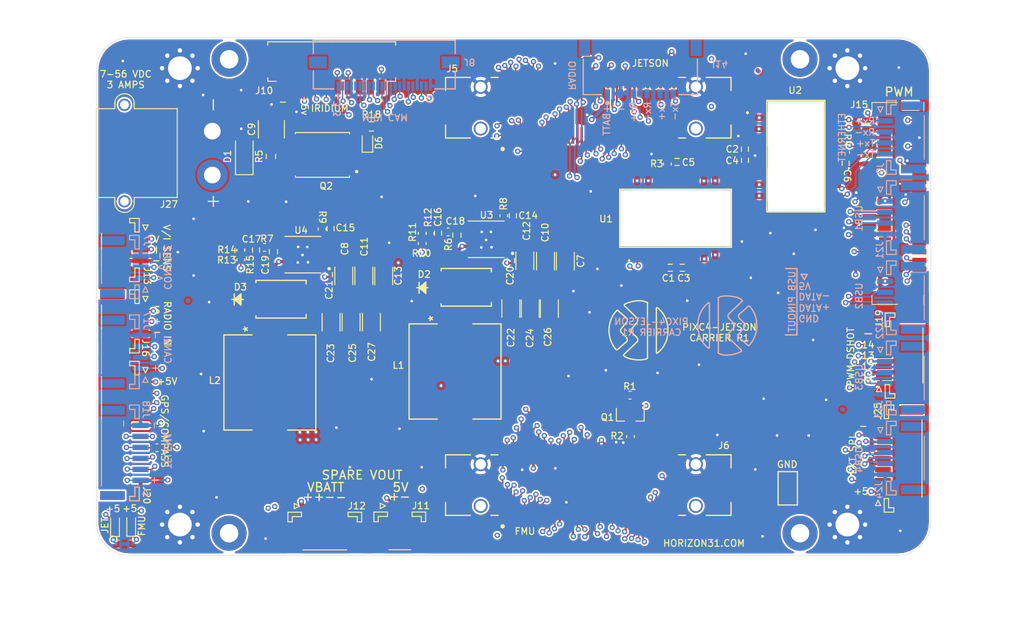
<source format=kicad_pcb>
(kicad_pcb (version 20171130) (host pcbnew "(5.1.8)-1")
  (layers (0 F.Cu signal) (1 In1.Cu signal hide) (2 Gnd1.Cu power hide) (3 In2.Cu signal hide) (4 In3.Cu signal hide) (5 Pwr1.Cu power hide) (6 In4.Cu signal hide) (31 B.Cu signal) (34 B.Paste user hide) (35 F.Paste user hide) (36 B.SilkS user) (37 F.SilkS user) (38 B.Mask user hide) (39 F.Mask user hide) (44 Edge.Cuts user))
  (net 0 "")
  (net 1 GND)
  (net 2 "Net-(C1-Pad1)")
  (net 3 "Net-(C2-Pad1)")
  (net 4 "Net-(C3-Pad1)")
  (net 5 "Net-(C4-Pad1)")
  (net 6 "Net-(C5-Pad1)")
  (net 7 "Net-(C6-Pad1)")
  (net 8 +BATT)
  (net 9 +VDD_SERVO)
  (net 10 "Net-(C18-Pad1)")
  (net 11 +5V)
  (net 12 3V3_SYS)
  (net 13 +1V8)
  (net 14 USB2-)
  (net 15 USB2+)
  (net 16 PORT_VBUS_2)
  (net 17 USB3-)
  (net 18 USB3+)
  (net 19 PORT_VBUS_3)
  (net 20 USB4-)
  (net 21 USB4+)
  (net 22 PORT_VBUS_4)
  (net 23 USB5-)
  (net 24 USB5+)
  (net 25 PORT_VBUS_5)
  (net 26 ETH_RADIO_TX_N)
  (net 27 ETH_RADIO_TX_P)
  (net 28 ETH_RADIO_RX_N)
  (net 29 ETH_RADIO_RX_P)
  (net 30 ETH_SPARE_RX_P)
  (net 31 ETH_SPARE_RX_N)
  (net 32 ETH_SPARE_TX_P)
  (net 33 ETH_SPARE_TX_N)
  (net 34 XAVIER_CONSOLE_TX_OUT)
  (net 35 XAVIER_CONSOLE_RX_IN)
  (net 36 FMU_I2C_1_SDA)
  (net 37 FMU_I2C_1_SCL)
  (net 38 GPS1_RX)
  (net 39 GPS1_TX)
  (net 40 +VDD_5V_PERIPH)
  (net 41 BATT_VOLTAGE_SENS_PROT)
  (net 42 BATT_CURRENT_SENS_PROT)
  (net 43 FMU-CH1-PROT)
  (net 44 IO-CH8-PROT)
  (net 45 IO-CH7-PROT)
  (net 46 IO-CH6-PROT)
  (net 47 IO-CH5-PROT)
  (net 48 IO-CH4-PROT)
  (net 49 IO-CH3-PROT)
  (net 50 IO-CH2-PROT)
  (net 51 IO-CH1-PROT)
  (net 52 ETH_RADIO_TX_POSTMAG_N)
  (net 53 ETH_RADIO_TX_POSTMAG_P)
  (net 54 ETH_RADIO_RX_POSTMAG_N)
  (net 55 ETH_RADIO_RX_POSTMAG_P)
  (net 56 ETH_SPARE_TX_POSTMAG_N)
  (net 57 ETH_SPARE_TX_POSTMAG_P)
  (net 58 ETH_SPARE_RX_POSTMAG_N)
  (net 59 ETH_SPARE_RX_POSTMAG_P)
  (net 60 "Net-(C14-Pad1)")
  (net 61 "Net-(C15-Pad1)")
  (net 62 "Net-(C16-Pad1)")
  (net 63 "Net-(C17-Pad1)")
  (net 64 "Net-(C19-Pad1)")
  (net 65 "Net-(C20-Pad1)")
  (net 66 "Net-(C20-Pad2)")
  (net 67 "Net-(D4-Pad1)")
  (net 68 "Net-(D6-Pad2)")
  (net 69 "Net-(R10-Pad2)")
  (net 70 ~VDD_POWERA_VALID)
  (net 71 "Net-(C9-Pad1)")
  (net 72 "Net-(C21-Pad1)")
  (net 73 "Net-(C21-Pad2)")
  (net 74 +5V_FMU)
  (net 75 "Net-(D1-Pad1)")
  (net 76 "Net-(D5-Pad1)")
  (net 77 IRID_ON_OFF_3.3)
  (net 78 IRID_TX_IN_3.3)
  (net 79 IRID_RING_3.3)
  (net 80 IRID_NA_3.3)
  (net 81 IRID_RX_OUT_3.3)
  (net 82 CAM1_D2_N)
  (net 83 CAM1_D2_P)
  (net 84 CAM1_D3_N)
  (net 85 CAM1_D3_P)
  (net 86 CAM1_D0_N)
  (net 87 CAM1_D0_P)
  (net 88 CAM1_C_N)
  (net 89 CAM1_C_P)
  (net 90 CAM1_D1_N)
  (net 91 CAM1_D1_P)
  (net 92 CAM_GPIO)
  (net 93 CAM_SCL0)
  (net 94 CAM_SDA0)
  (net 95 RC_INPUT)
  (net 96 +VDD_5V_RADIO)
  (net 97 BUZZER_OUT)
  (net 98 SAFETY_VDD)
  (net 99 ~SAFETY_SWITCH_LED_OUT)
  (net 100 SAFETY_SWITCH_IN)
  (net 101 SPI5_CS2_EXTERNAL1)
  (net 102 SPI5_CS1_EXTERNAL1)
  (net 103 SPI5_MOSI_EXTERNAL1)
  (net 104 SPI5_MISO_EXTERNAL1)
  (net 105 SPI5_SCK_EXTERNAL1)
  (net 106 TELEM1_TX)
  (net 107 TELEM1_RX)
  (net 108 TELEM1_CTS)
  (net 109 TELEM1_RTS)
  (net 110 CAN_L_1-)
  (net 111 CAN_H_1+)
  (net 112 CAN_L_2-)
  (net 113 CAN_H_2+)
  (net 114 FMU_I2C_2_SDA)
  (net 115 FMU_I2C_2_SCL)
  (net 116 FMU-CH6-PROT)
  (net 117 FMU-CH5-PROT)
  (net 118 FMU-CH4-PROT)
  (net 119 FMU-CH3-PROT)
  (net 120 FMU-CH2-PROT)
  (net 121 "Net-(Q1-Pad3)")
  (net 122 "Net-(R3-Pad2)")
  (net 123 "Net-(R4-Pad2)")
  (net 124 "Net-(R8-Pad2)")
  (net 125 "Net-(R9-Pad2)")
  (net 126 "Net-(R11-Pad2)")
  (net 127 "Net-(R13-Pad2)")
  (net 128 "Net-(R14-Pad2)")
  (net 129 "Net-(J20-Pad7)")
  (module UVDL:ASPIAIG-F1040-7R3M-T (layer F.Cu) (at 92.83192 116.30406 270)
    (fp_text reference L1 (at -0.70104 6.44652 unlocked) (layer F.SilkS) (effects (font (size 0.762 0.762) (thickness 0.127))))
    (fp_text value ASPIAIG-F1040-7R3M-T hide)
    (fp_text user * (at -6.04266 2.45872 90) (layer F.SilkS))
    (pad 2 smd rect (at 4.75 0) (size 3.500001 4.099999) (layers F.Cu F.Paste F.Mask) (net 74 +5V_FMU))
    (pad 1 smd rect (at -4.75 0) (size 3.5 4.1) (layers F.Cu F.Paste F.Mask) (net 65 "Net-(C20-Pad1)"))
  )
  (module UVDL:ASPIAIG-F1040-7R3M-T (layer F.Cu) (at 71.74484 117.55648 270)
    (fp_text reference L2 (at -0.2288 6.2738 unlocked) (layer F.SilkS) (effects (font (size 0.762 0.762) (thickness 0.127))))
    (fp_text value ASPIAIG-F1040-7R3M-T hide)
    (fp_text user * (at -6.08858 2.45364 90) (layer F.SilkS))
    (pad 2 smd rect (at 4.75 0) (size 3.500001 4.099999) (layers F.Cu F.Paste F.Mask) (net 11 +5V))
    (pad 1 smd rect (at -4.75 0) (size 3.5 4.1) (layers F.Cu F.Paste F.Mask) (net 72 "Net-(C21-Pad1)"))
  )
  (module Nightcrawler:Doodle (layer F.Cu) (at 132.1054 134.7343 180)
    (fp_text reference U5 hide)
    (fp_text value DoodleSmart)
    (pad "" thru_hole circle (at 0 0 180) (size 4 4) (drill 2.1) (layers *.Cu *.Mask))
    (pad "" thru_hole circle (at 65 0 180) (size 4 4) (drill 2.1) (layers *.Cu *.Mask))
    (pad "" thru_hole circle (at 0 54 180) (size 4 4) (drill 2.1) (layers *.Cu *.Mask))
    (pad "" thru_hole circle (at 65 54 180) (size 4 4) (drill 2.1) (layers *.Cu *.Mask))
  )
  (module UVDL:Hirose-FX23L-80P-0.5SV8-MFG (layer F.Cu) (at 108 86.25)
    (fp_text reference J5 (at -16.2298 -4.4366) (layer F.SilkS) (effects (font (size 0.762 0.762) (thickness 0.127)) (justify left)))
    (fp_text value FX23L-80P-0.5SV10 hide)
    (pad 82 thru_hole circle (at 12.25 2.375) (size 1.6 1.6) (drill 1.2) (layers *.Cu *.Mask) (net 11 +5V))
    (pad 81 thru_hole circle (at -12.25 2.375) (size 1.6 1.6) (drill 1.2) (layers *.Cu *.Mask) (net 11 +5V))
    (pad 86 smd rect (at 16.175 0) (size 2.45 3.2) (layers F.Cu F.Paste F.Mask) (net 1 GND))
    (pad 85 smd rect (at -16.175 0) (size 2.45 3.2) (layers F.Cu F.Paste F.Mask) (net 1 GND))
    (pad 84 thru_hole circle (at 12.25 -2.375) (size 1.6 1.6) (drill 1.2) (layers *.Cu *.Mask) (net 1 GND))
    (pad 83 thru_hole circle (at -12.25 -2.375) (size 1.6 1.6) (drill 1.2) (layers *.Cu *.Mask) (net 1 GND))
    (pad 80 smd rect (at 9.75 -3.15) (size 0.3 1.9) (layers F.Cu F.Paste F.Mask) (net 12 3V3_SYS))
    (pad 79 smd rect (at 9.25 -3.15) (size 0.3 1.9) (layers F.Cu F.Paste F.Mask) (net 12 3V3_SYS))
    (pad 78 smd rect (at 8.75 -3.15) (size 0.3 1.9) (layers F.Cu F.Paste F.Mask) (net 13 +1V8))
    (pad 77 smd rect (at 8.25 -3.15) (size 0.3 1.9) (layers F.Cu F.Paste F.Mask) (net 13 +1V8))
    (pad 76 smd rect (at 7.75 -3.15) (size 0.3 1.9) (layers F.Cu F.Paste F.Mask))
    (pad 75 smd rect (at 7.25 -3.15) (size 0.3 1.9) (layers F.Cu F.Paste F.Mask))
    (pad 74 smd rect (at 6.75 -3.15) (size 0.3 1.9) (layers F.Cu F.Paste F.Mask))
    (pad 73 smd rect (at 6.25 -3.15) (size 0.3 1.9) (layers F.Cu F.Paste F.Mask))
    (pad 72 smd rect (at 5.75 -3.15) (size 0.3 1.9) (layers F.Cu F.Paste F.Mask) (net 1 GND))
    (pad 71 smd rect (at 5.25 -3.15) (size 0.3 1.9) (layers F.Cu F.Paste F.Mask) (net 14 USB2-))
    (pad 70 smd rect (at 4.75 -3.15) (size 0.3 1.9) (layers F.Cu F.Paste F.Mask) (net 15 USB2+))
    (pad 69 smd rect (at 4.25 -3.15) (size 0.3 1.9) (layers F.Cu F.Paste F.Mask) (net 16 PORT_VBUS_2))
    (pad 68 smd rect (at 3.75 -3.15) (size 0.3 1.9) (layers F.Cu F.Paste F.Mask) (net 1 GND))
    (pad 67 smd rect (at 3.25 -3.15) (size 0.3 1.9) (layers F.Cu F.Paste F.Mask) (net 17 USB3-))
    (pad 66 smd rect (at 2.75 -3.15) (size 0.3 1.9) (layers F.Cu F.Paste F.Mask) (net 18 USB3+))
    (pad 65 smd rect (at 2.25 -3.15) (size 0.3 1.9) (layers F.Cu F.Paste F.Mask) (net 19 PORT_VBUS_3))
    (pad 64 smd rect (at 1.75 -3.15) (size 0.3 1.9) (layers F.Cu F.Paste F.Mask) (net 1 GND))
    (pad 63 smd rect (at 1.25 -3.15) (size 0.3 1.9) (layers F.Cu F.Paste F.Mask) (net 20 USB4-))
    (pad 62 smd rect (at 0.75 -3.15) (size 0.3 1.9) (layers F.Cu F.Paste F.Mask) (net 21 USB4+))
    (pad 61 smd rect (at 0.25 -3.15) (size 0.3 1.9) (layers F.Cu F.Paste F.Mask) (net 22 PORT_VBUS_4))
    (pad 60 smd rect (at -0.25 -3.15) (size 0.3 1.9) (layers F.Cu F.Paste F.Mask) (net 1 GND))
    (pad 59 smd rect (at -0.75 -3.15) (size 0.3 1.9) (layers F.Cu F.Paste F.Mask) (net 23 USB5-))
    (pad 58 smd rect (at -1.25 -3.15) (size 0.3 1.9) (layers F.Cu F.Paste F.Mask) (net 24 USB5+))
    (pad 57 smd rect (at -1.75 -3.15) (size 0.3 1.9) (layers F.Cu F.Paste F.Mask) (net 25 PORT_VBUS_5))
    (pad 56 smd rect (at -2.25 -3.15) (size 0.3 1.9) (layers F.Cu F.Paste F.Mask) (net 1 GND))
    (pad 55 smd rect (at -2.75 -3.15) (size 0.3 1.9) (layers F.Cu F.Paste F.Mask))
    (pad 54 smd rect (at -3.25 -3.15) (size 0.3 1.9) (layers F.Cu F.Paste F.Mask))
    (pad 53 smd rect (at -3.75 -3.15) (size 0.3 1.9) (layers F.Cu F.Paste F.Mask) (net 1 GND))
    (pad 52 smd rect (at -4.25 -3.15) (size 0.3 1.9) (layers F.Cu F.Paste F.Mask))
    (pad 51 smd rect (at -4.75 -3.15) (size 0.3 1.9) (layers F.Cu F.Paste F.Mask))
    (pad 50 smd rect (at -5.25 -3.15) (size 0.3 1.9) (layers F.Cu F.Paste F.Mask) (net 1 GND))
    (pad 49 smd rect (at -5.75 -3.15) (size 0.3 1.9) (layers F.Cu F.Paste F.Mask) (net 26 ETH_RADIO_TX_N))
    (pad 48 smd rect (at -6.25 -3.15) (size 0.3 1.9) (layers F.Cu F.Paste F.Mask) (net 27 ETH_RADIO_TX_P))
    (pad 47 smd rect (at -6.75 -3.15) (size 0.3 1.9) (layers F.Cu F.Paste F.Mask) (net 28 ETH_RADIO_RX_N))
    (pad 46 smd rect (at -7.25 -3.15) (size 0.3 1.9) (layers F.Cu F.Paste F.Mask) (net 29 ETH_RADIO_RX_P))
    (pad 45 smd rect (at -7.75 -3.15) (size 0.3 1.9) (layers F.Cu F.Paste F.Mask) (net 1 GND))
    (pad 44 smd rect (at -8.25 -3.15) (size 0.3 1.9) (layers F.Cu F.Paste F.Mask) (net 30 ETH_SPARE_RX_P))
    (pad 43 smd rect (at -8.75 -3.15) (size 0.3 1.9) (layers F.Cu F.Paste F.Mask) (net 31 ETH_SPARE_RX_N))
    (pad 42 smd rect (at -9.25 -3.15) (size 0.3 1.9) (layers F.Cu F.Paste F.Mask) (net 32 ETH_SPARE_TX_P))
    (pad 41 smd rect (at -9.75 -3.15) (size 0.3 1.9) (layers F.Cu F.Paste F.Mask) (net 33 ETH_SPARE_TX_N))
    (pad 40 smd rect (at 9.75 3.15) (size 0.3 1.9) (layers F.Cu F.Paste F.Mask))
    (pad 39 smd rect (at 9.25 3.15) (size 0.3 1.9) (layers F.Cu F.Paste F.Mask) (net 1 GND))
    (pad 38 smd rect (at 8.75 3.15) (size 0.3 1.9) (layers F.Cu F.Paste F.Mask))
    (pad 37 smd rect (at 8.25 3.15) (size 0.3 1.9) (layers F.Cu F.Paste F.Mask))
    (pad 36 smd rect (at 7.75 3.15) (size 0.3 1.9) (layers F.Cu F.Paste F.Mask) (net 1 GND))
    (pad 35 smd rect (at 7.25 3.15) (size 0.3 1.9) (layers F.Cu F.Paste F.Mask))
    (pad 34 smd rect (at 6.75 3.15) (size 0.3 1.9) (layers F.Cu F.Paste F.Mask))
    (pad 33 smd rect (at 6.25 3.15) (size 0.3 1.9) (layers F.Cu F.Paste F.Mask))
    (pad 32 smd rect (at 5.75 3.15) (size 0.3 1.9) (layers F.Cu F.Paste F.Mask))
    (pad 31 smd rect (at 5.25 3.15) (size 0.3 1.9) (layers F.Cu F.Paste F.Mask))
    (pad 30 smd rect (at 4.75 3.15) (size 0.3 1.9) (layers F.Cu F.Paste F.Mask) (net 1 GND))
    (pad 29 smd rect (at 4.25 3.15) (size 0.3 1.9) (layers F.Cu F.Paste F.Mask) (net 77 IRID_ON_OFF_3.3))
    (pad 28 smd rect (at 3.75 3.15) (size 0.3 1.9) (layers F.Cu F.Paste F.Mask) (net 78 IRID_TX_IN_3.3))
    (pad 27 smd rect (at 3.25 3.15) (size 0.3 1.9) (layers F.Cu F.Paste F.Mask) (net 79 IRID_RING_3.3))
    (pad 26 smd rect (at 2.75 3.15) (size 0.3 1.9) (layers F.Cu F.Paste F.Mask) (net 80 IRID_NA_3.3))
    (pad 25 smd rect (at 2.25 3.15) (size 0.3 1.9) (layers F.Cu F.Paste F.Mask) (net 81 IRID_RX_OUT_3.3))
    (pad 24 smd rect (at 1.75 3.15) (size 0.3 1.9) (layers F.Cu F.Paste F.Mask) (net 1 GND))
    (pad 23 smd rect (at 1.25 3.15) (size 0.3 1.9) (layers F.Cu F.Paste F.Mask) (net 82 CAM1_D2_N))
    (pad 22 smd rect (at 0.75 3.15) (size 0.3 1.9) (layers F.Cu F.Paste F.Mask) (net 83 CAM1_D2_P))
    (pad 21 smd rect (at 0.25 3.15) (size 0.3 1.9) (layers F.Cu F.Paste F.Mask) (net 1 GND))
    (pad 20 smd rect (at -0.25 3.15) (size 0.3 1.9) (layers F.Cu F.Paste F.Mask) (net 84 CAM1_D3_N))
    (pad 19 smd rect (at -0.75 3.15) (size 0.3 1.9) (layers F.Cu F.Paste F.Mask) (net 85 CAM1_D3_P))
    (pad 18 smd rect (at -1.25 3.15) (size 0.3 1.9) (layers F.Cu F.Paste F.Mask) (net 1 GND))
    (pad 17 smd rect (at -1.75 3.15) (size 0.3 1.9) (layers F.Cu F.Paste F.Mask) (net 86 CAM1_D0_N))
    (pad 16 smd rect (at -2.25 3.15) (size 0.3 1.9) (layers F.Cu F.Paste F.Mask) (net 87 CAM1_D0_P))
    (pad 15 smd rect (at -2.75 3.15) (size 0.3 1.9) (layers F.Cu F.Paste F.Mask))
    (pad 14 smd rect (at -3.25 3.15) (size 0.3 1.9) (layers F.Cu F.Paste F.Mask) (net 88 CAM1_C_N))
    (pad 13 smd rect (at -3.75 3.15) (size 0.3 1.9) (layers F.Cu F.Paste F.Mask) (net 89 CAM1_C_P))
    (pad 12 smd rect (at -4.25 3.15) (size 0.3 1.9) (layers F.Cu F.Paste F.Mask) (net 1 GND))
    (pad 11 smd rect (at -4.75 3.15) (size 0.3 1.9) (layers F.Cu F.Paste F.Mask) (net 90 CAM1_D1_N))
    (pad 10 smd rect (at -5.25 3.15) (size 0.3 1.9) (layers F.Cu F.Paste F.Mask) (net 91 CAM1_D1_P))
    (pad 9 smd rect (at -5.75 3.15) (size 0.3 1.9) (layers F.Cu F.Paste F.Mask) (net 1 GND))
    (pad 8 smd rect (at -6.25 3.15) (size 0.3 1.9) (layers F.Cu F.Paste F.Mask) (net 92 CAM_GPIO))
    (pad 7 smd rect (at -6.75 3.15) (size 0.3 1.9) (layers F.Cu F.Paste F.Mask))
    (pad 6 smd rect (at -7.25 3.15) (size 0.3 1.9) (layers F.Cu F.Paste F.Mask) (net 1 GND))
    (pad 5 smd rect (at -7.75 3.15) (size 0.3 1.9) (layers F.Cu F.Paste F.Mask) (net 93 CAM_SCL0))
    (pad 4 smd rect (at -8.25 3.15) (size 0.3 1.9) (layers F.Cu F.Paste F.Mask) (net 94 CAM_SDA0))
    (pad 3 smd rect (at -8.75 3.15) (size 0.3 1.9) (layers F.Cu F.Paste F.Mask) (net 1 GND))
    (pad 2 smd rect (at -9.25 3.15) (size 0.3 1.9) (layers F.Cu F.Paste F.Mask) (net 34 XAVIER_CONSOLE_TX_OUT))
    (pad 1 smd rect (at -9.75 3.15) (size 0.3 1.9) (layers F.Cu F.Paste F.Mask) (net 35 XAVIER_CONSOLE_RX_IN))
  )
  (module UVDL:Hirose-FX23L-80P-0.5SV8-MFG (layer F.Cu) (at 108 129.25)
    (fp_text reference J6 (at 14.6947 -4.5106) (layer F.SilkS) (effects (font (size 0.762 0.762) (thickness 0.127)) (justify left)))
    (fp_text value FX23L-80P-0.5SV10 hide)
    (pad 82 thru_hole circle (at 12.25 2.375) (size 1.6 1.6) (drill 1.2) (layers *.Cu *.Mask) (net 11 +5V))
    (pad 81 thru_hole circle (at -12.25 2.375) (size 1.6 1.6) (drill 1.2) (layers *.Cu *.Mask) (net 11 +5V))
    (pad 86 smd rect (at 16.175 0) (size 2.45 3.2) (layers F.Cu F.Paste F.Mask) (net 1 GND))
    (pad 85 smd rect (at -16.175 0) (size 2.45 3.2) (layers F.Cu F.Paste F.Mask) (net 1 GND))
    (pad 84 thru_hole circle (at 12.25 -2.375) (size 1.6 1.6) (drill 1.2) (layers *.Cu *.Mask) (net 1 GND))
    (pad 83 thru_hole circle (at -12.25 -2.375) (size 1.6 1.6) (drill 1.2) (layers *.Cu *.Mask) (net 1 GND))
    (pad 80 smd rect (at 9.75 -3.15) (size 0.3 1.9) (layers F.Cu F.Paste F.Mask))
    (pad 79 smd rect (at 9.25 -3.15) (size 0.3 1.9) (layers F.Cu F.Paste F.Mask))
    (pad 78 smd rect (at 8.75 -3.15) (size 0.3 1.9) (layers F.Cu F.Paste F.Mask))
    (pad 77 smd rect (at 8.25 -3.15) (size 0.3 1.9) (layers F.Cu F.Paste F.Mask))
    (pad 76 smd rect (at 7.75 -3.15) (size 0.3 1.9) (layers F.Cu F.Paste F.Mask))
    (pad 75 smd rect (at 7.25 -3.15) (size 0.3 1.9) (layers F.Cu F.Paste F.Mask))
    (pad 74 smd rect (at 6.75 -3.15) (size 0.3 1.9) (layers F.Cu F.Paste F.Mask))
    (pad 73 smd rect (at 6.25 -3.15) (size 0.3 1.9) (layers F.Cu F.Paste F.Mask))
    (pad 72 smd rect (at 5.75 -3.15) (size 0.3 1.9) (layers F.Cu F.Paste F.Mask))
    (pad 71 smd rect (at 5.25 -3.15) (size 0.3 1.9) (layers F.Cu F.Paste F.Mask))
    (pad 70 smd rect (at 4.75 -3.15) (size 0.3 1.9) (layers F.Cu F.Paste F.Mask) (net 70 ~VDD_POWERA_VALID))
    (pad 69 smd rect (at 4.25 -3.15) (size 0.3 1.9) (layers F.Cu F.Paste F.Mask) (net 1 GND))
    (pad 68 smd rect (at 3.75 -3.15) (size 0.3 1.9) (layers F.Cu F.Paste F.Mask) (net 1 GND))
    (pad 67 smd rect (at 3.25 -3.15) (size 0.3 1.9) (layers F.Cu F.Paste F.Mask) (net 1 GND))
    (pad 66 smd rect (at 2.75 -3.15) (size 0.3 1.9) (layers F.Cu F.Paste F.Mask) (net 1 GND))
    (pad 65 smd rect (at 2.25 -3.15) (size 0.3 1.9) (layers F.Cu F.Paste F.Mask) (net 74 +5V_FMU))
    (pad 64 smd rect (at 1.75 -3.15) (size 0.3 1.9) (layers F.Cu F.Paste F.Mask) (net 74 +5V_FMU))
    (pad 63 smd rect (at 1.25 -3.15) (size 0.3 1.9) (layers F.Cu F.Paste F.Mask) (net 74 +5V_FMU))
    (pad 62 smd rect (at 0.75 -3.15) (size 0.3 1.9) (layers F.Cu F.Paste F.Mask) (net 74 +5V_FMU))
    (pad 61 smd rect (at 0.25 -3.15) (size 0.3 1.9) (layers F.Cu F.Paste F.Mask) (net 1 GND))
    (pad 60 smd rect (at -0.25 -3.15) (size 0.3 1.9) (layers F.Cu F.Paste F.Mask) (net 95 RC_INPUT))
    (pad 59 smd rect (at -0.75 -3.15) (size 0.3 1.9) (layers F.Cu F.Paste F.Mask) (net 96 +VDD_5V_RADIO))
    (pad 58 smd rect (at -1.25 -3.15) (size 0.3 1.9) (layers F.Cu F.Paste F.Mask) (net 1 GND))
    (pad 57 smd rect (at -1.75 -3.15) (size 0.3 1.9) (layers F.Cu F.Paste F.Mask) (net 97 BUZZER_OUT))
    (pad 56 smd rect (at -2.25 -3.15) (size 0.3 1.9) (layers F.Cu F.Paste F.Mask) (net 98 SAFETY_VDD))
    (pad 55 smd rect (at -2.75 -3.15) (size 0.3 1.9) (layers F.Cu F.Paste F.Mask) (net 99 ~SAFETY_SWITCH_LED_OUT))
    (pad 54 smd rect (at -3.25 -3.15) (size 0.3 1.9) (layers F.Cu F.Paste F.Mask) (net 100 SAFETY_SWITCH_IN))
    (pad 53 smd rect (at -3.75 -3.15) (size 0.3 1.9) (layers F.Cu F.Paste F.Mask) (net 1 GND))
    (pad 52 smd rect (at -4.25 -3.15) (size 0.3 1.9) (layers F.Cu F.Paste F.Mask) (net 36 FMU_I2C_1_SDA))
    (pad 51 smd rect (at -4.75 -3.15) (size 0.3 1.9) (layers F.Cu F.Paste F.Mask) (net 37 FMU_I2C_1_SCL))
    (pad 50 smd rect (at -5.25 -3.15) (size 0.3 1.9) (layers F.Cu F.Paste F.Mask) (net 38 GPS1_RX))
    (pad 49 smd rect (at -5.75 -3.15) (size 0.3 1.9) (layers F.Cu F.Paste F.Mask) (net 39 GPS1_TX))
    (pad 48 smd rect (at -6.25 -3.15) (size 0.3 1.9) (layers F.Cu F.Paste F.Mask) (net 40 +VDD_5V_PERIPH))
    (pad 47 smd rect (at -6.75 -3.15) (size 0.3 1.9) (layers F.Cu F.Paste F.Mask) (net 1 GND))
    (pad 46 smd rect (at -7.25 -3.15) (size 0.3 1.9) (layers F.Cu F.Paste F.Mask) (net 101 SPI5_CS2_EXTERNAL1))
    (pad 45 smd rect (at -7.75 -3.15) (size 0.3 1.9) (layers F.Cu F.Paste F.Mask) (net 102 SPI5_CS1_EXTERNAL1))
    (pad 44 smd rect (at -8.25 -3.15) (size 0.3 1.9) (layers F.Cu F.Paste F.Mask) (net 103 SPI5_MOSI_EXTERNAL1))
    (pad 43 smd rect (at -8.75 -3.15) (size 0.3 1.9) (layers F.Cu F.Paste F.Mask) (net 104 SPI5_MISO_EXTERNAL1))
    (pad 42 smd rect (at -9.25 -3.15) (size 0.3 1.9) (layers F.Cu F.Paste F.Mask) (net 105 SPI5_SCK_EXTERNAL1))
    (pad 41 smd rect (at -9.75 -3.15) (size 0.3 1.9) (layers F.Cu F.Paste F.Mask) (net 40 +VDD_5V_PERIPH))
    (pad 40 smd rect (at 9.75 3.15) (size 0.3 1.9) (layers F.Cu F.Paste F.Mask))
    (pad 39 smd rect (at 9.25 3.15) (size 0.3 1.9) (layers F.Cu F.Paste F.Mask) (net 1 GND))
    (pad 38 smd rect (at 8.75 3.15) (size 0.3 1.9) (layers F.Cu F.Paste F.Mask) (net 9 +VDD_SERVO))
    (pad 37 smd rect (at 8.25 3.15) (size 0.3 1.9) (layers F.Cu F.Paste F.Mask) (net 1 GND))
    (pad 36 smd rect (at 7.75 3.15) (size 0.3 1.9) (layers F.Cu F.Paste F.Mask) (net 41 BATT_VOLTAGE_SENS_PROT))
    (pad 35 smd rect (at 7.25 3.15) (size 0.3 1.9) (layers F.Cu F.Paste F.Mask) (net 42 BATT_CURRENT_SENS_PROT))
    (pad 34 smd rect (at 6.75 3.15) (size 0.3 1.9) (layers F.Cu F.Paste F.Mask) (net 1 GND))
    (pad 33 smd rect (at 6.25 3.15) (size 0.3 1.9) (layers F.Cu F.Paste F.Mask) (net 106 TELEM1_TX))
    (pad 32 smd rect (at 5.75 3.15) (size 0.3 1.9) (layers F.Cu F.Paste F.Mask) (net 107 TELEM1_RX))
    (pad 31 smd rect (at 5.25 3.15) (size 0.3 1.9) (layers F.Cu F.Paste F.Mask) (net 108 TELEM1_CTS))
    (pad 30 smd rect (at 4.75 3.15) (size 0.3 1.9) (layers F.Cu F.Paste F.Mask) (net 109 TELEM1_RTS))
    (pad 29 smd rect (at 4.25 3.15) (size 0.3 1.9) (layers F.Cu F.Paste F.Mask) (net 40 +VDD_5V_PERIPH))
    (pad 28 smd rect (at 3.75 3.15) (size 0.3 1.9) (layers F.Cu F.Paste F.Mask) (net 1 GND))
    (pad 27 smd rect (at 3.25 3.15) (size 0.3 1.9) (layers F.Cu F.Paste F.Mask) (net 110 CAN_L_1-))
    (pad 26 smd rect (at 2.75 3.15) (size 0.3 1.9) (layers F.Cu F.Paste F.Mask) (net 111 CAN_H_1+))
    (pad 25 smd rect (at 2.25 3.15) (size 0.3 1.9) (layers F.Cu F.Paste F.Mask) (net 40 +VDD_5V_PERIPH))
    (pad 24 smd rect (at 1.75 3.15) (size 0.3 1.9) (layers F.Cu F.Paste F.Mask) (net 1 GND))
    (pad 23 smd rect (at 1.25 3.15) (size 0.3 1.9) (layers F.Cu F.Paste F.Mask) (net 112 CAN_L_2-))
    (pad 22 smd rect (at 0.75 3.15) (size 0.3 1.9) (layers F.Cu F.Paste F.Mask) (net 113 CAN_H_2+))
    (pad 21 smd rect (at 0.25 3.15) (size 0.3 1.9) (layers F.Cu F.Paste F.Mask) (net 40 +VDD_5V_PERIPH))
    (pad 20 smd rect (at -0.25 3.15) (size 0.3 1.9) (layers F.Cu F.Paste F.Mask) (net 1 GND))
    (pad 19 smd rect (at -0.75 3.15) (size 0.3 1.9) (layers F.Cu F.Paste F.Mask) (net 114 FMU_I2C_2_SDA))
    (pad 18 smd rect (at -1.25 3.15) (size 0.3 1.9) (layers F.Cu F.Paste F.Mask) (net 115 FMU_I2C_2_SCL))
    (pad 17 smd rect (at -1.75 3.15) (size 0.3 1.9) (layers F.Cu F.Paste F.Mask) (net 40 +VDD_5V_PERIPH))
    (pad 16 smd rect (at -2.25 3.15) (size 0.3 1.9) (layers F.Cu F.Paste F.Mask) (net 1 GND))
    (pad 15 smd rect (at -2.75 3.15) (size 0.3 1.9) (layers F.Cu F.Paste F.Mask) (net 1 GND))
    (pad 14 smd rect (at -3.25 3.15) (size 0.3 1.9) (layers F.Cu F.Paste F.Mask) (net 116 FMU-CH6-PROT))
    (pad 13 smd rect (at -3.75 3.15) (size 0.3 1.9) (layers F.Cu F.Paste F.Mask) (net 117 FMU-CH5-PROT))
    (pad 12 smd rect (at -4.25 3.15) (size 0.3 1.9) (layers F.Cu F.Paste F.Mask) (net 118 FMU-CH4-PROT))
    (pad 11 smd rect (at -4.75 3.15) (size 0.3 1.9) (layers F.Cu F.Paste F.Mask) (net 119 FMU-CH3-PROT))
    (pad 10 smd rect (at -5.25 3.15) (size 0.3 1.9) (layers F.Cu F.Paste F.Mask) (net 120 FMU-CH2-PROT))
    (pad 9 smd rect (at -5.75 3.15) (size 0.3 1.9) (layers F.Cu F.Paste F.Mask) (net 43 FMU-CH1-PROT))
    (pad 8 smd rect (at -6.25 3.15) (size 0.3 1.9) (layers F.Cu F.Paste F.Mask) (net 44 IO-CH8-PROT))
    (pad 7 smd rect (at -6.75 3.15) (size 0.3 1.9) (layers F.Cu F.Paste F.Mask) (net 45 IO-CH7-PROT))
    (pad 6 smd rect (at -7.25 3.15) (size 0.3 1.9) (layers F.Cu F.Paste F.Mask) (net 46 IO-CH6-PROT))
    (pad 5 smd rect (at -7.75 3.15) (size 0.3 1.9) (layers F.Cu F.Paste F.Mask) (net 47 IO-CH5-PROT))
    (pad 4 smd rect (at -8.25 3.15) (size 0.3 1.9) (layers F.Cu F.Paste F.Mask) (net 48 IO-CH4-PROT))
    (pad 3 smd rect (at -8.75 3.15) (size 0.3 1.9) (layers F.Cu F.Paste F.Mask) (net 49 IO-CH3-PROT))
    (pad 2 smd rect (at -9.25 3.15) (size 0.3 1.9) (layers F.Cu F.Paste F.Mask) (net 50 IO-CH2-PROT))
    (pad 1 smd rect (at -9.75 3.15) (size 0.3 1.9) (layers F.Cu F.Paste F.Mask) (net 51 IO-CH1-PROT))
  )
  (module Connectors_JST:JST_GH_SM05B-GHS-TB_05x1.25mm_Angled (layer F.Cu) (at 143.25092 114.4905 90)
    (fp_text reference J19 (at 4.2164 -2.12852 90) (layer F.SilkS) (effects (font (size 0.762 0.762) (thickness 0.127))))
    (fp_text value Conn_01x05)
    (pad 1 smd rect (at -2.5 -1.6 90) (size 0.6 1.8) (layers F.Cu F.Paste F.Mask) (net 119 FMU-CH3-PROT))
    (pad 2 smd rect (at -1.25 -1.6 90) (size 0.6 1.8) (layers F.Cu F.Paste F.Mask) (net 118 FMU-CH4-PROT))
    (pad 3 smd rect (at 0 -1.6 90) (size 0.6 1.8) (layers F.Cu F.Paste F.Mask) (net 117 FMU-CH5-PROT))
    (pad 4 smd rect (at 1.25 -1.6 90) (size 0.6 1.8) (layers F.Cu F.Paste F.Mask) (net 116 FMU-CH6-PROT))
    (pad 5 smd rect (at 2.5 -1.6 90) (size 0.6 1.8) (layers F.Cu F.Paste F.Mask) (net 1 GND))
    (pad "" smd rect (at 4.25 1.6 90) (size 1 2.8) (layers F.Cu F.Paste F.Mask))
    (pad "" smd rect (at -4.25 1.6 90) (size 1 2.8) (layers F.Cu F.Paste F.Mask))
  )
  (module Connectors_JST:JST_GH_SM03B-GHS-TB_03x1.25mm_Angled (layer F.Cu) (at 55.42768 110.59998 270)
    (fp_text reference J16 (at 3.01422 -2.16682 270 unlocked) (layer F.SilkS) (effects (font (size 0.762 0.762) (thickness 0.127))))
    (fp_text value Conn_01x03)
    (pad 1 smd rect (at -1.25 -1.6 270) (size 0.6 1.8) (layers F.Cu F.Paste F.Mask) (net 95 RC_INPUT))
    (pad 2 smd rect (at 0 -1.6 270) (size 0.6 1.8) (layers F.Cu F.Paste F.Mask) (net 96 +VDD_5V_RADIO))
    (pad 3 smd rect (at 1.25 -1.6 270) (size 0.6 1.8) (layers F.Cu F.Paste F.Mask) (net 1 GND))
    (pad "" smd rect (at 3 1.6 270) (size 1 2.8) (layers F.Cu F.Paste F.Mask))
    (pad "" smd rect (at -3 1.6 270) (size 1 2.8) (layers F.Cu F.Paste F.Mask))
  )
  (module Resistors_SMD:R_0201 (layer F.Cu) (at 58.8832 124.9934)
    (fp_text reference R19 hide)
    (fp_text value 100)
    (pad 1 smd rect (at -0.26 0) (size 0.28 0.43) (layers F.Cu F.Paste F.Mask) (net 129 "Net-(J20-Pad7)"))
    (pad 2 smd rect (at 0.26 0) (size 0.28 0.43) (layers F.Cu F.Paste F.Mask) (net 99 ~SAFETY_SWITCH_LED_OUT))
  )
  (module UVDL:5015714007 (layer F.Cu) (at 140.29436 89.05494 90)
    (fp_text reference J15 (at 3.15722 -1.44272) (layer F.SilkS) (effects (font (size 0.762 0.762) (thickness 0.127))))
    (fp_text value 5015714007 hide)
    (pad "" smd rect (at 3.075 4.4 90) (size 0.85 1.8) (layers F.Cu F.Paste F.Mask))
    (pad "" smd rect (at -19.275 4.4 90) (size 0.85 1.8) (layers F.Cu F.Paste F.Mask))
    (pad 40 smd rect (at -17.6 5.4 90) (size 0.6 1.6) (layers F.Cu F.Paste F.Mask) (net 1 GND))
    (pad 39 smd rect (at -17.6 -0.3 90) (size 0.6 1.6) (layers F.Cu F.Paste F.Mask))
    (pad 38 smd rect (at -16.6 5.4 90) (size 0.6 1.6) (layers F.Cu F.Paste F.Mask) (net 114 FMU_I2C_2_SDA))
    (pad 37 smd rect (at -16.6 -0.3 90) (size 0.6 1.6) (layers F.Cu F.Paste F.Mask))
    (pad 36 smd rect (at -15.6 5.4 90) (size 0.6 1.6) (layers F.Cu F.Paste F.Mask) (net 115 FMU_I2C_2_SCL))
    (pad 35 smd rect (at -15.6 -0.3 90) (size 0.6 1.6) (layers F.Cu F.Paste F.Mask) (net 1 GND))
    (pad 34 smd rect (at -14.6 5.4 90) (size 0.6 1.6) (layers F.Cu F.Paste F.Mask) (net 40 +VDD_5V_PERIPH))
    (pad 33 smd rect (at -14.6 -0.3 90) (size 0.6 1.6) (layers F.Cu F.Paste F.Mask) (net 9 +VDD_SERVO))
    (pad 32 smd rect (at -13.6 5.4 90) (size 0.6 1.6) (layers F.Cu F.Paste F.Mask) (net 1 GND))
    (pad 31 smd rect (at -13.6 -0.3 90) (size 0.6 1.6) (layers F.Cu F.Paste F.Mask) (net 46 IO-CH6-PROT))
    (pad 30 smd rect (at -12.6 5.4 90) (size 0.6 1.6) (layers F.Cu F.Paste F.Mask) (net 110 CAN_L_1-))
    (pad 29 smd rect (at -12.6 -0.3 90) (size 0.6 1.6) (layers F.Cu F.Paste F.Mask) (net 1 GND))
    (pad 28 smd rect (at -11.6 5.4 90) (size 0.6 1.6) (layers F.Cu F.Paste F.Mask) (net 111 CAN_H_1+))
    (pad 27 smd rect (at -11.6 -0.3 90) (size 0.6 1.6) (layers F.Cu F.Paste F.Mask) (net 9 +VDD_SERVO))
    (pad 26 smd rect (at -10.6 5.4 90) (size 0.6 1.6) (layers F.Cu F.Paste F.Mask) (net 40 +VDD_5V_PERIPH))
    (pad 25 smd rect (at -10.6 -0.3 90) (size 0.6 1.6) (layers F.Cu F.Paste F.Mask) (net 47 IO-CH5-PROT))
    (pad 24 smd rect (at -9.6 5.4 90) (size 0.6 1.6) (layers F.Cu F.Paste F.Mask) (net 1 GND))
    (pad 23 smd rect (at -9.6 -0.3 90) (size 0.6 1.6) (layers F.Cu F.Paste F.Mask) (net 1 GND))
    (pad 22 smd rect (at -8.6 5.4 90) (size 0.6 1.6) (layers F.Cu F.Paste F.Mask) (net 9 +VDD_SERVO))
    (pad 21 smd rect (at -8.6 -0.3 90) (size 0.6 1.6) (layers F.Cu F.Paste F.Mask) (net 9 +VDD_SERVO))
    (pad 20 smd rect (at -7.6 5.4 90) (size 0.6 1.6) (layers F.Cu F.Paste F.Mask) (net 120 FMU-CH2-PROT))
    (pad 19 smd rect (at -7.6 -0.3 90) (size 0.6 1.6) (layers F.Cu F.Paste F.Mask) (net 48 IO-CH4-PROT))
    (pad 18 smd rect (at -6.6 5.4 90) (size 0.6 1.6) (layers F.Cu F.Paste F.Mask) (net 1 GND))
    (pad 17 smd rect (at -6.6 -0.3 90) (size 0.6 1.6) (layers F.Cu F.Paste F.Mask) (net 1 GND))
    (pad 16 smd rect (at -5.6 5.4 90) (size 0.6 1.6) (layers F.Cu F.Paste F.Mask) (net 9 +VDD_SERVO))
    (pad 15 smd rect (at -5.6 -0.3 90) (size 0.6 1.6) (layers F.Cu F.Paste F.Mask) (net 9 +VDD_SERVO))
    (pad 14 smd rect (at -4.6 5.4 90) (size 0.6 1.6) (layers F.Cu F.Paste F.Mask) (net 43 FMU-CH1-PROT))
    (pad 13 smd rect (at -4.6 -0.3 90) (size 0.6 1.6) (layers F.Cu F.Paste F.Mask) (net 49 IO-CH3-PROT))
    (pad 12 smd rect (at -3.6 5.4 90) (size 0.6 1.6) (layers F.Cu F.Paste F.Mask) (net 1 GND))
    (pad 11 smd rect (at -3.6 -0.3 90) (size 0.6 1.6) (layers F.Cu F.Paste F.Mask) (net 1 GND))
    (pad 10 smd rect (at -2.6 5.4 90) (size 0.6 1.6) (layers F.Cu F.Paste F.Mask) (net 9 +VDD_SERVO))
    (pad 9 smd rect (at -2.6 -0.3 90) (size 0.6 1.6) (layers F.Cu F.Paste F.Mask) (net 9 +VDD_SERVO))
    (pad 8 smd rect (at -1.6 5.4 90) (size 0.6 1.6) (layers F.Cu F.Paste F.Mask) (net 44 IO-CH8-PROT))
    (pad 7 smd rect (at -1.6 -0.3 90) (size 0.6 1.6) (layers F.Cu F.Paste F.Mask) (net 50 IO-CH2-PROT))
    (pad 6 smd rect (at -0.6 5.4 90) (size 0.6 1.6) (layers F.Cu F.Paste F.Mask) (net 1 GND))
    (pad 5 smd rect (at -0.6 -0.3 90) (size 0.6 1.6) (layers F.Cu F.Paste F.Mask) (net 1 GND))
    (pad 4 smd rect (at 0.4 5.4 90) (size 0.6 1.6) (layers F.Cu F.Paste F.Mask) (net 9 +VDD_SERVO))
    (pad 3 smd rect (at 0.4 -0.3 90) (size 0.6 1.6) (layers F.Cu F.Paste F.Mask) (net 9 +VDD_SERVO))
    (pad 2 smd rect (at 1.4 5.4 90) (size 0.6 1.6) (layers F.Cu F.Paste F.Mask) (net 45 IO-CH7-PROT))
    (pad 1 smd rect (at 1.4 -0.3 90) (size 0.6 1.6) (layers F.Cu F.Paste F.Mask) (net 51 IO-CH1-PROT))
  )
  (module Resistors_SMD:R_0402 (layer F.Cu) (at 83.3065 88.3793)
    (fp_text reference R18 (at 0 -1.35) (layer F.SilkS) (effects (font (size 0.762 0.762) (thickness 0.127))))
    (fp_text value 10K)
    (pad 1 smd rect (at -0.45 0) (size 0.4 0.6) (layers F.Cu F.Paste F.Mask) (net 68 "Net-(D6-Pad2)"))
    (pad 2 smd rect (at 0.45 0) (size 0.4 0.6) (layers F.Cu F.Paste F.Mask) (net 1 GND))
  )
  (module Resistors_SMD:R_0201 (layer F.Cu) (at 89.9795 100.5586 270)
    (fp_text reference R12 (at -1.8034 0.2286 90) (layer F.SilkS) (effects (font (size 0.762 0.762) (thickness 0.127))))
    (fp_text value 10.2K)
    (pad 1 smd rect (at -0.26 0 270) (size 0.28 0.43) (layers F.Cu F.Paste F.Mask) (net 126 "Net-(R11-Pad2)"))
    (pad 2 smd rect (at 0.26 0 270) (size 0.28 0.43) (layers F.Cu F.Paste F.Mask) (net 1 GND))
  )
  (module Resistors_SMD:R_0201 (layer F.Cu) (at 89.0905 100.5646 90)
    (fp_text reference R11 (at 0.133 -1.1049 90) (layer F.SilkS) (effects (font (size 0.762 0.762) (thickness 0.127))))
    (fp_text value 53.6K)
    (pad 1 smd rect (at -0.26 0 90) (size 0.28 0.43) (layers F.Cu F.Paste F.Mask) (net 69 "Net-(R10-Pad2)"))
    (pad 2 smd rect (at 0.26 0 90) (size 0.28 0.43) (layers F.Cu F.Paste F.Mask) (net 126 "Net-(R11-Pad2)"))
  )
  (module Resistors_SMD:R_0201 (layer F.Cu) (at 89.0905 101.7203 90)
    (fp_text reference R10 (at -1.1243 -0.0762 180) (layer F.SilkS) (effects (font (size 0.762 0.762) (thickness 0.127))))
    (fp_text value 49.9)
    (pad 1 smd rect (at -0.26 0 90) (size 0.28 0.43) (layers F.Cu F.Paste F.Mask) (net 74 +5V_FMU))
    (pad 2 smd rect (at 0.26 0 90) (size 0.28 0.43) (layers F.Cu F.Paste F.Mask) (net 69 "Net-(R10-Pad2)"))
  )
  (module Resistors_SMD:R_0402 (layer F.Cu) (at 71.8693 91.8011 90)
    (fp_text reference R5 (at 0 -1.35 90) (layer F.SilkS) (effects (font (size 0.762 0.762) (thickness 0.127))))
    (fp_text value 750m)
    (pad 1 smd rect (at -0.45 0 90) (size 0.4 0.6) (layers F.Cu F.Paste F.Mask) (net 75 "Net-(D1-Pad1)"))
    (pad 2 smd rect (at 0.45 0 90) (size 0.4 0.6) (layers F.Cu F.Paste F.Mask) (net 71 "Net-(C9-Pad1)"))
  )
  (module patrios:TRANS_FDMS0300S (layer F.Cu) (at 77.7367 91.6305 180)
    (fp_text reference Q2 (at -0.4254 -3.53829) (layer F.SilkS) (effects (font (size 0.762 0.762) (thickness 0.127))))
    (fp_text value FDWS9508L)
    (pad 9 smd rect (at 0.66 0 180) (size 3.75 3.91) (layers F.Cu F.Paste F.Mask) (net 75 "Net-(D1-Pad1)"))
    (pad 8 smd rect (at 2.67 -1.905 180) (size 1.27 0.61) (layers F.Cu F.Paste F.Mask) (net 75 "Net-(D1-Pad1)"))
    (pad 7 smd rect (at 2.67 -0.635 180) (size 1.27 0.61) (layers F.Cu F.Paste F.Mask) (net 75 "Net-(D1-Pad1)"))
    (pad 6 smd rect (at 2.67 0.635 180) (size 1.27 0.61) (layers F.Cu F.Paste F.Mask) (net 75 "Net-(D1-Pad1)"))
    (pad 5 smd rect (at 2.67 1.905 180) (size 1.27 0.61) (layers F.Cu F.Paste F.Mask) (net 75 "Net-(D1-Pad1)"))
    (pad 4 smd rect (at -2.67 1.905 180) (size 1.27 0.61) (layers F.Cu F.Paste F.Mask) (net 68 "Net-(D6-Pad2)"))
    (pad 3 smd rect (at -2.67 0.635 180) (size 1.27 0.61) (layers F.Cu F.Paste F.Mask) (net 8 +BATT))
    (pad 2 smd rect (at -2.67 -0.635 180) (size 1.27 0.61) (layers F.Cu F.Paste F.Mask) (net 8 +BATT))
    (pad 1 smd rect (at -2.67 -1.905 180) (size 1.27 0.61) (layers F.Cu F.Paste F.Mask) (net 8 +BATT))
  )
  (module UVDL:AMASS_XT30PW-M_1x02_P2.50mm_Horizontal (layer F.Cu) (at 65.19418 88.92032 90)
    (fp_text reference J27 (at -8.33628 -4.93268 180) (layer F.SilkS) (effects (font (size 0.762 0.762) (thickness 0.127))))
    (fp_text value XT30PW-M)
    (fp_text user + (at -8 0 90) (layer F.SilkS) (effects (font (size 1.5 1.5))))
    (fp_text user - (at 3 0 90) (layer F.SilkS) (effects (font (size 1.5 1.5))))
    (pad 2 thru_hole circle (at -5 0 90) (size 3.5 3.5) (drill 1.9) (layers *.Cu *.Mask) (net 75 "Net-(D1-Pad1)"))
    (pad 1 thru_hole rect (at 0 0 90) (size 3.5 3.5) (drill 1.9) (layers *.Cu *.Mask) (net 1 GND))
    (pad "" thru_hole circle (at -8 -10 90) (size 1.4 1.4) (drill 1) (layers *.Cu *.Mask))
    (pad "" thru_hole circle (at 3 -10 90) (size 1.4 1.4) (drill 1) (layers *.Cu *.Mask))
  )
  (module Connectors_JST:JST_GH_SM07B-GHS-TB_07x1.25mm_Angled (layer F.Cu) (at 143.13916 126.23038 90)
    (fp_text reference J25 (at 5.40258 -2.16916 90) (layer F.SilkS) (effects (font (size 0.762 0.762) (thickness 0.127))))
    (fp_text value Conn_01x07)
    (pad 1 smd rect (at -3.75 -1.6 90) (size 0.6 1.8) (layers F.Cu F.Paste F.Mask) (net 40 +VDD_5V_PERIPH))
    (pad 2 smd rect (at -2.5 -1.6 90) (size 0.6 1.8) (layers F.Cu F.Paste F.Mask) (net 105 SPI5_SCK_EXTERNAL1))
    (pad 3 smd rect (at -1.25 -1.6 90) (size 0.6 1.8) (layers F.Cu F.Paste F.Mask) (net 104 SPI5_MISO_EXTERNAL1))
    (pad 4 smd rect (at 0 -1.6 90) (size 0.6 1.8) (layers F.Cu F.Paste F.Mask) (net 103 SPI5_MOSI_EXTERNAL1))
    (pad 5 smd rect (at 1.25 -1.6 90) (size 0.6 1.8) (layers F.Cu F.Paste F.Mask) (net 102 SPI5_CS1_EXTERNAL1))
    (pad 6 smd rect (at 2.5 -1.6 90) (size 0.6 1.8) (layers F.Cu F.Paste F.Mask) (net 101 SPI5_CS2_EXTERNAL1))
    (pad 7 smd rect (at 3.75 -1.6 90) (size 0.6 1.8) (layers F.Cu F.Paste F.Mask) (net 1 GND))
    (pad "" smd rect (at 5.5 1.6 90) (size 1 2.8) (layers F.Cu F.Paste F.Mask))
    (pad "" smd rect (at -5.5 1.6 90) (size 1 2.8) (layers F.Cu F.Paste F.Mask))
  )
  (module Connectors_JST:JST_GH_SM04B-GHS-TB_04x1.25mm_Angled (layer B.Cu) (at 143.39824 126.17532 270)
    (fp_text reference J24 (at 3.64408 2.31394 270) (layer B.SilkS) (effects (font (size 0.762 0.762) (thickness 0.127)) (justify mirror)))
    (fp_text value Conn_01x04)
    (pad 1 smd rect (at -1.875 1.6 270) (size 0.6 1.8) (layers B.Cu B.Paste B.Mask) (net 25 PORT_VBUS_5))
    (pad 2 smd rect (at -0.625 1.6 270) (size 0.6 1.8) (layers B.Cu B.Paste B.Mask) (net 23 USB5-))
    (pad 3 smd rect (at 0.625 1.6 270) (size 0.6 1.8) (layers B.Cu B.Paste B.Mask) (net 24 USB5+))
    (pad 4 smd rect (at 1.875 1.6 270) (size 0.6 1.8) (layers B.Cu B.Paste B.Mask) (net 1 GND))
    (pad "" smd rect (at 3.6 -1.6 270) (size 1 2.8) (layers B.Cu B.Paste B.Mask))
    (pad "" smd rect (at -3.6 -1.6 270) (size 1 2.8) (layers B.Cu B.Paste B.Mask))
  )
  (module Connectors_JST:JST_GH_SM04B-GHS-TB_04x1.25mm_Angled (layer B.Cu) (at 143.39824 117.040005 270)
    (fp_text reference J23 (at 3.584595 2.31394 90) (layer B.SilkS) (effects (font (size 0.762 0.762) (thickness 0.127)) (justify mirror)))
    (fp_text value Conn_01x04)
    (pad 1 smd rect (at -1.875 1.6 270) (size 0.6 1.8) (layers B.Cu B.Paste B.Mask) (net 22 PORT_VBUS_4))
    (pad 2 smd rect (at -0.625 1.6 270) (size 0.6 1.8) (layers B.Cu B.Paste B.Mask) (net 20 USB4-))
    (pad 3 smd rect (at 0.625 1.6 270) (size 0.6 1.8) (layers B.Cu B.Paste B.Mask) (net 21 USB4+))
    (pad 4 smd rect (at 1.875 1.6 270) (size 0.6 1.8) (layers B.Cu B.Paste B.Mask) (net 1 GND))
    (pad "" smd rect (at 3.6 -1.6 270) (size 1 2.8) (layers B.Cu B.Paste B.Mask))
    (pad "" smd rect (at -3.6 -1.6 270) (size 1 2.8) (layers B.Cu B.Paste B.Mask))
  )
  (module Connectors_JST:JST_GH_SM04B-GHS-TB_04x1.25mm_Angled (layer B.Cu) (at 143.39824 107.90469 270)
    (fp_text reference J22 (at 3.71561 2.21234 270) (layer B.SilkS) (effects (font (size 0.762 0.762) (thickness 0.127)) (justify mirror)))
    (fp_text value Conn_01x04)
    (pad 1 smd rect (at -1.875 1.6 270) (size 0.6 1.8) (layers B.Cu B.Paste B.Mask) (net 19 PORT_VBUS_3))
    (pad 2 smd rect (at -0.625 1.6 270) (size 0.6 1.8) (layers B.Cu B.Paste B.Mask) (net 17 USB3-))
    (pad 3 smd rect (at 0.625 1.6 270) (size 0.6 1.8) (layers B.Cu B.Paste B.Mask) (net 18 USB3+))
    (pad 4 smd rect (at 1.875 1.6 270) (size 0.6 1.8) (layers B.Cu B.Paste B.Mask) (net 1 GND))
    (pad "" smd rect (at 3.6 -1.6 270) (size 1 2.8) (layers B.Cu B.Paste B.Mask))
    (pad "" smd rect (at -3.6 -1.6 270) (size 1 2.8) (layers B.Cu B.Paste B.Mask))
  )
  (module Connectors_JST:JST_GH_SM04B-GHS-TB_04x1.25mm_Angled (layer B.Cu) (at 143.39824 98.769375 270)
    (fp_text reference J21 (at 3.732325 2.21234 270) (layer B.SilkS) (effects (font (size 0.762 0.762) (thickness 0.127)) (justify mirror)))
    (fp_text value Conn_01x04)
    (pad 1 smd rect (at -1.875 1.6 270) (size 0.6 1.8) (layers B.Cu B.Paste B.Mask) (net 16 PORT_VBUS_2))
    (pad 2 smd rect (at -0.625 1.6 270) (size 0.6 1.8) (layers B.Cu B.Paste B.Mask) (net 14 USB2-))
    (pad 3 smd rect (at 0.625 1.6 270) (size 0.6 1.8) (layers B.Cu B.Paste B.Mask) (net 15 USB2+))
    (pad 4 smd rect (at 1.875 1.6 270) (size 0.6 1.8) (layers B.Cu B.Paste B.Mask) (net 1 GND))
    (pad "" smd rect (at 3.6 -1.6 270) (size 1 2.8) (layers B.Cu B.Paste B.Mask))
    (pad "" smd rect (at -3.6 -1.6 270) (size 1 2.8) (layers B.Cu B.Paste B.Mask))
  )
  (module Connectors_JST:JST_GH_SM10B-GHS-TB_10x1.25mm_Angled (layer F.Cu) (at 55.42768 123.08916 270)
    (fp_text reference J20 (at 7.31444 -2.29382 270 unlocked) (layer F.SilkS) (effects (font (size 0.762 0.762) (thickness 0.127))))
    (fp_text value Conn_01x10)
    (pad 1 smd rect (at -5.625 -1.6 270) (size 0.6 1.8) (layers F.Cu F.Paste F.Mask) (net 40 +VDD_5V_PERIPH))
    (pad 2 smd rect (at -4.375 -1.6 270) (size 0.6 1.8) (layers F.Cu F.Paste F.Mask) (net 39 GPS1_TX))
    (pad 3 smd rect (at -3.125 -1.6 270) (size 0.6 1.8) (layers F.Cu F.Paste F.Mask) (net 38 GPS1_RX))
    (pad 4 smd rect (at -1.875 -1.6 270) (size 0.6 1.8) (layers F.Cu F.Paste F.Mask) (net 37 FMU_I2C_1_SCL))
    (pad 5 smd rect (at -0.625 -1.6 270) (size 0.6 1.8) (layers F.Cu F.Paste F.Mask) (net 36 FMU_I2C_1_SDA))
    (pad 6 smd rect (at 0.625 -1.6 270) (size 0.6 1.8) (layers F.Cu F.Paste F.Mask) (net 100 SAFETY_SWITCH_IN))
    (pad 7 smd rect (at 1.875 -1.6 270) (size 0.6 1.8) (layers F.Cu F.Paste F.Mask) (net 129 "Net-(J20-Pad7)"))
    (pad 8 smd rect (at 3.125 -1.6 270) (size 0.6 1.8) (layers F.Cu F.Paste F.Mask) (net 98 SAFETY_VDD))
    (pad 9 smd rect (at 4.375 -1.6 270) (size 0.6 1.8) (layers F.Cu F.Paste F.Mask) (net 97 BUZZER_OUT))
    (pad 10 smd rect (at 5.625 -1.6 270) (size 0.6 1.8) (layers F.Cu F.Paste F.Mask) (net 1 GND))
    (pad "" smd rect (at 7.35 1.6 270) (size 1 2.8) (layers F.Cu F.Paste F.Mask))
    (pad "" smd rect (at -7.35 1.6 270) (size 1 2.8) (layers F.Cu F.Paste F.Mask))
  )
  (module Connectors_JST:JST_GH_SM06B-GHS-TB_06x1.25mm_Angled (layer B.Cu) (at 55.42026 125.57366 90)
    (fp_text reference J18 (at 4.93636 2.23774 270 unlocked) (layer B.SilkS) (effects (font (size 0.762 0.762) (thickness 0.127)) (justify mirror)))
    (fp_text value Conn_01x06)
    (pad 1 smd rect (at -3.125 1.6 90) (size 0.6 1.8) (layers B.Cu B.Paste B.Mask) (net 40 +VDD_5V_PERIPH))
    (pad 2 smd rect (at -1.875 1.6 90) (size 0.6 1.8) (layers B.Cu B.Paste B.Mask) (net 106 TELEM1_TX))
    (pad 3 smd rect (at -0.625 1.6 90) (size 0.6 1.8) (layers B.Cu B.Paste B.Mask) (net 107 TELEM1_RX))
    (pad 4 smd rect (at 0.625 1.6 90) (size 0.6 1.8) (layers B.Cu B.Paste B.Mask) (net 108 TELEM1_CTS))
    (pad 5 smd rect (at 1.875 1.6 90) (size 0.6 1.8) (layers B.Cu B.Paste B.Mask) (net 109 TELEM1_RTS))
    (pad 6 smd rect (at 3.125 1.6 90) (size 0.6 1.8) (layers B.Cu B.Paste B.Mask) (net 1 GND))
    (pad "" smd rect (at 4.85 -1.6 90) (size 1 2.8) (layers B.Cu B.Paste B.Mask))
    (pad "" smd rect (at -4.85 -1.6 90) (size 1 2.8) (layers B.Cu B.Paste B.Mask))
  )
  (module Connectors_JST:JST_GH_SM04B-GHS-TB_04x1.25mm_Angled (layer B.Cu) (at 55.42026 114.06264 90)
    (fp_text reference J17 (at 3.57264 2.33934 270 unlocked) (layer B.SilkS) (effects (font (size 0.762 0.762) (thickness 0.127)) (justify mirror)))
    (fp_text value Conn_01x04)
    (pad 1 smd rect (at -1.875 1.6 90) (size 0.6 1.8) (layers B.Cu B.Paste B.Mask) (net 40 +VDD_5V_PERIPH))
    (pad 2 smd rect (at -0.625 1.6 90) (size 0.6 1.8) (layers B.Cu B.Paste B.Mask) (net 113 CAN_H_2+))
    (pad 3 smd rect (at 0.625 1.6 90) (size 0.6 1.8) (layers B.Cu B.Paste B.Mask) (net 112 CAN_L_2-))
    (pad 4 smd rect (at 1.875 1.6 90) (size 0.6 1.8) (layers B.Cu B.Paste B.Mask) (net 1 GND))
    (pad "" smd rect (at 3.6 -1.6 90) (size 1 2.8) (layers B.Cu B.Paste B.Mask))
    (pad "" smd rect (at -3.6 -1.6 90) (size 1 2.8) (layers B.Cu B.Paste B.Mask))
  )
  (module Connectors_JST:JST_GH_SM03B-GHS-TB_03x1.25mm_Angled (layer F.Cu) (at 55.42768 102.4608 270)
    (fp_text reference J13 (at 2.9365 -2.35732 270 unlocked) (layer F.SilkS) (effects (font (size 0.762 0.762) (thickness 0.127))))
    (fp_text value Conn_01x03)
    (pad 1 smd rect (at -1.25 -1.6 270) (size 0.6 1.8) (layers F.Cu F.Paste F.Mask) (net 41 BATT_VOLTAGE_SENS_PROT))
    (pad 2 smd rect (at 0 -1.6 270) (size 0.6 1.8) (layers F.Cu F.Paste F.Mask) (net 42 BATT_CURRENT_SENS_PROT))
    (pad 3 smd rect (at 1.25 -1.6 270) (size 0.6 1.8) (layers F.Cu F.Paste F.Mask) (net 1 GND))
    (pad "" smd rect (at 3 1.6 270) (size 1 2.8) (layers F.Cu F.Paste F.Mask))
    (pad "" smd rect (at -3 1.6 270) (size 1 2.8) (layers F.Cu F.Paste F.Mask))
  )
  (module Connectors_Molex:Molex_PicoBlade_53261-1071_10x1.25mm_Angled (layer F.Cu) (at 78.7908 82.44332 180)
    (fp_text reference J10 (at 7.6962 -1.85928) (layer F.SilkS) (effects (font (size 0.762 0.762) (thickness 0.127))))
    (fp_text value 0532617010)
    (pad 1 smd rect (at -5.625 -1.45 180) (size 0.8 1.7) (layers F.Cu F.Paste F.Mask) (net 81 IRID_RX_OUT_3.3))
    (pad 2 smd rect (at -4.375 -1.45 180) (size 0.8 1.7) (layers F.Cu F.Paste F.Mask))
    (pad 3 smd rect (at -3.125 -1.45 180) (size 0.8 1.7) (layers F.Cu F.Paste F.Mask))
    (pad 4 smd rect (at -1.875 -1.45 180) (size 0.8 1.7) (layers F.Cu F.Paste F.Mask) (net 80 IRID_NA_3.3))
    (pad 5 smd rect (at -0.625 -1.45 180) (size 0.8 1.7) (layers F.Cu F.Paste F.Mask) (net 79 IRID_RING_3.3))
    (pad 6 smd rect (at 0.625 -1.45 180) (size 0.8 1.7) (layers F.Cu F.Paste F.Mask) (net 78 IRID_TX_IN_3.3))
    (pad 7 smd rect (at 1.875 -1.45 180) (size 0.8 1.7) (layers F.Cu F.Paste F.Mask) (net 77 IRID_ON_OFF_3.3))
    (pad 8 smd rect (at 3.125 -1.45 180) (size 0.8 1.7) (layers F.Cu F.Paste F.Mask) (net 11 +5V))
    (pad 9 smd rect (at 4.375 -1.45 180) (size 0.8 1.7) (layers F.Cu F.Paste F.Mask))
    (pad 10 smd rect (at 5.625 -1.45 180) (size 0.8 1.7) (layers F.Cu F.Paste F.Mask) (net 1 GND))
    (pad "" smd rect (at -8.125 1.45 180) (size 2.2 3.1) (layers F.Cu F.Paste F.Mask))
    (pad "" smd rect (at 8.125 1.45 180) (size 2.2 3.1) (layers F.Cu F.Paste F.Mask))
  )
  (module Connectors_JST:JST_GH_SM04B-GHS-TB_04x1.25mm_Angled (layer B.Cu) (at 143.39824 89.63406 270)
    (fp_text reference J9 (at 3.53314 2.13614 90) (layer B.SilkS) (effects (font (size 0.762 0.762) (thickness 0.127)) (justify mirror)))
    (fp_text value Conn_01x04)
    (pad 1 smd rect (at -1.875 1.6 270) (size 0.6 1.8) (layers B.Cu B.Paste B.Mask) (net 59 ETH_SPARE_RX_POSTMAG_P))
    (pad 2 smd rect (at -0.625 1.6 270) (size 0.6 1.8) (layers B.Cu B.Paste B.Mask) (net 58 ETH_SPARE_RX_POSTMAG_N))
    (pad 3 smd rect (at 0.625 1.6 270) (size 0.6 1.8) (layers B.Cu B.Paste B.Mask) (net 57 ETH_SPARE_TX_POSTMAG_P))
    (pad 4 smd rect (at 1.875 1.6 270) (size 0.6 1.8) (layers B.Cu B.Paste B.Mask) (net 56 ETH_SPARE_TX_POSTMAG_N))
    (pad "" smd rect (at 3.6 -1.6 270) (size 1 2.8) (layers B.Cu B.Paste B.Mask))
    (pad "" smd rect (at -3.6 -1.6 270) (size 1 2.8) (layers B.Cu B.Paste B.Mask))
  )
  (module UVDL:505110-2291 (layer B.Cu) (at 84.7725 81.32318)
    (fp_text reference J8 (at 9.6901 -0.25908 180 unlocked) (layer B.SilkS) (effects (font (size 0.762 0.762) (thickness 0.127)) (justify mirror)))
    (fp_text value Conn_01x22 hide)
    (pad 24 smd rect (at 7.55 -0.2457 270) (size 1.3462 2.0066) (layers B.Cu B.Paste B.Mask))
    (pad 23 smd rect (at -7.55 -0.2457 270) (size 1.3462 2.0066) (layers B.Cu B.Paste B.Mask))
    (pad 1 smd rect (at 5.25 2.4543) (size 0.3556 1.0414) (layers B.Cu B.Paste B.Mask) (net 1 GND))
    (pad 2 smd rect (at 4.750001 2.4543) (size 0.3556 1.0414) (layers B.Cu B.Paste B.Mask) (net 86 CAM1_D0_N))
    (pad 3 smd rect (at 4.249999 2.4543) (size 0.3556 1.0414) (layers B.Cu B.Paste B.Mask) (net 87 CAM1_D0_P))
    (pad 4 smd rect (at 3.75 2.4543) (size 0.3556 1.0414) (layers B.Cu B.Paste B.Mask) (net 1 GND))
    (pad 5 smd rect (at 3.250001 2.4543) (size 0.3556 1.0414) (layers B.Cu B.Paste B.Mask) (net 90 CAM1_D1_N))
    (pad 6 smd rect (at 2.75 2.4543) (size 0.3556 1.0414) (layers B.Cu B.Paste B.Mask) (net 91 CAM1_D1_P))
    (pad 7 smd rect (at 2.250001 2.4543) (size 0.3556 1.0414) (layers B.Cu B.Paste B.Mask) (net 1 GND))
    (pad 8 smd rect (at 1.749999 2.4543) (size 0.3556 1.0414) (layers B.Cu B.Paste B.Mask) (net 88 CAM1_C_N))
    (pad 9 smd rect (at 1.25 2.4543) (size 0.3556 1.0414) (layers B.Cu B.Paste B.Mask) (net 89 CAM1_C_P))
    (pad 10 smd rect (at 0.750001 2.4543) (size 0.3556 1.0414) (layers B.Cu B.Paste B.Mask) (net 1 GND))
    (pad 11 smd rect (at 0.25 2.4543) (size 0.3556 1.0414) (layers B.Cu B.Paste B.Mask) (net 82 CAM1_D2_N))
    (pad 12 smd rect (at -0.25 2.4543) (size 0.3556 1.0414) (layers B.Cu B.Paste B.Mask) (net 83 CAM1_D2_P))
    (pad 13 smd rect (at -0.750001 2.4543) (size 0.3556 1.0414) (layers B.Cu B.Paste B.Mask) (net 1 GND))
    (pad 14 smd rect (at -1.25 2.4543) (size 0.3556 1.0414) (layers B.Cu B.Paste B.Mask) (net 84 CAM1_D3_N))
    (pad 15 smd rect (at -1.749999 2.4543) (size 0.3556 1.0414) (layers B.Cu B.Paste B.Mask) (net 85 CAM1_D3_P))
    (pad 16 smd rect (at -2.250001 2.4543) (size 0.3556 1.0414) (layers B.Cu B.Paste B.Mask) (net 1 GND))
    (pad 17 smd rect (at -2.75 2.4543) (size 0.3556 1.0414) (layers B.Cu B.Paste B.Mask) (net 92 CAM_GPIO))
    (pad 18 smd rect (at -3.250001 2.4543) (size 0.3556 1.0414) (layers B.Cu B.Paste B.Mask))
    (pad 19 smd rect (at -3.75 2.4543) (size 0.3556 1.0414) (layers B.Cu B.Paste B.Mask) (net 1 GND))
    (pad 20 smd rect (at -4.249999 2.4543) (size 0.3556 1.0414) (layers B.Cu B.Paste B.Mask) (net 93 CAM_SCL0))
    (pad 21 smd rect (at -4.750001 2.4543) (size 0.3556 1.0414) (layers B.Cu B.Paste B.Mask) (net 94 CAM_SDA0))
    (pad 22 smd rect (at -5.25 2.4543) (size 0.3556 1.0414) (layers B.Cu B.Paste B.Mask) (net 12 3V3_SYS))
  )
  (module Connectors_JST:JST_GH_SM03B-GHS-TB_03x1.25mm_Angled (layer B.Cu) (at 55.42026 104.40162 90)
    (fp_text reference J7 (at 3.01752 2.36474 270 unlocked) (layer B.SilkS) (effects (font (size 0.762 0.762) (thickness 0.127)) (justify mirror)))
    (fp_text value Conn_01x03)
    (pad 1 smd rect (at -1.25 1.6 90) (size 0.6 1.8) (layers B.Cu B.Paste B.Mask) (net 35 XAVIER_CONSOLE_RX_IN))
    (pad 2 smd rect (at 0 1.6 90) (size 0.6 1.8) (layers B.Cu B.Paste B.Mask) (net 34 XAVIER_CONSOLE_TX_OUT))
    (pad 3 smd rect (at 1.25 1.6 90) (size 0.6 1.8) (layers B.Cu B.Paste B.Mask) (net 1 GND))
    (pad "" smd rect (at 3 -1.6 90) (size 1 2.8) (layers B.Cu B.Paste B.Mask))
    (pad "" smd rect (at -3 -1.6 90) (size 1 2.8) (layers B.Cu B.Paste B.Mask))
  )
  (module Diodes_SMD:D_SOD-523 (layer F.Cu) (at 82.8548 90.17 90)
    (fp_text reference D6 (at -0.0889 1.2954 90) (layer F.SilkS) (effects (font (size 0.762 0.762) (thickness 0.127))))
    (fp_text value D_Zener)
    (pad 2 smd rect (at 0.7 0 270) (size 0.6 0.7) (layers F.Cu F.Paste F.Mask) (net 68 "Net-(D6-Pad2)"))
    (pad 1 smd rect (at -0.7 0 270) (size 0.6 0.7) (layers F.Cu F.Paste F.Mask) (net 8 +BATT))
  )
  (module Diodes_SMD:D_SOD-123F (layer F.Cu) (at 68.834 91.6813 90)
    (fp_text reference D1 (at -0.127 -1.905 90) (layer F.SilkS) (effects (font (size 0.762 0.762) (thickness 0.127))))
    (fp_text value TVS)
    (pad 1 smd rect (at -1.4 0 90) (size 1.1 1.1) (layers F.Cu F.Paste F.Mask) (net 75 "Net-(D1-Pad1)"))
    (pad 2 smd rect (at 1.4 0 90) (size 1.1 1.1) (layers F.Cu F.Paste F.Mask) (net 1 GND))
  )
  (module Capacitors_SMD:C_1210 (layer F.Cu) (at 71.9201 88.7095 90)
    (fp_text reference C9 (at 0 -2.25 90) (layer F.SilkS) (effects (font (size 0.762 0.762) (thickness 0.127))))
    (fp_text value "10uF 100V")
    (pad 1 smd rect (at -1.5 0 90) (size 1 2.5) (layers F.Cu F.Paste F.Mask) (net 71 "Net-(C9-Pad1)"))
    (pad 2 smd rect (at 1.5 0 90) (size 1 2.5) (layers F.Cu F.Paste F.Mask) (net 1 GND))
  )
  (module Resistors_SMD:R_0201 (layer F.Cu) (at 112.8014 123.72086 90)
    (fp_text reference R2 (at 0.07366 -1.53162 180) (layer F.SilkS) (effects (font (size 0.762 0.762) (thickness 0.127))))
    (fp_text value 220)
    (pad 1 smd rect (at -0.26 0 90) (size 0.28 0.43) (layers F.Cu F.Paste F.Mask) (net 70 ~VDD_POWERA_VALID))
    (pad 2 smd rect (at 0.26 0 90) (size 0.28 0.43) (layers F.Cu F.Paste F.Mask) (net 121 "Net-(Q1-Pad3)"))
  )
  (module Resistors_SMD:R_0201 (layer F.Cu) (at 112.7446 119.0117 180)
    (fp_text reference R1 (at 0.0194 1.0033) (layer F.SilkS) (effects (font (size 0.762 0.762) (thickness 0.127))))
    (fp_text value 10K)
    (pad 1 smd rect (at -0.26 0 180) (size 0.28 0.43) (layers F.Cu F.Paste F.Mask) (net 74 +5V_FMU))
    (pad 2 smd rect (at 0.26 0 180) (size 0.28 0.43) (layers F.Cu F.Paste F.Mask) (net 1 GND))
  )
  (module TO_SOT_Packages_SMD:SOT-23 (layer F.Cu) (at 112.776 121.1994 270)
    (fp_text reference Q1 (at 0.3302 2.59842 180) (layer F.SilkS) (effects (font (size 0.762 0.762) (thickness 0.127))))
    (fp_text value Q_NMOS_GSD)
    (pad 1 smd rect (at -1 -0.95 270) (size 0.9 0.8) (layers F.Cu F.Paste F.Mask) (net 74 +5V_FMU))
    (pad 2 smd rect (at -1 0.95 270) (size 0.9 0.8) (layers F.Cu F.Paste F.Mask) (net 1 GND))
    (pad 3 smd rect (at 1 0 270) (size 0.9 0.8) (layers F.Cu F.Paste F.Mask) (net 121 "Net-(Q1-Pad3)"))
  )
  (module UVDL:PDS760-13 (layer F.Cu) (at 94.10446 106.71302 90)
    (fp_text reference D2 (at 1.4732 -4.78536 unlocked) (layer F.SilkS) (effects (font (size 0.762 0.762) (thickness 0.127))))
    (fp_text value PDS760-13 hide)
    (pad 3 smd rect (at 0.920001 2.9337 180) (size 1.143 0.9906) (layers F.Cu F.Paste F.Mask))
    (pad 2 smd rect (at -0.920001 2.9337 180) (size 1.143 0.9906) (layers F.Cu F.Paste F.Mask) (net 1 GND))
    (pad 1 smd rect (at 0 -1.0541 180) (size 5.207 3.0988) (layers F.Cu F.Paste F.Mask) (net 65 "Net-(C20-Pad1)"))
  )
  (module UVDL:PDS760-13 (layer F.Cu) (at 73.01484 108.071399 90)
    (fp_text reference D3 (at 1.39192 -4.6228 unlocked) (layer F.SilkS) (effects (font (size 0.762 0.762) (thickness 0.127))))
    (fp_text value PDS760-13 hide)
    (pad 3 smd rect (at 0.920001 2.9337 180) (size 1.143 0.9906) (layers F.Cu F.Paste F.Mask))
    (pad 2 smd rect (at -0.920001 2.9337 180) (size 1.143 0.9906) (layers F.Cu F.Paste F.Mask) (net 1 GND))
    (pad 1 smd rect (at 0 -1.0541 180) (size 5.207 3.0988) (layers F.Cu F.Paste F.Mask) (net 72 "Net-(C21-Pad1)"))
  )
  (module UVDL:SON80P400X400X80-11N (layer F.Cu) (at 75.49896 102.99446 180)
    (fp_text reference U4 (at 0.19812 2.77368 unlocked) (layer F.SilkS) (effects (font (size 0.762 0.762) (thickness 0.127))))
    (fp_text value TPS54561QDPRRQ1)
    (pad 11 smd rect (at 0 0 180) (size 2.6 3) (layers F.Cu F.Mask) (net 1 GND))
    (pad 10 smd rect (at 1.935 -1.6 180) (size 0.86 0.32) (layers F.Cu F.Paste F.Mask))
    (pad 9 smd rect (at 1.935 -0.8 180) (size 0.86 0.32) (layers F.Cu F.Paste F.Mask) (net 72 "Net-(C21-Pad1)"))
    (pad 8 smd rect (at 1.935 0 180) (size 0.86 0.32) (layers F.Cu F.Paste F.Mask) (net 1 GND))
    (pad 7 smd rect (at 1.935 0.8 180) (size 0.86 0.32) (layers F.Cu F.Paste F.Mask) (net 64 "Net-(C19-Pad1)"))
    (pad 6 smd rect (at 1.935 1.6 180) (size 0.86 0.32) (layers F.Cu F.Paste F.Mask) (net 128 "Net-(R14-Pad2)"))
    (pad 5 smd rect (at -1.935 1.6 180) (size 0.86 0.32) (layers F.Cu F.Paste F.Mask) (net 125 "Net-(R9-Pad2)"))
    (pad 4 smd rect (at -1.935 0.8 180) (size 0.86 0.32) (layers F.Cu F.Paste F.Mask) (net 61 "Net-(C15-Pad1)"))
    (pad 3 smd rect (at -1.935 0 180) (size 0.86 0.32) (layers F.Cu F.Paste F.Mask))
    (pad 2 smd rect (at -1.935 -0.8 180) (size 0.86 0.32) (layers F.Cu F.Paste F.Mask) (net 8 +BATT))
    (pad 1 smd rect (at -1.935 -1.6 180) (size 0.86 0.32) (layers F.Cu F.Paste F.Mask) (net 73 "Net-(C21-Pad2)"))
  )
  (module UVDL:SON80P400X400X80-11N (layer F.Cu) (at 96.38284 101.2444 180)
    (fp_text reference U3 (at -0.03556 2.76098 unlocked) (layer F.SilkS) (effects (font (size 0.762 0.762) (thickness 0.127))))
    (fp_text value TPS54561QDPRRQ1)
    (pad 11 smd rect (at 0 0 180) (size 2.6 3) (layers F.Cu F.Mask) (net 1 GND))
    (pad 10 smd rect (at 1.935 -1.6 180) (size 0.86 0.32) (layers F.Cu F.Paste F.Mask))
    (pad 9 smd rect (at 1.935 -0.8 180) (size 0.86 0.32) (layers F.Cu F.Paste F.Mask) (net 65 "Net-(C20-Pad1)"))
    (pad 8 smd rect (at 1.935 0 180) (size 0.86 0.32) (layers F.Cu F.Paste F.Mask) (net 1 GND))
    (pad 7 smd rect (at 1.935 0.8 180) (size 0.86 0.32) (layers F.Cu F.Paste F.Mask) (net 10 "Net-(C18-Pad1)"))
    (pad 6 smd rect (at 1.935 1.6 180) (size 0.86 0.32) (layers F.Cu F.Paste F.Mask) (net 126 "Net-(R11-Pad2)"))
    (pad 5 smd rect (at -1.935 1.6 180) (size 0.86 0.32) (layers F.Cu F.Paste F.Mask) (net 124 "Net-(R8-Pad2)"))
    (pad 4 smd rect (at -1.935 0.8 180) (size 0.86 0.32) (layers F.Cu F.Paste F.Mask) (net 60 "Net-(C14-Pad1)"))
    (pad 3 smd rect (at -1.935 0 180) (size 0.86 0.32) (layers F.Cu F.Paste F.Mask))
    (pad 2 smd rect (at -1.935 -0.8 180) (size 0.86 0.32) (layers F.Cu F.Paste F.Mask) (net 8 +BATT))
    (pad 1 smd rect (at -1.935 -1.6 180) (size 0.86 0.32) (layers F.Cu F.Paste F.Mask) (net 66 "Net-(C20-Pad2)"))
  )
  (module Nightcrawler:HX0068ANLT_r2 (layer F.Cu) (at 128.33477 97.86112 270)
    (fp_text reference U2 (at -13.59408 -3.22326 unlocked) (layer F.SilkS) (effects (font (size 0.762 0.762) (thickness 0.127))))
    (fp_text value HX0068ANLT)
    (pad 12 smd rect (at -10.4648 -7.57555 270) (size 0.762 1.7145) (layers F.Cu F.Paste F.Mask) (net 59 ETH_SPARE_RX_POSTMAG_P))
    (pad 11 smd rect (at -9.1948 -7.57555 270) (size 0.762 1.7145) (layers F.Cu F.Paste F.Mask) (net 58 ETH_SPARE_RX_POSTMAG_N))
    (pad 10 smd rect (at -7.9248 -7.57555 270) (size 0.762 1.7145) (layers F.Cu F.Paste F.Mask) (net 123 "Net-(R4-Pad2)"))
    (pad 8 smd rect (at -2.8448 -7.57555 270) (size 0.762 1.7145) (layers F.Cu F.Paste F.Mask) (net 57 ETH_SPARE_TX_POSTMAG_P))
    (pad 9 smd rect (at -4.1148 -7.57555 270) (size 0.762 1.7145) (layers F.Cu F.Paste F.Mask) (net 123 "Net-(R4-Pad2)"))
    (pad 7 smd rect (at -1.5748 -7.57555 270) (size 0.762 1.7145) (layers F.Cu F.Paste F.Mask) (net 56 ETH_SPARE_TX_POSTMAG_N))
    (pad 6 smd rect (at -1.5748 0.86995 270) (size 0.762 1.7145) (layers F.Cu F.Paste F.Mask) (net 33 ETH_SPARE_TX_N))
    (pad 4 smd rect (at -4.1148 0.86995 270) (size 0.762 1.7145) (layers F.Cu F.Paste F.Mask) (net 5 "Net-(C4-Pad1)"))
    (pad 3 smd rect (at -7.9248 0.86995 270) (size 0.762 1.7145) (layers F.Cu F.Paste F.Mask) (net 3 "Net-(C2-Pad1)"))
    (pad 2 smd rect (at -9.1948 0.86995 270) (size 0.762 1.7145) (layers F.Cu F.Paste F.Mask) (net 31 ETH_SPARE_RX_N))
    (pad 1 smd rect (at -10.4648 0.86995 270) (size 0.762 1.7145) (layers F.Cu F.Paste F.Mask) (net 30 ETH_SPARE_RX_P))
    (pad 5 smd rect (at -2.8448 0.86995 270) (size 0.762 1.7145) (layers F.Cu F.Paste F.Mask) (net 32 ETH_SPARE_TX_P))
  )
  (module Nightcrawler:HX0068ANLT_r2 (layer F.Cu) (at 124.03074 102.14483)
    (fp_text reference U1 (at -14.01064 -3.22072 unlocked) (layer F.SilkS) (effects (font (size 0.762 0.762) (thickness 0.127))))
    (fp_text value HX0068ANLT)
    (pad 12 smd rect (at -10.4648 -7.57555) (size 0.762 1.7145) (layers F.Cu F.Paste F.Mask) (net 55 ETH_RADIO_RX_POSTMAG_P))
    (pad 11 smd rect (at -9.1948 -7.57555) (size 0.762 1.7145) (layers F.Cu F.Paste F.Mask) (net 54 ETH_RADIO_RX_POSTMAG_N))
    (pad 10 smd rect (at -7.9248 -7.57555) (size 0.762 1.7145) (layers F.Cu F.Paste F.Mask) (net 122 "Net-(R3-Pad2)"))
    (pad 8 smd rect (at -2.8448 -7.57555) (size 0.762 1.7145) (layers F.Cu F.Paste F.Mask) (net 53 ETH_RADIO_TX_POSTMAG_P))
    (pad 9 smd rect (at -4.1148 -7.57555) (size 0.762 1.7145) (layers F.Cu F.Paste F.Mask) (net 122 "Net-(R3-Pad2)"))
    (pad 7 smd rect (at -1.5748 -7.57555) (size 0.762 1.7145) (layers F.Cu F.Paste F.Mask) (net 52 ETH_RADIO_TX_POSTMAG_N))
    (pad 6 smd rect (at -1.5748 0.86995) (size 0.762 1.7145) (layers F.Cu F.Paste F.Mask) (net 26 ETH_RADIO_TX_N))
    (pad 4 smd rect (at -4.1148 0.86995) (size 0.762 1.7145) (layers F.Cu F.Paste F.Mask) (net 4 "Net-(C3-Pad1)"))
    (pad 3 smd rect (at -7.9248 0.86995) (size 0.762 1.7145) (layers F.Cu F.Paste F.Mask) (net 2 "Net-(C1-Pad1)"))
    (pad 2 smd rect (at -9.1948 0.86995) (size 0.762 1.7145) (layers F.Cu F.Paste F.Mask) (net 28 ETH_RADIO_RX_N))
    (pad 1 smd rect (at -10.4648 0.86995) (size 0.762 1.7145) (layers F.Cu F.Paste F.Mask) (net 29 ETH_RADIO_RX_P))
    (pad 5 smd rect (at -2.8448 0.86995) (size 0.762 1.7145) (layers F.Cu F.Paste F.Mask) (net 27 ETH_RADIO_TX_P))
  )
  (module Measurement_Points:Test_Point_Keystone_5015_Micro-Minature (layer F.Cu) (at 130.7084 129.6162 270)
    (fp_text reference TP1 hide)
    (fp_text value TestPoint)
    (pad 1 smd rect (at 0 0 270) (size 3.4 1.8) (layers F.Cu F.Paste F.Mask) (net 1 GND))
  )
  (module Resistors_SMD:R_0201 (layer B.Cu) (at 55.886 135.9408 180)
    (fp_text reference R17 hide)
    (fp_text value 1.0K)
    (pad 1 smd rect (at -0.26 0 180) (size 0.28 0.43) (layers B.Cu B.Paste B.Mask) (net 76 "Net-(D5-Pad1)"))
    (pad 2 smd rect (at 0.26 0 180) (size 0.28 0.43) (layers B.Cu B.Paste B.Mask) (net 1 GND))
  )
  (module Resistors_SMD:R_0201 (layer B.Cu) (at 54.5017 135.9662)
    (fp_text reference R16 hide)
    (fp_text value 1.0K)
    (pad 1 smd rect (at -0.26 0) (size 0.28 0.43) (layers B.Cu B.Paste B.Mask) (net 67 "Net-(D4-Pad1)"))
    (pad 2 smd rect (at 0.26 0) (size 0.28 0.43) (layers B.Cu B.Paste B.Mask) (net 1 GND))
  )
  (module Resistors_SMD:R_0201 (layer F.Cu) (at 69.33184 102.46268 270)
    (fp_text reference R15 (at 1.66462 -0.17526 90 unlocked) (layer F.SilkS) (effects (font (size 0.762 0.762) (thickness 0.127))))
    (fp_text value 10.2K)
    (pad 1 smd rect (at -0.26 0 270) (size 0.28 0.43) (layers F.Cu F.Paste F.Mask) (net 128 "Net-(R14-Pad2)"))
    (pad 2 smd rect (at 0.26 0 270) (size 0.28 0.43) (layers F.Cu F.Paste F.Mask) (net 1 GND))
  )
  (module Resistors_SMD:R_0201 (layer F.Cu) (at 68.44284 102.47468 90)
    (fp_text reference R14 (at 0.0441 -1.5748 unlocked) (layer F.SilkS) (effects (font (size 0.762 0.762) (thickness 0.127))))
    (fp_text value 53.6K)
    (pad 1 smd rect (at -0.26 0 90) (size 0.28 0.43) (layers F.Cu F.Paste F.Mask) (net 127 "Net-(R13-Pad2)"))
    (pad 2 smd rect (at 0.26 0 90) (size 0.28 0.43) (layers F.Cu F.Paste F.Mask) (net 128 "Net-(R14-Pad2)"))
  )
  (module Resistors_SMD:R_0201 (layer F.Cu) (at 68.44284 103.58028 90)
    (fp_text reference R13 (at -0.02632 -1.60274 unlocked) (layer F.SilkS) (effects (font (size 0.762 0.762) (thickness 0.127))))
    (fp_text value 49.9)
    (pad 1 smd rect (at -0.26 0 90) (size 0.28 0.43) (layers F.Cu F.Paste F.Mask) (net 11 +5V))
    (pad 2 smd rect (at 0.26 0 90) (size 0.28 0.43) (layers F.Cu F.Paste F.Mask) (net 127 "Net-(R13-Pad2)"))
  )
  (module Resistors_SMD:R_0201 (layer F.Cu) (at 77.68844 100.07508 270)
    (fp_text reference R9 (at -1.3656 -0.0508 270 unlocked) (layer F.SilkS) (effects (font (size 0.762 0.762) (thickness 0.127))))
    (fp_text value 243K)
    (pad 1 smd rect (at -0.26 0 270) (size 0.28 0.43) (layers F.Cu F.Paste F.Mask) (net 1 GND))
    (pad 2 smd rect (at 0.26 0 270) (size 0.28 0.43) (layers F.Cu F.Paste F.Mask) (net 125 "Net-(R9-Pad2)"))
  )
  (module Resistors_SMD:R_0201 (layer F.Cu) (at 71.13524 102.16388)
    (fp_text reference R7 (at 0.2794 -0.9906 unlocked) (layer F.SilkS) (effects (font (size 0.762 0.762) (thickness 0.127))))
    (fp_text value 16.9K)
    (pad 1 smd rect (at -0.26 0) (size 0.28 0.43) (layers F.Cu F.Paste F.Mask) (net 63 "Net-(C17-Pad1)"))
    (pad 2 smd rect (at 0.26 0) (size 0.28 0.43) (layers F.Cu F.Paste F.Mask) (net 64 "Net-(C19-Pad1)"))
  )
  (module Resistors_SMD:R_0201 (layer F.Cu) (at 98.3742 98.55962 270)
    (fp_text reference R8 (at -1.35382 0.0254 90 unlocked) (layer F.SilkS) (effects (font (size 0.762 0.762) (thickness 0.127))))
    (fp_text value 243K)
    (pad 1 smd rect (at -0.26 0 270) (size 0.28 0.43) (layers F.Cu F.Paste F.Mask) (net 1 GND))
    (pad 2 smd rect (at 0.26 0 270) (size 0.28 0.43) (layers F.Cu F.Paste F.Mask) (net 124 "Net-(R8-Pad2)"))
  )
  (module Resistors_SMD:R_0201 (layer F.Cu) (at 92.03782 100.40366)
    (fp_text reference R6 (at 0.03718 1.42494 90 unlocked) (layer F.SilkS) (effects (font (size 0.762 0.762) (thickness 0.127))))
    (fp_text value 16.9K)
    (pad 1 smd rect (at -0.26 0) (size 0.28 0.43) (layers F.Cu F.Paste F.Mask) (net 62 "Net-(C16-Pad1)"))
    (pad 2 smd rect (at 0.26 0) (size 0.28 0.43) (layers F.Cu F.Paste F.Mask) (net 10 "Net-(C18-Pad1)"))
  )
  (module Resistors_SMD:R_0201 (layer F.Cu) (at 137.2997 91.3324 90)
    (fp_text reference R4 (at 1.391 0.2159 -90 unlocked) (layer F.SilkS) (effects (font (size 0.762 0.762) (thickness 0.127))))
    (fp_text value 75)
    (pad 1 smd rect (at -0.26 0 90) (size 0.28 0.43) (layers F.Cu F.Paste F.Mask) (net 7 "Net-(C6-Pad1)"))
    (pad 2 smd rect (at 0.26 0 90) (size 0.28 0.43) (layers F.Cu F.Paste F.Mask) (net 123 "Net-(R4-Pad2)"))
  )
  (module Resistors_SMD:R_0201 (layer F.Cu) (at 117.0051 92.6719 270)
    (fp_text reference R3 (at -0.0381 1.2192 unlocked) (layer F.SilkS) (effects (font (size 0.762 0.762) (thickness 0.127))))
    (fp_text value 75)
    (pad 1 smd rect (at -0.26 0 270) (size 0.28 0.43) (layers F.Cu F.Paste F.Mask) (net 6 "Net-(C5-Pad1)"))
    (pad 2 smd rect (at 0.26 0 270) (size 0.28 0.43) (layers F.Cu F.Paste F.Mask) (net 122 "Net-(R3-Pad2)"))
  )
  (module UVDL:Molex-504050-0691-0-0-MFG (layer B.Cu) (at 113.9267 81.60374 180)
    (fp_text reference J14 (at -7.8536 0.33644 180 unlocked) (layer B.SilkS) (effects (font (size 0.762 0.762) (thickness 0.127)) (justify left mirror)))
    (fp_text value 504050-0691 hide)
    (pad 8 smd rect (at 6.355 2.15 180) (size 1.25 1.8) (layers B.Cu B.Paste B.Mask))
    (pad 7 smd rect (at -6.355 2.15 180) (size 1.25 1.8) (layers B.Cu B.Paste B.Mask))
    (pad 1 smd rect (at 3.75 -3.04 180) (size 0.6 1) (layers B.Cu B.Paste B.Mask) (net 8 +BATT))
    (pad 2 smd rect (at 2.25 -3.04 180) (size 0.6 1) (layers B.Cu B.Paste B.Mask) (net 1 GND))
    (pad 3 smd rect (at 0.75 -3.04 180) (size 0.6 1) (layers B.Cu B.Paste B.Mask) (net 55 ETH_RADIO_RX_POSTMAG_P))
    (pad 4 smd rect (at -0.75 -3.04 180) (size 0.6 1) (layers B.Cu B.Paste B.Mask) (net 54 ETH_RADIO_RX_POSTMAG_N))
    (pad 5 smd rect (at -2.25 -3.04 180) (size 0.6 1) (layers B.Cu B.Paste B.Mask) (net 53 ETH_RADIO_TX_POSTMAG_P))
    (pad 6 smd rect (at -3.75 -3.04 180) (size 0.6 1) (layers B.Cu B.Paste B.Mask) (net 52 ETH_RADIO_TX_POSTMAG_N))
  )
  (module Connectors_JST:JST_GH_SM04B-GHS-TB_04x1.25mm_Angled (layer F.Cu) (at 77.99832 133.78942)
    (fp_text reference J12 (at 3.64998 -2.16662 unlocked) (layer F.SilkS) (effects (font (size 0.762 0.762) (thickness 0.127))))
    (fp_text value Conn_01x04)
    (pad 1 smd rect (at -1.875 -1.6) (size 0.6 1.8) (layers F.Cu F.Paste F.Mask) (net 8 +BATT))
    (pad 2 smd rect (at -0.625 -1.6) (size 0.6 1.8) (layers F.Cu F.Paste F.Mask) (net 8 +BATT))
    (pad 3 smd rect (at 0.625 -1.6) (size 0.6 1.8) (layers F.Cu F.Paste F.Mask) (net 1 GND))
    (pad 4 smd rect (at 1.875 -1.6) (size 0.6 1.8) (layers F.Cu F.Paste F.Mask) (net 1 GND))
    (pad "" smd rect (at 3.6 1.6) (size 1 2.8) (layers F.Cu F.Paste F.Mask))
    (pad "" smd rect (at -3.6 1.6) (size 1 2.8) (layers F.Cu F.Paste F.Mask))
  )
  (module Connectors_JST:JST_GH_SM02B-GHS-TB_02x1.25mm_Angled (layer F.Cu) (at 86.53542 133.7689)
    (fp_text reference J11 (at 2.41538 -2.1715 unlocked) (layer F.SilkS) (effects (font (size 0.762 0.762) (thickness 0.127))))
    (fp_text value Conn_01x02)
    (pad 1 smd rect (at -0.625 -1.6) (size 0.6 1.8) (layers F.Cu F.Paste F.Mask) (net 11 +5V))
    (pad 2 smd rect (at 0.625 -1.6) (size 0.6 1.8) (layers F.Cu F.Paste F.Mask) (net 1 GND))
    (pad "" smd rect (at 2.35 1.6) (size 1 2.8) (layers F.Cu F.Paste F.Mask))
    (pad "" smd rect (at -2.35 1.6) (size 1 2.8) (layers F.Cu F.Paste F.Mask))
  )
  (module Fiducials:Fiducial_0.5mm_Dia_1mm_Outer (layer B.Cu) (at 136.9568 120.6373)
    (fp_text reference FID6 hide)
    (fp_text value Fiducial)
    (pad ~ smd circle (at 0 0) (size 0.5 0.5) (layers B.Cu B.Mask) (clearance 0.25))
  )
  (module Fiducials:Fiducial_0.5mm_Dia_1mm_Outer (layer B.Cu) (at 62.4332 108.2294 180)
    (fp_text reference FID5 hide)
    (fp_text value Fiducial)
    (pad ~ smd circle (at 0 0 180) (size 0.5 0.5) (layers B.Cu B.Mask) (clearance 0.25))
  )
  (module Fiducials:Fiducial_0.5mm_Dia_1mm_Outer (layer F.Cu) (at 127.2794 81.9912)
    (fp_text reference FID4 hide)
    (fp_text value Fiducial)
    (pad ~ smd circle (at 0 0) (size 0.5 0.5) (layers F.Cu F.Mask) (clearance 0.25))
  )
  (module Fiducials:Fiducial_0.5mm_Dia_1mm_Outer (layer B.Cu) (at 127.4064 82.1182)
    (fp_text reference FID3 hide)
    (fp_text value Fiducial)
    (pad ~ smd circle (at 0 0) (size 0.5 0.5) (layers B.Cu B.Mask) (clearance 0.25))
  )
  (module Fiducials:Fiducial_0.5mm_Dia_1mm_Outer (layer F.Cu) (at 134.7597 128.0414)
    (fp_text reference FID2 hide)
    (fp_text value Fiducial)
    (pad ~ smd circle (at 0 0) (size 0.5 0.5) (layers F.Cu F.Mask) (clearance 0.25))
  )
  (module Fiducials:Fiducial_0.5mm_Dia_1mm_Outer (layer F.Cu) (at 81.8261 118.2116 180)
    (fp_text reference FID1 hide)
    (fp_text value Fiducial)
    (pad ~ smd circle (at 0 0 180) (size 0.5 0.5) (layers F.Cu F.Mask) (clearance 0.25))
  )
  (module LEDs:LED_0603 (layer F.Cu) (at 55.9562 133.7819 90)
    (fp_text reference D5 hide)
    (fp_text value LED_G)
    (pad 2 smd rect (at 0.8 0 270) (size 0.8 0.8) (layers F.Cu F.Paste F.Mask) (net 74 +5V_FMU))
    (pad 1 smd rect (at -0.8 0 270) (size 0.8 0.8) (layers F.Cu F.Paste F.Mask) (net 76 "Net-(D5-Pad1)"))
  )
  (module LEDs:LED_0603 (layer F.Cu) (at 54.1147 133.8073 90)
    (fp_text reference D4 hide)
    (fp_text value LED_G)
    (pad 2 smd rect (at 0.8 0 270) (size 0.8 0.8) (layers F.Cu F.Paste F.Mask) (net 11 +5V))
    (pad 1 smd rect (at -0.8 0 270) (size 0.8 0.8) (layers F.Cu F.Paste F.Mask) (net 67 "Net-(D4-Pad1)"))
  )
  (module Capacitors_SMD:C_1206 (layer F.Cu) (at 83.30946 110.6805 90)
    (fp_text reference C27 (at -3.39598 0.03048 90 unlocked) (layer F.SilkS) (effects (font (size 0.762 0.762) (thickness 0.127))))
    (fp_text value "47uF 10V")
    (pad 1 smd rect (at -1.5 0 90) (size 1 1.6) (layers F.Cu F.Paste F.Mask) (net 11 +5V))
    (pad 2 smd rect (at 1.5 0 90) (size 1 1.6) (layers F.Cu F.Paste F.Mask) (net 1 GND))
  )
  (module Capacitors_SMD:C_1206 (layer F.Cu) (at 80.99552 110.6819 90)
    (fp_text reference C25 (at -3.52158 0.16002 90 unlocked) (layer F.SilkS) (effects (font (size 0.762 0.762) (thickness 0.127))))
    (fp_text value "47uF 10V")
    (pad 1 smd rect (at -1.5 0 90) (size 1 1.6) (layers F.Cu F.Paste F.Mask) (net 11 +5V))
    (pad 2 smd rect (at 1.5 0 90) (size 1 1.6) (layers F.Cu F.Paste F.Mask) (net 1 GND))
  )
  (module Capacitors_SMD:C_1206 (layer F.Cu) (at 78.71206 110.6946 90)
    (fp_text reference C23 (at -3.53428 -0.03302 90 unlocked) (layer F.SilkS) (effects (font (size 0.762 0.762) (thickness 0.127))))
    (fp_text value "47uF 10V")
    (pad 1 smd rect (at -1.5 0 90) (size 1 1.6) (layers F.Cu F.Paste F.Mask) (net 11 +5V))
    (pad 2 smd rect (at 1.5 0 90) (size 1 1.6) (layers F.Cu F.Paste F.Mask) (net 1 GND))
  )
  (module Capacitors_SMD:C_0201 (layer F.Cu) (at 78.47584 105.26328 90)
    (fp_text reference C21 (at -1.74438 0.01016 90 unlocked) (layer F.SilkS) (effects (font (size 0.762 0.762) (thickness 0.127))))
    (fp_text value 0.1uF)
    (pad 1 smd rect (at -0.28 0 90) (size 0.3 0.35) (layers F.Cu F.Paste F.Mask) (net 72 "Net-(C21-Pad1)"))
    (pad 2 smd rect (at 0.28 0 90) (size 0.3 0.35) (layers F.Cu F.Paste F.Mask) (net 73 "Net-(C21-Pad2)"))
  )
  (module Capacitors_SMD:C_0402 (layer F.Cu) (at 72.15124 102.65528 270)
    (fp_text reference C19 (at 1.51012 0.91694 90 unlocked) (layer F.SilkS) (effects (font (size 0.762 0.762) (thickness 0.127))))
    (fp_text value 47pF)
    (pad 1 smd rect (at -0.55 0 270) (size 0.6 0.5) (layers F.Cu F.Paste F.Mask) (net 64 "Net-(C19-Pad1)"))
    (pad 2 smd rect (at 0.55 0 270) (size 0.6 0.5) (layers F.Cu F.Paste F.Mask) (net 1 GND))
  )
  (module Capacitors_SMD:C_0201 (layer F.Cu) (at 70.17004 102.46928 270)
    (fp_text reference C17 (at -1.25028 0.51054 unlocked) (layer F.SilkS) (effects (font (size 0.762 0.762) (thickness 0.127))))
    (fp_text value 4.7nF)
    (pad 1 smd rect (at -0.28 0 270) (size 0.3 0.35) (layers F.Cu F.Paste F.Mask) (net 63 "Net-(C17-Pad1)"))
    (pad 2 smd rect (at 0.28 0 270) (size 0.3 0.35) (layers F.Cu F.Paste F.Mask) (net 1 GND))
  )
  (module Capacitors_SMD:C_0201 (layer F.Cu) (at 78.65364 100.02968 90)
    (fp_text reference C15 (at 0.09592 1.69164 unlocked) (layer F.SilkS) (effects (font (size 0.762 0.762) (thickness 0.127))))
    (fp_text value 10nF)
    (pad 1 smd rect (at -0.28 0 90) (size 0.3 0.35) (layers F.Cu F.Paste F.Mask) (net 61 "Net-(C15-Pad1)"))
    (pad 2 smd rect (at 0.28 0 90) (size 0.3 0.35) (layers F.Cu F.Paste F.Mask) (net 1 GND))
  )
  (module Capacitors_SMD:C_1206 (layer F.Cu) (at 84.70392 105.43172 270)
    (fp_text reference C13 (at -0.04204 -1.64592 90 unlocked) (layer F.SilkS) (effects (font (size 0.762 0.762) (thickness 0.127))))
    (fp_text value "2.2uF 100V")
    (pad 1 smd rect (at -1.5 0 270) (size 1 1.6) (layers F.Cu F.Paste F.Mask) (net 8 +BATT))
    (pad 2 smd rect (at 1.5 0 270) (size 1 1.6) (layers F.Cu F.Paste F.Mask) (net 1 GND))
  )
  (module Capacitors_SMD:C_1206 (layer F.Cu) (at 82.44332 105.40632 270)
    (fp_text reference C11 (at -3.31864 -0.04572 90 unlocked) (layer F.SilkS) (effects (font (size 0.762 0.762) (thickness 0.127))))
    (fp_text value "2.2uF 100V")
    (pad 1 smd rect (at -1.5 0 270) (size 1 1.6) (layers F.Cu F.Paste F.Mask) (net 8 +BATT))
    (pad 2 smd rect (at 1.5 0 270) (size 1 1.6) (layers F.Cu F.Paste F.Mask) (net 1 GND))
  )
  (module Capacitors_SMD:C_1206 (layer F.Cu) (at 80.15986 105.40606 270)
    (fp_text reference C8 (at -3.08216 -0.11684 90 unlocked) (layer F.SilkS) (effects (font (size 0.762 0.762) (thickness 0.127))))
    (fp_text value "2.2uF 100V")
    (pad 1 smd rect (at -1.5 0 270) (size 1 1.6) (layers F.Cu F.Paste F.Mask) (net 8 +BATT))
    (pad 2 smd rect (at 1.5 0 270) (size 1 1.6) (layers F.Cu F.Paste F.Mask) (net 1 GND))
  )
  (module Capacitors_SMD:C_1206 (layer F.Cu) (at 103.57104 109.14494 90)
    (fp_text reference C26 (at -3.23228 -0.18034 90 unlocked) (layer F.SilkS) (effects (font (size 0.762 0.762) (thickness 0.127))))
    (fp_text value "47uF 10V")
    (pad 1 smd rect (at -1.5 0 90) (size 1 1.6) (layers F.Cu F.Paste F.Mask) (net 74 +5V_FMU))
    (pad 2 smd rect (at 1.5 0 90) (size 1 1.6) (layers F.Cu F.Paste F.Mask) (net 1 GND))
  )
  (module Capacitors_SMD:C_1206 (layer F.Cu) (at 101.39426 109.14774 90)
    (fp_text reference C24 (at -3.35648 -0.04826 90 unlocked) (layer F.SilkS) (effects (font (size 0.762 0.762) (thickness 0.127))))
    (fp_text value "47uF 10V")
    (pad 1 smd rect (at -1.5 0 90) (size 1 1.6) (layers F.Cu F.Paste F.Mask) (net 74 +5V_FMU))
    (pad 2 smd rect (at 1.5 0 90) (size 1 1.6) (layers F.Cu F.Paste F.Mask) (net 1 GND))
  )
  (module Capacitors_SMD:C_1206 (layer F.Cu) (at 99.18192 109.1325 90)
    (fp_text reference C22 (at -3.32092 0.00508 90 unlocked) (layer F.SilkS) (effects (font (size 0.762 0.762) (thickness 0.127))))
    (fp_text value "47uF 10V")
    (pad 1 smd rect (at -1.5 0 90) (size 1 1.6) (layers F.Cu F.Paste F.Mask) (net 74 +5V_FMU))
    (pad 2 smd rect (at 1.5 0 90) (size 1 1.6) (layers F.Cu F.Paste F.Mask) (net 1 GND))
  )
  (module Capacitors_SMD:C_0201 (layer F.Cu) (at 99.20478 103.6707 90)
    (fp_text reference C20 (at -1.70882 -0.10668 90 unlocked) (layer F.SilkS) (effects (font (size 0.762 0.762) (thickness 0.127))))
    (fp_text value 0.1uF)
    (pad 1 smd rect (at -0.28 0 90) (size 0.3 0.35) (layers F.Cu F.Paste F.Mask) (net 65 "Net-(C20-Pad1)"))
    (pad 2 smd rect (at 0.28 0 90) (size 0.3 0.35) (layers F.Cu F.Paste F.Mask) (net 66 "Net-(C20-Pad2)"))
  )
  (module Capacitors_SMD:C_0402 (layer F.Cu) (at 93.03766 100.77586 270)
    (fp_text reference C18 (at -1.60156 0.17526 unlocked) (layer F.SilkS) (effects (font (size 0.762 0.762) (thickness 0.127))))
    (fp_text value 47pF)
    (pad 1 smd rect (at -0.55 0 270) (size 0.6 0.5) (layers F.Cu F.Paste F.Mask) (net 10 "Net-(C18-Pad1)"))
    (pad 2 smd rect (at 0.55 0 270) (size 0.6 0.5) (layers F.Cu F.Paste F.Mask) (net 1 GND))
  )
  (module Capacitors_SMD:C_0201 (layer F.Cu) (at 90.89644 100.54844 270)
    (fp_text reference C16 (at -1.84404 0.01524 90 unlocked) (layer F.SilkS) (effects (font (size 0.762 0.762) (thickness 0.127))))
    (fp_text value 4.7nF)
    (pad 1 smd rect (at -0.28 0 270) (size 0.3 0.35) (layers F.Cu F.Paste F.Mask) (net 62 "Net-(C16-Pad1)"))
    (pad 2 smd rect (at 0.28 0 270) (size 0.3 0.35) (layers F.Cu F.Paste F.Mask) (net 1 GND))
  )
  (module Capacitors_SMD:C_0201 (layer F.Cu) (at 99.4156 98.55902 90)
    (fp_text reference C14 (at 0.0248 1.7399 unlocked) (layer F.SilkS) (effects (font (size 0.762 0.762) (thickness 0.127))))
    (fp_text value 10nF)
    (pad 1 smd rect (at -0.28 0 90) (size 0.3 0.35) (layers F.Cu F.Paste F.Mask) (net 60 "Net-(C14-Pad1)"))
    (pad 2 smd rect (at 0.28 0 90) (size 0.3 0.35) (layers F.Cu F.Paste F.Mask) (net 1 GND))
  )
  (module Capacitors_SMD:C_1206 (layer F.Cu) (at 100.77704 103.6941 270)
    (fp_text reference C12 (at -3.40728 -0.20066 90 unlocked) (layer F.SilkS) (effects (font (size 0.762 0.762) (thickness 0.127))))
    (fp_text value "2.2uF 100V")
    (pad 1 smd rect (at -1.5 0 270) (size 1 1.6) (layers F.Cu F.Paste F.Mask) (net 8 +BATT))
    (pad 2 smd rect (at 1.5 0 270) (size 1 1.6) (layers F.Cu F.Paste F.Mask) (net 1 GND))
  )
  (module Capacitors_SMD:C_1206 (layer F.Cu) (at 103.12654 103.7322 270)
    (fp_text reference C10 (at -3.26758 0.04064 90 unlocked) (layer F.SilkS) (effects (font (size 0.762 0.762) (thickness 0.127))))
    (fp_text value "2.2uF 100V")
    (pad 1 smd rect (at -1.5 0 270) (size 1 1.6) (layers F.Cu F.Paste F.Mask) (net 8 +BATT))
    (pad 2 smd rect (at 1.5 0 270) (size 1 1.6) (layers F.Cu F.Paste F.Mask) (net 1 GND))
  )
  (module Capacitors_SMD:C_1206 (layer F.Cu) (at 105.38714 103.7322 270)
    (fp_text reference C7 (at -0.00368 -1.75006 90 unlocked) (layer F.SilkS) (effects (font (size 0.762 0.762) (thickness 0.127))))
    (fp_text value "2.2uF 100V")
    (pad 1 smd rect (at -1.5 0 270) (size 1 1.6) (layers F.Cu F.Paste F.Mask) (net 8 +BATT))
    (pad 2 smd rect (at 1.5 0 270) (size 1 1.6) (layers F.Cu F.Paste F.Mask) (net 1 GND))
  )
  (module Capacitors_SMD:C_0201 (layer F.Cu) (at 137.30224 92.58808 270)
    (fp_text reference C6 (at 1.43002 -0.18796 270 unlocked) (layer F.SilkS) (effects (font (size 0.762 0.762) (thickness 0.127))))
    (fp_text value 1000pF)
    (pad 1 smd rect (at -0.28 0 270) (size 0.3 0.35) (layers F.Cu F.Paste F.Mask) (net 7 "Net-(C6-Pad1)"))
    (pad 2 smd rect (at 0.28 0 270) (size 0.3 0.35) (layers F.Cu F.Paste F.Mask) (net 1 GND))
  )
  (module Capacitors_SMD:C_0201 (layer F.Cu) (at 118.1094 92.4306)
    (fp_text reference C5 (at 1.296 0.0381 unlocked) (layer F.SilkS) (effects (font (size 0.762 0.762) (thickness 0.127))))
    (fp_text value 1000pF)
    (pad 1 smd rect (at -0.28 0) (size 0.3 0.35) (layers F.Cu F.Paste F.Mask) (net 6 "Net-(C5-Pad1)"))
    (pad 2 smd rect (at 0.28 0) (size 0.3 0.35) (layers F.Cu F.Paste F.Mask) (net 1 GND))
  )
  (module Capacitors_SMD:C_0201 (layer F.Cu) (at 125.8443 92.2407 90)
    (fp_text reference C4 (at -0.0375 -1.4732 unlocked) (layer F.SilkS) (effects (font (size 0.762 0.762) (thickness 0.127))))
    (fp_text value 0.1uF)
    (pad 1 smd rect (at -0.28 0 90) (size 0.3 0.35) (layers F.Cu F.Paste F.Mask) (net 5 "Net-(C4-Pad1)"))
    (pad 2 smd rect (at 0.28 0 90) (size 0.3 0.35) (layers F.Cu F.Paste F.Mask) (net 1 GND))
  )
  (module Capacitors_SMD:C_0201 (layer F.Cu) (at 118.68464 104.4829 180)
    (fp_text reference C3 (at -0.18796 -1.18872 unlocked) (layer F.SilkS) (effects (font (size 0.762 0.762) (thickness 0.127))))
    (fp_text value 0.1uF)
    (pad 1 smd rect (at -0.28 0 180) (size 0.3 0.35) (layers F.Cu F.Paste F.Mask) (net 4 "Net-(C3-Pad1)"))
    (pad 2 smd rect (at 0.28 0 180) (size 0.3 0.35) (layers F.Cu F.Paste F.Mask) (net 1 GND))
  )
  (module Capacitors_SMD:C_0201 (layer F.Cu) (at 125.8316 90.9695 270)
    (fp_text reference C2 (at 0.0006 1.4351 unlocked) (layer F.SilkS) (effects (font (size 0.762 0.762) (thickness 0.127))))
    (fp_text value 0.1uF)
    (pad 1 smd rect (at -0.28 0 270) (size 0.3 0.35) (layers F.Cu F.Paste F.Mask) (net 3 "Net-(C2-Pad1)"))
    (pad 2 smd rect (at 0.28 0 270) (size 0.3 0.35) (layers F.Cu F.Paste F.Mask) (net 1 GND))
  )
  (module Capacitors_SMD:C_0201 (layer F.Cu) (at 117.33216 104.4829)
    (fp_text reference C1 (at -0.21336 1.18364 unlocked) (layer F.SilkS) (effects (font (size 0.762 0.762) (thickness 0.127))))
    (fp_text value 0.1uF)
    (pad 1 smd rect (at -0.28 0) (size 0.3 0.35) (layers F.Cu F.Paste F.Mask) (net 2 "Net-(C1-Pad1)"))
    (pad 2 smd rect (at 0.28 0) (size 0.3 0.35) (layers F.Cu F.Paste F.Mask) (net 1 GND))
  )
  (module Mounting_Holes:MountingHole_2.7mm_M2.5_Pad_Via (layer F.Cu) (at 137.5 133.75)
    (fp_text reference J4 hide)
    (fp_text value Conn_01x01)
    (pad 1 thru_hole circle (at 0 0) (size 5.4 5.4) (drill 2.7) (layers *.Cu *.Mask) (net 1 GND))
    (pad 1 thru_hole circle (at 2.025 0) (size 0.8 0.8) (drill 0.5) (layers *.Cu *.Mask) (net 1 GND))
    (pad 1 thru_hole circle (at 1.431891 1.431891) (size 0.8 0.8) (drill 0.5) (layers *.Cu *.Mask) (net 1 GND))
    (pad 1 thru_hole circle (at 0 2.025) (size 0.8 0.8) (drill 0.5) (layers *.Cu *.Mask) (net 1 GND))
    (pad 1 thru_hole circle (at -1.431891 1.431891) (size 0.8 0.8) (drill 0.5) (layers *.Cu *.Mask) (net 1 GND))
    (pad 1 thru_hole circle (at -2.025 0) (size 0.8 0.8) (drill 0.5) (layers *.Cu *.Mask) (net 1 GND))
    (pad 1 thru_hole circle (at -1.431891 -1.431891) (size 0.8 0.8) (drill 0.5) (layers *.Cu *.Mask) (net 1 GND))
    (pad 1 thru_hole circle (at 0 -2.025) (size 0.8 0.8) (drill 0.5) (layers *.Cu *.Mask) (net 1 GND))
    (pad 1 thru_hole circle (at 1.431891 -1.431891) (size 0.8 0.8) (drill 0.5) (layers *.Cu *.Mask) (net 1 GND))
  )
  (module Mounting_Holes:MountingHole_2.7mm_M2.5_Pad_Via (layer F.Cu) (at 137.5 81.75)
    (fp_text reference J3 hide)
    (fp_text value Conn_01x01)
    (pad 1 thru_hole circle (at 0 0) (size 5.4 5.4) (drill 2.7) (layers *.Cu *.Mask) (net 1 GND))
    (pad 1 thru_hole circle (at 2.025 0) (size 0.8 0.8) (drill 0.5) (layers *.Cu *.Mask) (net 1 GND))
    (pad 1 thru_hole circle (at 1.431891 1.431891) (size 0.8 0.8) (drill 0.5) (layers *.Cu *.Mask) (net 1 GND))
    (pad 1 thru_hole circle (at 0 2.025) (size 0.8 0.8) (drill 0.5) (layers *.Cu *.Mask) (net 1 GND))
    (pad 1 thru_hole circle (at -1.431891 1.431891) (size 0.8 0.8) (drill 0.5) (layers *.Cu *.Mask) (net 1 GND))
    (pad 1 thru_hole circle (at -2.025 0) (size 0.8 0.8) (drill 0.5) (layers *.Cu *.Mask) (net 1 GND))
    (pad 1 thru_hole circle (at -1.431891 -1.431891) (size 0.8 0.8) (drill 0.5) (layers *.Cu *.Mask) (net 1 GND))
    (pad 1 thru_hole circle (at 0 -2.025) (size 0.8 0.8) (drill 0.5) (layers *.Cu *.Mask) (net 1 GND))
    (pad 1 thru_hole circle (at 1.431891 -1.431891) (size 0.8 0.8) (drill 0.5) (layers *.Cu *.Mask) (net 1 GND))
  )
  (module Mounting_Holes:MountingHole_2.7mm_M2.5_Pad_Via (layer F.Cu) (at 61.5 133.75)
    (fp_text reference J2 hide)
    (fp_text value Conn_01x01)
    (pad 1 thru_hole circle (at 0 0) (size 5.4 5.4) (drill 2.7) (layers *.Cu *.Mask) (net 1 GND))
    (pad 1 thru_hole circle (at 2.025 0) (size 0.8 0.8) (drill 0.5) (layers *.Cu *.Mask) (net 1 GND))
    (pad 1 thru_hole circle (at 1.431891 1.431891) (size 0.8 0.8) (drill 0.5) (layers *.Cu *.Mask) (net 1 GND))
    (pad 1 thru_hole circle (at 0 2.025) (size 0.8 0.8) (drill 0.5) (layers *.Cu *.Mask) (net 1 GND))
    (pad 1 thru_hole circle (at -1.431891 1.431891) (size 0.8 0.8) (drill 0.5) (layers *.Cu *.Mask) (net 1 GND))
    (pad 1 thru_hole circle (at -2.025 0) (size 0.8 0.8) (drill 0.5) (layers *.Cu *.Mask) (net 1 GND))
    (pad 1 thru_hole circle (at -1.431891 -1.431891) (size 0.8 0.8) (drill 0.5) (layers *.Cu *.Mask) (net 1 GND))
    (pad 1 thru_hole circle (at 0 -2.025) (size 0.8 0.8) (drill 0.5) (layers *.Cu *.Mask) (net 1 GND))
    (pad 1 thru_hole circle (at 1.431891 -1.431891) (size 0.8 0.8) (drill 0.5) (layers *.Cu *.Mask) (net 1 GND))
  )
  (module Mounting_Holes:MountingHole_2.7mm_M2.5_Pad_Via (layer F.Cu) (at 61.5 81.75)
    (fp_text reference J1 hide)
    (fp_text value Conn_01x01)
    (pad 1 thru_hole circle (at 0 0) (size 5.4 5.4) (drill 2.7) (layers *.Cu *.Mask) (net 1 GND))
    (pad 1 thru_hole circle (at 2.025 0) (size 0.8 0.8) (drill 0.5) (layers *.Cu *.Mask) (net 1 GND))
    (pad 1 thru_hole circle (at 1.431891 1.431891) (size 0.8 0.8) (drill 0.5) (layers *.Cu *.Mask) (net 1 GND))
    (pad 1 thru_hole circle (at 0 2.025) (size 0.8 0.8) (drill 0.5) (layers *.Cu *.Mask) (net 1 GND))
    (pad 1 thru_hole circle (at -1.431891 1.431891) (size 0.8 0.8) (drill 0.5) (layers *.Cu *.Mask) (net 1 GND))
    (pad 1 thru_hole circle (at -2.025 0) (size 0.8 0.8) (drill 0.5) (layers *.Cu *.Mask) (net 1 GND))
    (pad 1 thru_hole circle (at -1.431891 -1.431891) (size 0.8 0.8) (drill 0.5) (layers *.Cu *.Mask) (net 1 GND))
    (pad 1 thru_hole circle (at 0 -2.025) (size 0.8 0.8) (drill 0.5) (layers *.Cu *.Mask) (net 1 GND))
    (pad 1 thru_hole circle (at 1.431891 -1.431891) (size 0.8 0.8) (drill 0.5) (layers *.Cu *.Mask) (net 1 GND))
  )
  (gr_text HORIZON31.COM (at 121.1707 135.87476) (layer F.SilkS) (effects (font (size 0.762 0.762) (thickness 0.127))))
  (gr_curve (pts (xy 115.822699 114.223836) (xy 117.436109 113.089803) (xy 117.489254 110.450586) (xy 116.018109 109.159727)) (layer F.SilkS) (width 0.1524))
  (gr_curve (pts (xy 115.748661 112.409977) (xy 115.748672 112.823623) (xy 115.748653 113.255975) (xy 115.748661 113.669627)) (layer F.SilkS) (width 0.1524))
  (gr_curve (pts (xy 110.952002 113.539897) (xy 111.050923 113.638629) (xy 111.167247 113.966754) (xy 111.327178 113.808623)) (layer F.SilkS) (width 0.1524))
  (gr_curve (pts (xy 114.7405 108.472612) (xy 114.066831 108.065491) (xy 113.017648 108.258322) (xy 112.299214 108.568976)) (layer F.SilkS) (width 0.1524))
  (gr_curve (pts (xy 115.748661 113.669627) (xy 115.774879 113.788109) (xy 115.678831 114.206073) (xy 115.822699 114.223836)) (layer F.SilkS) (width 0.1524))
  (gr_curve (pts (xy 111.327178 113.808623) (xy 111.369271 113.771545) (xy 111.419507 113.72793) (xy 111.461577 113.690957)) (layer F.SilkS) (width 0.1524))
  (gr_curve (pts (xy 112.299214 108.568976) (xy 112.037516 108.68136) (xy 112.000781 108.727261) (xy 112.234989 108.925227)) (layer F.SilkS) (width 0.1524))
  (gr_curve (pts (xy 115.748661 109.103394) (xy 115.748662 110.203246) (xy 115.748659 111.310127) (xy 115.748661 112.409977)) (layer F.SilkS) (width 0.1524))
  (gr_curve (pts (xy 111.461577 113.690957) (xy 111.763558 113.426637) (xy 112.06673 113.161285) (xy 112.368711 112.896966)) (layer F.SilkS) (width 0.1524))
  (gr_curve (pts (xy 112.234989 108.925227) (xy 112.445557 109.132343) (xy 112.659205 109.342424) (xy 112.869798 109.549534)) (layer F.SilkS) (width 0.1524))
  (gr_curve (pts (xy 116.018109 109.159727) (xy 115.949841 109.089638) (xy 115.784812 108.924869) (xy 115.748661 109.103394)) (layer F.SilkS) (width 0.1524))
  (gr_curve (pts (xy 112.113754 110.008913) (xy 111.880507 109.806408) (xy 111.645874 109.602681) (xy 111.412628 109.400174)) (layer F.SilkS) (width 0.1524))
  (gr_curve (pts (xy 112.368711 112.896966) (xy 112.578673 112.652407) (xy 112.329174 112.402443) (xy 112.144635 112.239692)) (layer F.SilkS) (width 0.1524))
  (gr_curve (pts (xy 112.214944 110.871096) (xy 112.376902 110.703323) (xy 112.564741 110.456206) (xy 112.374993 110.236267)) (layer F.SilkS) (width 0.1524))
  (gr_curve (pts (xy 112.144635 112.239692) (xy 112.059587 112.154601) (xy 111.973241 112.068259) (xy 111.888168 111.983184)) (layer F.SilkS) (width 0.1524))
  (gr_curve (pts (xy 111.888168 111.983184) (xy 111.819485 111.907666) (xy 111.726699 111.845214) (xy 111.689756 111.746641)) (layer F.SilkS) (width 0.1524))
  (gr_curve (pts (xy 111.689756 111.746641) (xy 111.605135 111.54597) (xy 111.78389 111.390807) (xy 111.899049 111.250185)) (layer F.SilkS) (width 0.1524))
  (gr_curve (pts (xy 112.374993 110.236267) (xy 112.289826 110.160846) (xy 112.199462 110.083804) (xy 112.113754 110.008913)) (layer F.SilkS) (width 0.1524))
  (gr_curve (pts (xy 111.899049 111.250185) (xy 112.00394 111.124301) (xy 112.110042 110.996977) (xy 112.214944 110.871096)) (layer F.SilkS) (width 0.1524))
  (gr_curve (pts (xy 111.274828 109.327384) (xy 110.171918 110.402654) (xy 110.060931 112.295659) (xy 110.952002 113.539897)) (layer F.SilkS) (width 0.1524))
  (gr_curve (pts (xy 111.412628 109.400174) (xy 111.373118 109.370334) (xy 111.331825 109.310061) (xy 111.274828 109.327384)) (layer F.SilkS) (width 0.1524))
  (gr_curve (pts (xy 112.990336 111.888832) (xy 113.106113 112.004626) (xy 113.222844 112.121364) (xy 113.338645 112.237162)) (layer F.SilkS) (width 0.1524))
  (gr_curve (pts (xy 113.41599 110.865612) (xy 113.303615 111.000494) (xy 113.190082 111.136725) (xy 113.077686 111.271603)) (layer F.SilkS) (width 0.1524))
  (gr_curve (pts (xy 113.570473 112.920325) (xy 113.182997 113.293445) (xy 112.78908 113.664116) (xy 112.40008 114.03584)) (layer F.SilkS) (width 0.1524))
  (gr_curve (pts (xy 113.338645 112.237162) (xy 113.536157 112.404399) (xy 113.754658 112.661553) (xy 113.570473 112.920325)) (layer F.SilkS) (width 0.1524))
  (gr_curve (pts (xy 113.077686 111.271603) (xy 112.899173 111.461268) (xy 112.728671 111.678566) (xy 112.990336 111.888832)) (layer F.SilkS) (width 0.1524))
  (gr_curve (pts (xy 114.740492 114.772822) (xy 114.740497 112.674644) (xy 114.740501 110.570745) (xy 114.7405 108.472612)) (layer F.SilkS) (width 0.1524))
  (gr_curve (pts (xy 113.413943 110.084655) (xy 113.73997 110.350246) (xy 113.69075 110.586213) (xy 113.41599 110.865612)) (layer F.SilkS) (width 0.1524))
  (gr_curve (pts (xy 111.995745 114.427814) (xy 112.220968 114.959344) (xy 114.347958 115.192991) (xy 114.740492 114.772822)) (layer F.SilkS) (width 0.1524))
  (gr_curve (pts (xy 112.869798 109.549534) (xy 113.049987 109.726753) (xy 113.233756 109.907442) (xy 113.413943 110.084655)) (layer F.SilkS) (width 0.1524))
  (gr_curve (pts (xy 112.40008 114.03584) (xy 112.269331 114.166501) (xy 112.118954 114.291026) (xy 111.995745 114.427814)) (layer F.SilkS) (width 0.1524))
  (gr_curve (pts (xy 122.803917 107.912205) (xy 122.803912 110.010383) (xy 122.803908 112.114282) (xy 122.803909 114.212415)) (layer B.SilkS) (width 0.1524))
  (gr_curve (pts (xy 125.329465 111.813931) (xy 125.167507 111.981704) (xy 124.979668 112.228821) (xy 125.169416 112.44876)) (layer B.SilkS) (width 0.1524))
  (gr_curve (pts (xy 126.217231 108.876404) (xy 126.175138 108.913482) (xy 126.124902 108.957097) (xy 126.082832 108.99407)) (layer B.SilkS) (width 0.1524))
  (gr_curve (pts (xy 121.72171 108.461191) (xy 120.1083 109.595224) (xy 120.055155 112.234441) (xy 121.5263 113.5253)) (layer B.SilkS) (width 0.1524))
  (gr_curve (pts (xy 125.656241 110.701843) (xy 125.724924 110.777361) (xy 125.81771 110.839813) (xy 125.854653 110.938386)) (layer B.SilkS) (width 0.1524))
  (gr_curve (pts (xy 121.795748 113.581633) (xy 121.795747 112.481781) (xy 121.79575 111.3749) (xy 121.795748 110.27505)) (layer B.SilkS) (width 0.1524))
  (gr_curve (pts (xy 125.175698 109.788061) (xy 124.965736 110.03262) (xy 125.215235 110.282584) (xy 125.399774 110.445335)) (layer B.SilkS) (width 0.1524))
  (gr_curve (pts (xy 126.592407 109.14513) (xy 126.493486 109.046398) (xy 126.377162 108.718273) (xy 126.217231 108.876404)) (layer B.SilkS) (width 0.1524))
  (gr_curve (pts (xy 126.131781 113.284853) (xy 126.171291 113.314693) (xy 126.212584 113.374966) (xy 126.269581 113.357643)) (layer B.SilkS) (width 0.1524))
  (gr_curve (pts (xy 126.082832 108.99407) (xy 125.780851 109.25839) (xy 125.477679 109.523742) (xy 125.175698 109.788061)) (layer B.SilkS) (width 0.1524))
  (gr_curve (pts (xy 125.64536 111.434842) (xy 125.540469 111.560726) (xy 125.434367 111.68805) (xy 125.329465 111.813931)) (layer B.SilkS) (width 0.1524))
  (gr_curve (pts (xy 126.269581 113.357643) (xy 127.372491 112.282373) (xy 127.483478 110.389368) (xy 126.592407 109.14513)) (layer B.SilkS) (width 0.1524))
  (gr_curve (pts (xy 121.795748 109.0154) (xy 121.76953 108.896918) (xy 121.865578 108.478954) (xy 121.72171 108.461191)) (layer B.SilkS) (width 0.1524))
  (gr_curve (pts (xy 121.795748 110.27505) (xy 121.795737 109.861404) (xy 121.795756 109.429052) (xy 121.795748 109.0154)) (layer B.SilkS) (width 0.1524))
  (gr_curve (pts (xy 125.399774 110.445335) (xy 125.484822 110.530426) (xy 125.571168 110.616768) (xy 125.656241 110.701843)) (layer B.SilkS) (width 0.1524))
  (gr_curve (pts (xy 125.430655 112.676114) (xy 125.663902 112.878619) (xy 125.898535 113.082346) (xy 126.131781 113.284853)) (layer B.SilkS) (width 0.1524))
  (gr_curve (pts (xy 125.169416 112.44876) (xy 125.254583 112.524181) (xy 125.344947 112.601223) (xy 125.430655 112.676114)) (layer B.SilkS) (width 0.1524))
  (gr_curve (pts (xy 125.854653 110.938386) (xy 125.939274 111.139057) (xy 125.760519 111.29422) (xy 125.64536 111.434842)) (layer B.SilkS) (width 0.1524))
  (gr_curve (pts (xy 125.548664 108.257213) (xy 125.323441 107.725683) (xy 123.196451 107.492036) (xy 122.803917 107.912205)) (layer B.SilkS) (width 0.1524))
  (gr_curve (pts (xy 123.973936 109.764702) (xy 124.361412 109.391582) (xy 124.755329 109.020911) (xy 125.144329 108.649187)) (layer B.SilkS) (width 0.1524))
  (gr_curve (pts (xy 125.144329 108.649187) (xy 125.275078 108.518526) (xy 125.425455 108.394001) (xy 125.548664 108.257213)) (layer B.SilkS) (width 0.1524))
  (gr_curve (pts (xy 124.128419 111.819415) (xy 124.240794 111.684533) (xy 124.354327 111.548302) (xy 124.466723 111.413424)) (layer B.SilkS) (width 0.1524))
  (gr_curve (pts (xy 124.130466 112.600372) (xy 123.804439 112.334781) (xy 123.853659 112.098814) (xy 124.128419 111.819415)) (layer B.SilkS) (width 0.1524))
  (gr_curve (pts (xy 125.30942 113.7598) (xy 125.098852 113.552684) (xy 124.885204 113.342603) (xy 124.674611 113.135493)) (layer B.SilkS) (width 0.1524))
  (gr_curve (pts (xy 125.245195 114.116051) (xy 125.506893 114.003667) (xy 125.543628 113.957766) (xy 125.30942 113.7598)) (layer B.SilkS) (width 0.1524))
  (gr_curve (pts (xy 124.205764 110.447865) (xy 124.008252 110.280628) (xy 123.789751 110.023474) (xy 123.973936 109.764702)) (layer B.SilkS) (width 0.1524))
  (gr_curve (pts (xy 124.674611 113.135493) (xy 124.494422 112.958274) (xy 124.310653 112.777585) (xy 124.130466 112.600372)) (layer B.SilkS) (width 0.1524))
  (gr_curve (pts (xy 124.466723 111.413424) (xy 124.645236 111.223759) (xy 124.815738 111.006461) (xy 124.554073 110.796195)) (layer B.SilkS) (width 0.1524))
  (gr_curve (pts (xy 122.803909 114.212415) (xy 123.477578 114.619536) (xy 124.526761 114.426705) (xy 125.245195 114.116051)) (layer B.SilkS) (width 0.1524))
  (gr_curve (pts (xy 124.554073 110.796195) (xy 124.438296 110.680401) (xy 124.321565 110.563663) (xy 124.205764 110.447865)) (layer B.SilkS) (width 0.1524))
  (gr_curve (pts (xy 121.5263 113.5253) (xy 121.594568 113.595389) (xy 121.759597 113.760158) (xy 121.795748 113.581633)) (layer B.SilkS) (width 0.1524))
  (gr_text "SPARE VOUT" (at 82.2452 128.1049) (layer F.SilkS) (effects (font (size 1 1))))
  (gr_text - (at 73.2282 85.5599) (layer F.SilkS) (effects (font (size 0.762 0.762) (thickness 0.127))))
  (gr_text +5v (at 75.7047 86.0044 270) (layer F.SilkS) (effects (font (size 0.762 0.762) (thickness 0.127))))
  (gr_text Tx- (at 139.56792 91.57208) (layer B.SilkS) (effects (font (size 0.762 0.762) (thickness 0.127)) (justify mirror)))
  (gr_text Tx+ (at 139.56792 90.29192) (layer B.SilkS) (effects (font (size 0.762 0.762) (thickness 0.127)) (justify mirror)))
  (gr_text Rx- (at 139.477206 89.03716) (layer B.SilkS) (effects (font (size 0.762 0.762) (thickness 0.127)) (justify mirror)))
  (gr_text Rx+ (at 139.477206 87.77224) (layer B.SilkS) (effects (font (size 0.762 0.762) (thickness 0.127)) (justify mirror)))
  (gr_line (start 131.73964 112.13592) (end 130.43916 112.13592) (layer B.SilkS) (width 0.1524))
  (gr_line (start 131.75996 104.58196) (end 130.45948 104.58196) (layer B.SilkS) (width 0.1524))
  (gr_line (start 131.75996 112.13592) (end 131.75996 104.58196) (layer B.SilkS) (width 0.1524))
  (gr_line (start 132.59308 105.82148) (end 132.9182 105.23728) (layer B.SilkS) (width 0.1524))
  (gr_line (start 132.2324 105.23728) (end 132.59308 105.82148) (layer B.SilkS) (width 0.1524))
  (gr_line (start 132.8928 105.23728) (end 132.2324 105.23728) (layer B.SilkS) (width 0.1524))
  (gr_text GND (at 133.105434 110.24108 180) (layer B.SilkS) (effects (font (size 0.762 0.762) (thickness 0.127)) (justify mirror)))
  (gr_text DATA+ (at 133.740434 109.03204 180) (layer B.SilkS) (effects (font (size 0.762 0.762) (thickness 0.127)) (justify mirror)))
  (gr_text DATA- (at 133.740434 107.74172 180) (layer B.SilkS) (effects (font (size 0.762 0.762) (thickness 0.127)) (justify mirror)))
  (gr_text 5V (at 132.63372 106.53268 180) (layer B.SilkS) (effects (font (size 0.762 0.762) (thickness 0.127)) (justify mirror)))
  (gr_text "USB PINOUT" (at 131.19608 108.34116 90) (layer B.SilkS) (effects (font (size 0.762 0.762) (thickness 0.127)) (justify mirror)))
  (gr_text USB4 (at 138.8364 126.32436 90) (layer B.SilkS) (effects (font (size 0.762 0.762) (thickness 0.127)) (justify mirror)))
  (gr_text USB3 (at 138.8364 116.967 90) (layer B.SilkS) (effects (font (size 0.762 0.762) (thickness 0.127)) (justify mirror)))
  (gr_text USB2 (at 138.8364 107.70616 90) (layer B.SilkS) (effects (font (size 0.762 0.762) (thickness 0.127)) (justify mirror)))
  (gr_text USB1 (at 138.8364 98.8568 90) (layer B.SilkS) (effects (font (size 0.762 0.762) (thickness 0.127)) (justify mirror)))
  (gr_text ETHERNET (at 136.89076 89.6366 90) (layer B.SilkS) (effects (font (size 0.762 0.762) (thickness 0.127)) (justify mirror)))
  (gr_text + (at 58.67908 115.92052 90) (layer B.SilkS) (effects (font (size 0.762 0.762) (thickness 0.127)) (justify mirror)))
  (gr_text TELEM1 (at 60.0964 125.2728 270) (layer B.SilkS) (effects (font (size 0.762 0.762) (thickness 0.127)) (justify mirror)))
  (gr_text + (at 58.547 128.70688 90) (layer B.SilkS) (effects (font (size 0.762 0.762) (thickness 0.127)) (justify mirror)))
  (gr_text - (at 58.66384 122.44324 270) (layer B.SilkS) (effects (font (size 0.762 0.762) (thickness 0.127)) (justify mirror)))
  (gr_text CAN2 (at 60.0964 113.95456 270) (layer B.SilkS) (effects (font (size 0.762 0.762) (thickness 0.127)) (justify mirror)))
  (gr_text - (at 55.0418 122.2248 90) (layer B.SilkS) (effects (font (size 0.762 0.762) (thickness 0.127)) (justify mirror)))
  (gr_text - (at 58.65368 112.18672 90) (layer B.SilkS) (effects (font (size 0.762 0.762) (thickness 0.127)) (justify mirror)))
  (gr_text CONSOLE (at 60.0964 104.40416 270) (layer B.SilkS) (effects (font (size 0.762 0.762) (thickness 0.127)) (justify mirror)))
  (gr_text - (at 58.8264 103.64216) (layer F.SilkS) (effects (font (size 0.762 0.762) (thickness 0.127))))
  (gr_text I (at 58.83656 102.49408) (layer F.SilkS) (effects (font (size 0.762 0.762) (thickness 0.127))))
  (gr_text V (at 58.83656 101.27488) (layer F.SilkS) (effects (font (size 0.762 0.762) (thickness 0.127))))
  (gr_text "V/I SENS" (at 59.98972 102.22484 270) (layer F.SilkS) (effects (font (size 0.762 0.762) (thickness 0.127))))
  (gr_text - (at 59.17692 103.14432 90) (layer B.SilkS) (effects (font (size 0.762 0.762) (thickness 0.127)) (justify mirror)))
  (gr_text < (at 59.2074 104.46512 180) (layer B.SilkS) (effects (font (size 0.762 0.762) (thickness 0.127)) (justify mirror)))
  (gr_text < (at 59.23788 105.6132) (layer B.SilkS) (effects (font (size 0.762 0.762) (thickness 0.127)) (justify mirror)))
  (gr_text S (at 58.91276 109.30636) (layer F.SilkS) (effects (font (size 0.762 0.762) (thickness 0.127))))
  (gr_text - (at 58.91784 111.80064) (layer F.SilkS) (effects (font (size 0.762 0.762) (thickness 0.127))))
  (gr_text + (at 58.90768 110.55604) (layer F.SilkS) (effects (font (size 0.762 0.762) (thickness 0.127))))
  (gr_text "RADIO IN" (at 60.08116 110.82528 270) (layer F.SilkS) (effects (font (size 0.762 0.762) (thickness 0.127))))
  (gr_text - (at 58.7502 128.6129) (layer F.SilkS) (effects (font (size 0.762 0.762) (thickness 0.127))))
  (gr_text +5V (at 60.05068 117.4242) (layer F.SilkS) (effects (font (size 0.762 0.762) (thickness 0.127))))
  (gr_text GPS/COMPASS (at 59.75604 123.09856 270) (layer F.SilkS) (effects (font (size 0.762 0.762) (thickness 0.127))))
  (gr_text - (at 139.30884 122.5042) (layer F.SilkS) (effects (font (size 0.762 0.762) (thickness 0.127))))
  (gr_text +5 (at 139.05484 129.96164) (layer F.SilkS) (effects (font (size 0.762 0.762) (thickness 0.127))))
  (gr_text 14 (at 139.84224 113.27892) (layer F.SilkS) (effects (font (size 0.762 0.762) (thickness 0.127))))
  (gr_text 13 (at 139.84224 114.496426) (layer F.SilkS) (effects (font (size 0.762 0.762) (thickness 0.127))))
  (gr_text 12 (at 139.84224 115.713932) (layer F.SilkS) (effects (font (size 0.762 0.762) (thickness 0.127))))
  (gr_text 11 (at 139.84224 116.931438) (layer F.SilkS) (effects (font (size 0.762 0.762) (thickness 0.127))))
  (gr_text - (at 139.87272 112.08004 180) (layer F.SilkS) (effects (font (size 1 1))))
  (gr_text "EXT SPI" (at 138.13028 125.82144 90) (layer F.SilkS) (effects (font (size 0.762 0.762) (thickness 0.127))))
  (gr_text "PWM DSHOT" (at 137.8712 114.6429 90) (layer F.SilkS) (effects (font (size 0.762 0.762) (thickness 0.127))))
  (gr_text PWM (at 143.38808 84.455) (layer F.SilkS) (effects (font (size 1 1))))
  (gr_text "PIXC4-JETSON\nCARRIER R1" (at 115.189 111.2393) (layer B.SilkS) (effects (font (size 0.762 0.762) (thickness 0.127)) (justify mirror)))
  (gr_text "MIPI CAM" (at 84.8487 87.3379 180) (layer B.SilkS) (effects (font (size 0.762 0.762) (thickness 0.127)) (justify mirror)))
  (gr_text +3.3 (at 79.4131 85.8774 90) (layer B.SilkS) (effects (font (size 0.762 0.762) (thickness 0.127)) (justify mirror)))
  (gr_text . (at 84.4677 84.9503) (layer F.SilkS) (effects (font (size 1.27 1.27) (thickness 0.2032)) (justify mirror)))
  (gr_text . (at 112.649 103.2383) (layer F.SilkS) (effects (font (size 1.016 1.016) (thickness 0.1778)) (justify mirror)))
  (gr_text - (at 87.12708 130.5433) (layer F.SilkS) (effects (font (size 1 1))))
  (gr_text + (at 85.9155 130.52552) (layer F.SilkS) (effects (font (size 1 1))))
  (gr_text IRIDIUM (at 78.5622 86.3219) (layer F.SilkS) (effects (font (size 0.762 0.762) (thickness 0.127))))
  (gr_text "7-56 VDC\n3 AMPS" (at 55.3339 83.0326) (layer F.SilkS) (effects (font (size 0.762 0.762) (thickness 0.127))))
  (gr_text JET (at 52.9717 133.858 90) (layer F.SilkS) (effects (font (size 0.762 0.762) (thickness 0.127))))
  (gr_text FMU (at 57.1627 133.8961 90) (layer F.SilkS) (effects (font (size 0.762 0.762) (thickness 0.127))))
  (gr_text +5 (at 55.7911 131.9149) (layer F.SilkS) (effects (font (size 0.762 0.762) (thickness 0.127))))
  (gr_text 5V (at 86.6267 129.5019) (layer F.SilkS) (effects (font (size 1 1))))
  (gr_text JETSON (at 115.0747 81.1784) (layer F.SilkS) (effects (font (size 0.762 0.762) (thickness 0.127))))
  (gr_text FMU (at 100.7872 134.5184) (layer F.SilkS) (effects (font (size 0.762 0.762) (thickness 0.127))))
  (gr_text GND (at 130.65252 126.89332) (layer F.SilkS) (effects (font (size 0.762 0.762) (thickness 0.127))))
  (gr_text +5 (at 53.8734 131.9403) (layer F.SilkS) (effects (font (size 0.762 0.762) (thickness 0.127))))
  (gr_text - (at 78.56728 130.5814) (layer F.SilkS) (effects (font (size 1 1))))
  (gr_text - (at 79.8449 130.7465 180) (layer F.SilkS) (effects (font (size 1 1))))
  (gr_text + (at 76.0857 130.56362) (layer F.SilkS) (effects (font (size 1 1))))
  (gr_text + (at 77.3557 130.56362) (layer F.SilkS) (effects (font (size 1 1))))
  (gr_text VBATT (at 78.10246 129.5019) (layer F.SilkS) (effects (font (size 1 1))))
  (gr_text Tx- (at 117.8306 86.64702 90) (layer B.SilkS) (effects (font (size 0.762 0.762) (thickness 0.127)) (justify mirror)))
  (gr_text Tx+ (at 116.332 86.64702 90) (layer B.SilkS) (effects (font (size 0.762 0.762) (thickness 0.127)) (justify mirror)))
  (gr_text Rx- (at 114.75212 86.737734 90) (layer B.SilkS) (effects (font (size 0.762 0.762) (thickness 0.127)) (justify mirror)))
  (gr_text Rx+ (at 113.14684 86.737734 90) (layer B.SilkS) (effects (font (size 0.762 0.762) (thickness 0.127)) (justify mirror)))
  (gr_text - (at 111.76508 86.47684 180) (layer B.SilkS) (effects (font (size 0.762 0.762) (thickness 0.127)) (justify mirror)))
  (gr_text +BATT (at 110.09884 87.67572 90) (layer B.SilkS) (effects (font (size 0.762 0.762) (thickness 0.127)) (justify mirror)))
  (gr_text RADIO (at 106.1212 82.5754 270) (layer B.SilkS) (effects (font (size 0.762 0.762) (thickness 0.127)) (justify mirror)))
  (gr_text "PIXC4-JETSON\nCARRIER R1" (at 122.92584 111.86922) (layer F.SilkS) (effects (font (size 0.762 0.762) (thickness 0.127))))
  (gr_text . (at 126.1237 86.1949) (layer F.SilkS) (effects (font (size 1.524 1.524) (thickness 0.2032)) (justify mirror)))
  (gr_arc (start 55.75 82) (end 55.75 78.25) (angle -90) (layer Edge.Cuts) (width 0.05))
  (gr_arc (start 55.75 133.5) (end 52 133.5) (angle -90) (layer Edge.Cuts) (width 0.05))
  (gr_arc (start 143.25 133.5) (end 143.25 137.25) (angle -90) (layer Edge.Cuts) (width 0.05))
  (gr_arc (start 143.25 82) (end 147 82) (angle -90) (layer Edge.Cuts) (width 0.05))
  (gr_line (start 55.75 137.25) (end 143.25 137.25) (layer Edge.Cuts) (width 0.05))
  (gr_line (start 147 133.5) (end 147 82) (layer Edge.Cuts) (width 0.05))
  (gr_line (start 55.75 78.25) (end 143.25 78.25) (layer Edge.Cuts) (width 0.05))
  (gr_line (start 52 82) (end 52 133.5) (layer Edge.Cuts) (width 0.05))
  (via (at 145.6944 89.662) (size 0.6) (drill 0.3) (layers F.Cu B.Cu) (net 1))
  (via (at 76.0857 103.8606) (size 0.6) (drill 0.3) (layers F.Cu B.Cu) (net 1))
  (via (at 74.9173 103.886) (size 0.6) (drill 0.3) (layers F.Cu B.Cu) (net 1))
  (via (at 75.4634 103.0351) (size 0.6) (drill 0.3) (layers F.Cu B.Cu) (net 1))
  (via (at 76.0095 102.108) (size 0.6) (drill 0.3) (layers F.Cu B.Cu) (net 1))
  (via (at 74.9681 102.108) (size 0.6) (drill 0.3) (layers F.Cu B.Cu) (net 1))
  (via (at 125.0823 89.4715) (size 0.6) (drill 0.3) (layers F.Cu B.Cu) (net 1))
  (via (at 95.8723 100.3935) (size 0.6) (drill 0.3) (layers F.Cu B.Cu) (net 1))
  (via (at 96.9137 100.3935) (size 0.6) (drill 0.3) (layers F.Cu B.Cu) (net 1))
  (via (at 95.8215 102.1715) (size 0.6) (drill 0.3) (layers F.Cu B.Cu) (net 1))
  (via (at 96.3676 101.3206) (size 0.6) (drill 0.3) (layers F.Cu B.Cu) (net 1))
  (via (at 96.9899 102.1461) (size 0.6) (drill 0.3) (layers F.Cu B.Cu) (net 1))
  (via (at 127 91.7067) (size 0.6) (drill 0.3) (layers F.Cu B.Cu) (net 1))
  (via (at 104.2289 81.2165) (size 0.6) (drill 0.3) (layers F.Cu B.Cu) (net 1))
  (via (at 68.4784 84.2518) (size 0.6) (drill 0.3) (layers F.Cu B.Cu) (net 1))
  (via (at 74.7776 86.7283) (size 0.6) (drill 0.3) (layers F.Cu B.Cu) (net 1))
  (via (at 68.4911 88.646) (size 0.6) (drill 0.3) (layers F.Cu B.Cu) (net 1))
  (via (at 71.9328 85.8774) (size 0.6) (drill 0.3) (layers F.Cu B.Cu) (net 1))
  (via (at 61.26988 102.70744) (size 0.6) (drill 0.3) (layers F.Cu B.Cu) (net 1))
  (via (at 63.0682 98.9076) (size 0.6) (drill 0.3) (layers F.Cu B.Cu) (net 1))
  (via (at 64.8335 108.3945) (size 0.6) (drill 0.3) (layers F.Cu B.Cu) (net 1))
  (via (at 63.91148 116.59108) (size 0.6) (drill 0.3) (layers F.Cu B.Cu) (net 1))
  (via (at 64.2112 123.1011) (size 0.6) (drill 0.3) (layers F.Cu B.Cu) (net 1))
  (via (at 85.3313 101.6381) (size 0.6) (drill 0.3) (layers F.Cu B.Cu) (net 1))
  (via (at 84.4677 96.4057) (size 0.6) (drill 0.3) (layers F.Cu B.Cu) (net 1))
  (via (at 73.5965 96.9645) (size 0.6) (drill 0.3) (layers F.Cu B.Cu) (net 1))
  (via (at 95.1357 96.3041) (size 0.6) (drill 0.3) (layers F.Cu B.Cu) (net 1))
  (via (at 108.1405 109.5629) (size 0.6) (drill 0.3) (layers F.Cu B.Cu) (net 1))
  (via (at 105.7529 116.8273) (size 0.6) (drill 0.3) (layers F.Cu B.Cu) (net 1))
  (via (at 115.8875 116.4717) (size 0.6) (drill 0.3) (layers F.Cu B.Cu) (net 1))
  (via (at 119.2657 108.2421) (size 0.6) (drill 0.3) (layers F.Cu B.Cu) (net 1))
  (via (at 133.604 112.7125) (size 0.6) (drill 0.3) (layers F.Cu B.Cu) (net 1))
  (via (at 133.096 123.6091) (size 0.6) (drill 0.3) (layers F.Cu B.Cu) (net 1))
  (via (at 143.3576 81.6737) (size 0.6) (drill 0.3) (layers F.Cu B.Cu) (net 1))
  (via (at 125.9205 80.0989) (size 0.6) (drill 0.3) (layers F.Cu B.Cu) (net 1))
  (via (at 111.1758 124.3584) (size 0.6) (drill 0.3) (layers F.Cu B.Cu) (net 1))
  (segment (start 110.75 124.7842) (end 111.1758 124.3584) (width 0.1524) (layer F.Cu) (net 1))
  (segment (start 110.75 126.1) (end 110.75 124.7842) (width 0.1524) (layer F.Cu) (net 1))
  (via (at 111.9886 124.4092) (size 0.6) (drill 0.3) (layers F.Cu B.Cu) (net 1))
  (segment (start 112.25 124.6706) (end 111.9886 124.4092) (width 0.1524) (layer F.Cu) (net 1))
  (segment (start 112.25 126.1) (end 112.25 124.6706) (width 0.1524) (layer F.Cu) (net 1))
  (segment (start 111.75 124.6478) (end 111.9886 124.4092) (width 0.1524) (layer F.Cu) (net 1))
  (segment (start 111.75 126.1) (end 111.75 124.6478) (width 0.1524) (layer F.Cu) (net 1))
  (segment (start 111.25 124.4326) (end 111.1758 124.3584) (width 0.1524) (layer F.Cu) (net 1))
  (segment (start 111.25 126.1) (end 111.25 124.4326) (width 0.1524) (layer F.Cu) (net 1))
  (via (at 144.3228 92.281658) (size 0.6) (drill 0.3) (layers F.Cu B.Cu) (net 1))
  (segment (start 144.696082 92.65494) (end 144.3228 92.281658) (width 0.1524) (layer F.Cu) (net 1))
  (segment (start 145.69436 92.65494) (end 144.696082 92.65494) (width 0.1524) (layer F.Cu) (net 1))
  (via (at 144.1323 96.139) (size 0.6) (drill 0.3) (layers F.Cu B.Cu) (net 1))
  (segment (start 144.61636 95.65494) (end 144.1323 96.139) (width 0.1524) (layer F.Cu) (net 1))
  (segment (start 145.69436 95.65494) (end 144.61636 95.65494) (width 0.1524) (layer F.Cu) (net 1))
  (segment (start 100.895254 127.500292) (end 100.47099 127.500292) (width 0.1524) (layer F.Cu) (net 1))
  (segment (start 101.25 127.145546) (end 100.895254 127.500292) (width 0.1524) (layer F.Cu) (net 1))
  (segment (start 101.25 126.1) (end 101.25 127.145546) (width 0.1524) (layer F.Cu) (net 1))
  (via (at 100.47099 127.500292) (size 0.6) (drill 0.3) (layers F.Cu B.Cu) (net 1))
  (segment (start 104.25 126.1) (end 104.25 127.336653) (width 0.1524) (layer F.Cu) (net 1))
  (via (at 104.250005 127.336658) (size 0.6) (drill 0.3) (layers F.Cu B.Cu) (net 1))
  (segment (start 104.25 127.336653) (end 104.250005 127.336658) (width 0.1524) (layer F.Cu) (net 1))
  (via (at 105.501442 131.21161) (size 0.6) (drill 0.3) (layers F.Cu B.Cu) (net 1))
  (segment (start 105.75 131.460168) (end 105.501442 131.21161) (width 0.1524) (layer F.Cu) (net 1))
  (segment (start 105.25 131.463052) (end 105.501442 131.21161) (width 0.1524) (layer F.Cu) (net 1))
  (segment (start 105.75 132.4) (end 105.75 131.460168) (width 0.1524) (layer F.Cu) (net 1))
  (segment (start 105.25 132.4) (end 105.25 131.463052) (width 0.1524) (layer F.Cu) (net 1))
  (via (at 107.85856 87.05596) (size 0.6) (drill 0.3) (layers F.Cu B.Cu) (net 1))
  (segment (start 108.25 88.24243) (end 107.85856 87.85099) (width 0.1524) (layer F.Cu) (net 1))
  (segment (start 107.85856 87.85099) (end 107.85856 87.05596) (width 0.1524) (layer F.Cu) (net 1))
  (segment (start 108.25 89.4) (end 108.25 88.24243) (width 0.1524) (layer F.Cu) (net 1))
  (segment (start 104.2289 82.2919) (end 104.2289 81.2165) (width 0.1524) (layer F.Cu) (net 1))
  (segment (start 104.25 82.313) (end 104.2289 82.2919) (width 0.1524) (layer F.Cu) (net 1))
  (segment (start 104.25 83.1) (end 104.25 82.313) (width 0.1524) (layer F.Cu) (net 1))
  (via (at 138.5062 95.93072) (size 0.6) (drill 0.3) (layers F.Cu B.Cu) (net 1))
  (segment (start 138.78198 95.65494) (end 138.5062 95.93072) (width 0.1524) (layer F.Cu) (net 1))
  (segment (start 139.99436 95.65494) (end 138.78198 95.65494) (width 0.1524) (layer F.Cu) (net 1))
  (via (at 137.105181 99.939699) (size 0.6) (drill 0.3) (layers F.Cu B.Cu) (net 1))
  (segment (start 139.49436 98.65494) (end 138.209601 99.939699) (width 0.1524) (layer F.Cu) (net 1))
  (segment (start 138.209601 99.939699) (end 137.105181 99.939699) (width 0.1524) (layer F.Cu) (net 1))
  (segment (start 139.99436 98.65494) (end 139.49436 98.65494) (width 0.1524) (layer F.Cu) (net 1))
  (via (at 131.3942 102.8954) (size 0.6) (drill 0.3) (layers F.Cu B.Cu) (net 1))
  (via (at 128.7272 100.5459) (size 0.6) (drill 0.3) (layers F.Cu B.Cu) (net 1))
  (via (at 125.4887 101.4984) (size 0.6) (drill 0.3) (layers F.Cu B.Cu) (net 1))
  (via (at 129.6162 107.3404) (size 0.6) (drill 0.3) (layers F.Cu B.Cu) (net 1))
  (via (at 126.5047 105.6259) (size 0.6) (drill 0.3) (layers F.Cu B.Cu) (net 1))
  (via (at 109.9947 116.1669) (size 0.6) (drill 0.3) (layers F.Cu B.Cu) (net 1))
  (via (at 135.0772 119.5324) (size 0.6) (drill 0.3) (layers F.Cu B.Cu) (net 1))
  (via (at 129.4892 123.5964) (size 0.6) (drill 0.3) (layers F.Cu B.Cu) (net 1))
  (via (at 127.8382 135.0899) (size 0.6) (drill 0.3) (layers F.Cu B.Cu) (net 1))
  (via (at 127.0127 127.4699) (size 0.6) (drill 0.3) (layers F.Cu B.Cu) (net 1))
  (via (at 83.3247 117.1829) (size 0.6) (drill 0.3) (layers F.Cu B.Cu) (net 1))
  (via (at 86.4997 122.8344) (size 0.6) (drill 0.3) (layers F.Cu B.Cu) (net 1))
  (via (at 79.3242 122.7074) (size 0.6) (drill 0.3) (layers F.Cu B.Cu) (net 1))
  (via (at 80.8482 127.2159) (size 0.6) (drill 0.3) (layers F.Cu B.Cu) (net 1))
  (via (at 89.0397 127.2159) (size 0.6) (drill 0.3) (layers F.Cu B.Cu) (net 1))
  (via (at 71.2597 135.3439) (size 0.6) (drill 0.3) (layers F.Cu B.Cu) (net 1))
  (via (at 65.6717 130.6449) (size 0.6) (drill 0.3) (layers F.Cu B.Cu) (net 1))
  (via (at 63.0682 105.3719) (size 0.6) (drill 0.3) (layers F.Cu B.Cu) (net 1))
  (via (at 64.1477 84.7979) (size 0.6) (drill 0.3) (layers F.Cu B.Cu) (net 1))
  (via (at 69.2912 96.9264) (size 0.6) (drill 0.3) (layers F.Cu B.Cu) (net 1))
  (via (at 87.8967 108.2929) (size 0.6) (drill 0.3) (layers F.Cu B.Cu) (net 1))
  (via (at 111.7727 106.5149) (size 0.6) (drill 0.3) (layers F.Cu B.Cu) (net 1))
  (via (at 108.2802 95.7834) (size 0.6) (drill 0.3) (layers F.Cu B.Cu) (net 1))
  (via (at 127.9652 119.4054) (size 0.6) (drill 0.3) (layers F.Cu B.Cu) (net 1))
  (via (at 143.5227 134.4549) (size 0.6) (drill 0.3) (layers F.Cu B.Cu) (net 1))
  (via (at 55.0037 80.9244) (size 0.6) (drill 0.3) (layers F.Cu B.Cu) (net 1))
  (via (at 122.6947 123.5329) (size 0.6) (drill 0.3) (layers F.Cu B.Cu) (net 1))
  (via (at 120.5992 115.5319) (size 0.6) (drill 0.3) (layers F.Cu B.Cu) (net 1))
  (via (at 106.3117 107.1499) (size 0.6) (drill 0.3) (layers F.Cu B.Cu) (net 1))
  (via (at 109.0422 104.6099) (size 0.6) (drill 0.3) (layers F.Cu B.Cu) (net 1))
  (via (at 133.8707 100.1649) (size 0.6) (drill 0.3) (layers F.Cu B.Cu) (net 1))
  (via (at 115.2017 91.5289) (size 0.6) (drill 0.3) (layers F.Cu B.Cu) (net 1))
  (segment (start 116.10594 103.53668) (end 117.05216 104.4829) (width 0.1524) (layer F.Cu) (net 2))
  (segment (start 116.10594 103.01478) (end 116.10594 103.53668) (width 0.1524) (layer F.Cu) (net 2))
  (segment (start 126.58478 89.93632) (end 125.8316 90.6895) (width 0.1524) (layer F.Cu) (net 3))
  (segment (start 127.46482 89.93632) (end 126.58478 89.93632) (width 0.1524) (layer F.Cu) (net 3))
  (segment (start 119.91594 103.5316) (end 118.96464 104.4829) (width 0.1524) (layer F.Cu) (net 4))
  (segment (start 119.91594 103.01478) (end 119.91594 103.5316) (width 0.1524) (layer F.Cu) (net 4))
  (segment (start 125.8443 92.8243) (end 125.8443 92.5207) (width 0.1524) (layer F.Cu) (net 5))
  (segment (start 126.76632 93.74632) (end 125.8443 92.8243) (width 0.1524) (layer F.Cu) (net 5))
  (segment (start 127.46482 93.74632) (end 126.76632 93.74632) (width 0.1524) (layer F.Cu) (net 5))
  (segment (start 117.8107 92.4119) (end 117.8294 92.4306) (width 0.1524) (layer F.Cu) (net 6))
  (segment (start 117.0051 92.4119) (end 117.8107 92.4119) (width 0.1524) (layer F.Cu) (net 6))
  (segment (start 137.2997 92.30554) (end 137.30224 92.30808) (width 0.1524) (layer F.Cu) (net 7))
  (segment (start 137.2997 91.5924) (end 137.2997 92.30554) (width 0.1524) (layer F.Cu) (net 7))
  (segment (start 80.4067 103.65922) (end 80.15986 103.90606) (width 0.508) (layer F.Cu) (net 8))
  (segment (start 80.18552 103.93172) (end 80.15986 103.90606) (width 0.508) (layer F.Cu) (net 8))
  (segment (start 84.70392 103.93172) (end 80.18552 103.93172) (width 0.508) (layer F.Cu) (net 8))
  (segment (start 80.04826 103.79446) (end 80.15986 103.90606) (width 0.508) (layer F.Cu) (net 8))
  (segment (start 77.43396 103.79446) (end 80.04826 103.79446) (width 0.381) (layer F.Cu) (net 8))
  (via (at 104.2162 93.8911) (size 0.6) (drill 0.3) (layers F.Cu B.Cu) (net 8))
  (segment (start 110.1767 84.64374) (end 110.1767 85.8224) (width 0.381) (layer B.Cu) (net 8))
  (via (at 108.3945 87.6046) (size 0.6) (drill 0.3) (layers F.Cu B.Cu) (net 8))
  (segment (start 110.1767 85.8224) (end 108.3945 87.6046) (width 0.381) (layer B.Cu) (net 8))
  (segment (start 100.81514 102.2322) (end 100.77704 102.1941) (width 0.508) (layer F.Cu) (net 8))
  (segment (start 105.38714 102.2322) (end 100.81514 102.2322) (width 0.508) (layer F.Cu) (net 8))
  (segment (start 100.62734 102.0444) (end 100.77704 102.1941) (width 0.508) (layer F.Cu) (net 8))
  (segment (start 98.31784 102.0444) (end 100.62734 102.0444) (width 0.381) (layer F.Cu) (net 8))
  (segment (start 82.7293 90.9955) (end 82.8548 90.87) (width 0.381) (layer F.Cu) (net 8))
  (segment (start 80.4067 90.9955) (end 82.7293 90.9955) (width 0.381) (layer F.Cu) (net 8))
  (via (at 86.3727 103.9114) (size 0.6) (drill 0.3) (layers F.Cu B.Cu) (net 8))
  (segment (start 86.35238 103.93172) (end 86.3727 103.9114) (width 0.508) (layer F.Cu) (net 8))
  (segment (start 84.70392 103.93172) (end 86.35238 103.93172) (width 0.508) (layer F.Cu) (net 8))
  (via (at 75.3364 131.1148) (size 0.6) (drill 0.3) (layers F.Cu B.Cu) (net 8))
  (segment (start 75.3364 131.4025) (end 76.12332 132.18942) (width 0.508) (layer F.Cu) (net 8))
  (segment (start 75.3364 131.1148) (end 75.3364 131.4025) (width 0.508) (layer F.Cu) (net 8))
  (segment (start 77.37332 132.18942) (end 76.12332 132.18942) (width 0.508) (layer F.Cu) (net 8))
  (segment (start 145.69436 88.65494) (end 142.80774 88.65494) (width 0.3048) (layer F.Cu) (net 9))
  (segment (start 142.80774 88.65494) (end 139.99436 88.65494) (width 0.3048) (layer F.Cu) (net 9))
  (segment (start 142.73776 103.65494) (end 139.99436 103.65494) (width 0.3048) (layer F.Cu) (net 9))
  (segment (start 142.80774 103.58496) (end 142.73776 103.65494) (width 0.3048) (layer F.Cu) (net 9))
  (segment (start 139.99436 100.65494) (end 142.78084 100.65494) (width 0.3048) (layer F.Cu) (net 9))
  (segment (start 142.78084 100.65494) (end 142.80774 100.68184) (width 0.3048) (layer F.Cu) (net 9))
  (segment (start 142.80774 100.68184) (end 142.80774 103.58496) (width 0.3048) (layer F.Cu) (net 9))
  (segment (start 142.65622 97.65494) (end 142.80774 97.80646) (width 0.3048) (layer F.Cu) (net 9))
  (segment (start 139.99436 97.65494) (end 142.65622 97.65494) (width 0.3048) (layer F.Cu) (net 9))
  (segment (start 142.80774 97.80646) (end 142.80774 100.68184) (width 0.3048) (layer F.Cu) (net 9))
  (segment (start 142.87036 97.65494) (end 142.80774 97.71756) (width 0.3048) (layer F.Cu) (net 9))
  (segment (start 145.69436 97.65494) (end 142.87036 97.65494) (width 0.3048) (layer F.Cu) (net 9))
  (segment (start 142.80774 97.71756) (end 142.80774 97.80646) (width 0.3048) (layer F.Cu) (net 9))
  (segment (start 142.85144 94.65494) (end 142.80774 94.61124) (width 0.3048) (layer F.Cu) (net 9))
  (segment (start 145.69436 94.65494) (end 142.85144 94.65494) (width 0.3048) (layer F.Cu) (net 9))
  (segment (start 142.80774 94.61124) (end 142.80774 97.71756) (width 0.3048) (layer F.Cu) (net 9))
  (segment (start 142.76404 94.65494) (end 142.80774 94.61124) (width 0.3048) (layer F.Cu) (net 9))
  (segment (start 139.99436 94.65494) (end 142.76404 94.65494) (width 0.3048) (layer F.Cu) (net 9))
  (segment (start 142.80774 88.65494) (end 142.80774 91.66484) (width 0.3048) (layer F.Cu) (net 9))
  (segment (start 142.79784 91.65494) (end 142.80774 91.66484) (width 0.3048) (layer F.Cu) (net 9))
  (segment (start 139.99436 91.65494) (end 142.79784 91.65494) (width 0.3048) (layer F.Cu) (net 9))
  (segment (start 142.80774 91.66484) (end 142.80774 94.61124) (width 0.3048) (layer F.Cu) (net 9))
  (segment (start 145.674719 91.635299) (end 142.837281 91.635299) (width 0.3048) (layer F.Cu) (net 9))
  (segment (start 145.69436 91.65494) (end 145.674719 91.635299) (width 0.3048) (layer F.Cu) (net 9))
  (segment (start 142.837281 91.635299) (end 142.80774 91.66484) (width 0.3048) (layer F.Cu) (net 9))
  (segment (start 138.447085 104.097415) (end 138.447085 105.261985) (width 0.3048) (layer F.Cu) (net 9))
  (segment (start 138.88956 103.65494) (end 138.447085 104.097415) (width 0.3048) (layer F.Cu) (net 9))
  (via (at 138.447085 105.261985) (size 0.6) (drill 0.3) (layers F.Cu B.Cu) (net 9))
  (segment (start 139.99436 103.65494) (end 138.88956 103.65494) (width 0.3048) (layer F.Cu) (net 9))
  (via (at 116.39804 128.18872) (size 0.6) (drill 0.3) (layers F.Cu B.Cu) (net 9))
  (segment (start 116.75 132.4) (end 116.75 128.54068) (width 0.1524) (layer F.Cu) (net 9))
  (segment (start 116.75 128.54068) (end 116.39804 128.18872) (width 0.1524) (layer F.Cu) (net 9))
  (segment (start 93.2562 100.4444) (end 93.03766 100.22586) (width 0.1524) (layer F.Cu) (net 10))
  (segment (start 94.44784 100.4444) (end 93.2562 100.4444) (width 0.1524) (layer F.Cu) (net 10))
  (segment (start 92.47562 100.22586) (end 92.29782 100.40366) (width 0.1524) (layer F.Cu) (net 10))
  (segment (start 93.03766 100.22586) (end 92.47562 100.22586) (width 0.1524) (layer F.Cu) (net 10))
  (via (at 75.692 85.5218) (size 0.6) (drill 0.3) (layers F.Cu B.Cu) (net 11))
  (segment (start 75.6658 85.4956) (end 75.692 85.5218) (width 0.508) (layer F.Cu) (net 11))
  (segment (start 75.6658 83.89332) (end 75.6658 85.4956) (width 0.508) (layer F.Cu) (net 11))
  (via (at 85.0519 130.7211) (size 0.6) (drill 0.3) (layers F.Cu B.Cu) (net 11))
  (segment (start 85.91042 131.57962) (end 85.0519 130.7211) (width 0.3048) (layer F.Cu) (net 11))
  (segment (start 85.91042 132.1689) (end 85.91042 131.57962) (width 0.3048) (layer F.Cu) (net 11))
  (via (at 75.184 124.0917) (size 0.6) (drill 0.3) (layers F.Cu B.Cu) (net 11))
  (via (at 76.0984 124.079) (size 0.6) (drill 0.3) (layers F.Cu B.Cu) (net 11))
  (via (at 77.0128 124.0663) (size 0.6) (drill 0.3) (layers F.Cu B.Cu) (net 11))
  (via (at 76.9874 123.2027) (size 0.6) (drill 0.3) (layers F.Cu B.Cu) (net 11))
  (via (at 75.1586 123.2281) (size 0.6) (drill 0.3) (layers F.Cu B.Cu) (net 11))
  (via (at 76.073 123.2154) (size 0.6) (drill 0.3) (layers F.Cu B.Cu) (net 11))
  (via (at 68.453 104.521) (size 0.6) (drill 0.3) (layers F.Cu B.Cu) (net 11))
  (segment (start 68.44284 104.51084) (end 68.453 104.521) (width 0.1524) (layer F.Cu) (net 11))
  (segment (start 68.44284 103.84028) (end 68.44284 104.51084) (width 0.1524) (layer F.Cu) (net 11))
  (via (at 53.0733 132.6007) (size 0.6) (drill 0.3) (layers F.Cu B.Cu) (net 11))
  (segment (start 53.4799 133.0073) (end 53.0733 132.6007) (width 0.1524) (layer F.Cu) (net 11))
  (segment (start 54.1147 133.0073) (end 53.4799 133.0073) (width 0.1524) (layer F.Cu) (net 11))
  (via (at 80.7593 87.0585) (size 0.6) (drill 0.3) (layers F.Cu B.Cu) (net 12))
  (via (at 117.500399 79.844901) (size 0.6) (drill 0.3) (layers F.Cu B.Cu) (net 12))
  (segment (start 79.5225 83.77748) (end 79.5225 85.8217) (width 0.254) (layer B.Cu) (net 12))
  (segment (start 79.5225 85.8217) (end 80.7593 87.0585) (width 0.254) (layer B.Cu) (net 12))
  (segment (start 117.75 80.094502) (end 117.500399 79.844901) (width 0.1524) (layer F.Cu) (net 12))
  (segment (start 117.25 80.0953) (end 117.500399 79.844901) (width 0.1524) (layer F.Cu) (net 12))
  (segment (start 117.25 83.1) (end 117.25 80.0953) (width 0.1524) (layer F.Cu) (net 12))
  (segment (start 117.75 83.1) (end 117.75 80.094502) (width 0.1524) (layer F.Cu) (net 12))
  (segment (start 116.25 83.1) (end 116.75 83.1) (width 0.1524) (layer F.Cu) (net 13))
  (segment (start 113.25 85.052716) (end 113.739846 85.542562) (width 0.2032) (layer F.Cu) (net 14))
  (segment (start 113.25 83.1) (end 113.25 85.052716) (width 0.2032) (layer F.Cu) (net 14))
  (via (at 113.739846 85.542562) (size 0.6) (drill 0.3) (layers F.Cu B.Cu) (net 14))
  (segment (start 137.894503 98.144375) (end 137.827849 98.077721) (width 0.2032) (layer B.Cu) (net 14))
  (via (at 137.827849 98.077721) (size 0.6) (drill 0.3) (layers F.Cu B.Cu) (net 14))
  (segment (start 141.79824 98.144375) (end 137.894503 98.144375) (width 0.2032) (layer B.Cu) (net 14))
  (via (at 113.247673 86.721805) (size 0.6) (drill 0.3) (layers F.Cu B.Cu) (net 15))
  (segment (start 112.75 83.1) (end 112.75 86.224132) (width 0.2032) (layer F.Cu) (net 15))
  (segment (start 112.75 86.224132) (end 113.247673 86.721805) (width 0.2032) (layer F.Cu) (net 15))
  (via (at 137.662326 99.252751) (size 0.6) (drill 0.3) (layers F.Cu B.Cu) (net 15))
  (segment (start 137.80395 99.394375) (end 137.662326 99.252751) (width 0.2032) (layer B.Cu) (net 15))
  (segment (start 141.79824 99.394375) (end 137.80395 99.394375) (width 0.2032) (layer B.Cu) (net 15))
  (via (at 112.2172 81.4832) (size 0.6) (drill 0.3) (layers F.Cu B.Cu) (net 16))
  (segment (start 112.25 81.516) (end 112.2172 81.4832) (width 0.254) (layer F.Cu) (net 16))
  (segment (start 112.25 83.1) (end 112.25 81.516) (width 0.254) (layer F.Cu) (net 16))
  (via (at 141.79824 96.894375) (size 0.6) (drill 0.3) (layers F.Cu B.Cu) (net 16))
  (via (at 111.3917 85.8012) (size 0.6) (drill 0.3) (layers F.Cu B.Cu) (net 17))
  (segment (start 111.25 85.6595) (end 111.3917 85.8012) (width 0.2032) (layer F.Cu) (net 17))
  (segment (start 111.25 83.1) (end 111.25 85.6595) (width 0.2032) (layer F.Cu) (net 17))
  (via (at 137.62736 107.74172) (size 0.6) (drill 0.3) (layers F.Cu B.Cu) (net 17))
  (segment (start 141.79824 107.27969) (end 140.67003 107.27969) (width 0.2032) (layer B.Cu) (net 17))
  (segment (start 140.67003 107.27969) (end 140.15212 107.7976) (width 0.2032) (layer B.Cu) (net 17))
  (segment (start 140.15212 107.7976) (end 137.68324 107.7976) (width 0.2032) (layer B.Cu) (net 17))
  (segment (start 137.68324 107.7976) (end 137.62736 107.74172) (width 0.2032) (layer B.Cu) (net 17))
  (segment (start 110.75 86.236666) (end 110.964548 86.451214) (width 0.2032) (layer F.Cu) (net 18))
  (segment (start 110.75 83.1) (end 110.75 86.236666) (width 0.2032) (layer F.Cu) (net 18))
  (via (at 110.964548 86.451214) (size 0.6) (drill 0.3) (layers F.Cu B.Cu) (net 18))
  (via (at 137.30224 108.45292) (size 0.6) (drill 0.3) (layers F.Cu B.Cu) (net 18))
  (segment (start 137.39368 108.36148) (end 137.30224 108.45292) (width 0.2032) (layer B.Cu) (net 18))
  (segment (start 141.63003 108.36148) (end 137.39368 108.36148) (width 0.2032) (layer B.Cu) (net 18))
  (segment (start 141.79824 108.52969) (end 141.63003 108.36148) (width 0.2032) (layer B.Cu) (net 18))
  (via (at 110.6297 81.407) (size 0.6) (drill 0.3) (layers F.Cu B.Cu) (net 19))
  (segment (start 110.25 81.7867) (end 110.6297 81.407) (width 0.254) (layer F.Cu) (net 19))
  (segment (start 110.25 83.1) (end 110.25 81.7867) (width 0.254) (layer F.Cu) (net 19))
  (via (at 141.79824 106.02969) (size 0.6) (drill 0.3) (layers F.Cu B.Cu) (net 19))
  (via (at 109.346858 85.491485) (size 0.6) (drill 0.3) (layers F.Cu B.Cu) (net 20))
  (segment (start 109.25 85.394627) (end 109.346858 85.491485) (width 0.2032) (layer F.Cu) (net 20))
  (segment (start 109.25 83.1) (end 109.25 85.394627) (width 0.2032) (layer F.Cu) (net 20))
  (via (at 139.856278 116.60096) (size 0.6) (drill 0.3) (layers F.Cu B.Cu) (net 20))
  (segment (start 139.955618 116.7003) (end 139.856278 116.60096) (width 0.2032) (layer B.Cu) (net 20))
  (segment (start 140.4874 116.7003) (end 139.955618 116.7003) (width 0.2032) (layer B.Cu) (net 20))
  (segment (start 140.589 116.5987) (end 140.4874 116.7003) (width 0.2032) (layer B.Cu) (net 20))
  (segment (start 141.614545 116.5987) (end 140.589 116.5987) (width 0.2032) (layer B.Cu) (net 20))
  (segment (start 141.79824 116.415005) (end 141.614545 116.5987) (width 0.2032) (layer B.Cu) (net 20))
  (segment (start 108.75 83.1) (end 108.75 86.007098) (width 0.2032) (layer F.Cu) (net 21))
  (via (at 139.856278 117.40867) (size 0.6) (drill 0.3) (layers F.Cu B.Cu) (net 21))
  (segment (start 141.79824 117.665005) (end 140.112613 117.665005) (width 0.2032) (layer B.Cu) (net 21))
  (segment (start 140.112613 117.665005) (end 139.856278 117.40867) (width 0.2032) (layer B.Cu) (net 21))
  (segment (start 108.75 86.007098) (end 108.828756 86.085854) (width 0.2032) (layer F.Cu) (net 21))
  (via (at 108.828756 86.085854) (size 0.6) (drill 0.3) (layers F.Cu B.Cu) (net 21))
  (via (at 140.1826 115.1255) (size 0.6) (drill 0.3) (layers F.Cu B.Cu) (net 22))
  (segment (start 140.222105 115.165005) (end 140.1826 115.1255) (width 0.254) (layer B.Cu) (net 22))
  (segment (start 141.79824 115.165005) (end 140.222105 115.165005) (width 0.254) (layer B.Cu) (net 22))
  (segment (start 108.25 83.1) (end 108.25 82.06145) (width 0.254) (layer F.Cu) (net 22))
  (segment (start 108.25 82.06145) (end 108.846325 81.465125) (width 0.254) (layer F.Cu) (net 22))
  (via (at 108.846325 81.465125) (size 0.6) (drill 0.3) (layers F.Cu B.Cu) (net 22))
  (via (at 107.4166 85.6234) (size 0.6) (drill 0.3) (layers F.Cu B.Cu) (net 23))
  (segment (start 141.79824 125.55032) (end 141.59316 125.7554) (width 0.2032) (layer B.Cu) (net 23))
  (segment (start 139.858956 125.7554) (end 139.666196 125.94816) (width 0.2032) (layer B.Cu) (net 23))
  (segment (start 141.59316 125.7554) (end 139.858956 125.7554) (width 0.2032) (layer B.Cu) (net 23))
  (segment (start 139.666196 125.94816) (end 139.4714 125.94816) (width 0.2032) (layer B.Cu) (net 23))
  (via (at 139.4714 125.94816) (size 0.6) (drill 0.3) (layers F.Cu B.Cu) (net 23))
  (segment (start 107.25 85.4568) (end 107.4166 85.6234) (width 0.2032) (layer F.Cu) (net 23))
  (segment (start 107.25 83.1) (end 107.25 85.4568) (width 0.2032) (layer F.Cu) (net 23))
  (via (at 106.71729 94.201401) (size 0.6) (drill 0.3) (layers F.Cu B.Cu) (net 23))
  (segment (start 106.449112 93.933223) (end 106.71729 94.201401) (width 0.2032) (layer B.Cu) (net 23))
  (segment (start 106.449112 90.667588) (end 106.449112 93.933223) (width 0.2032) (layer B.Cu) (net 23))
  (segment (start 107.2515 89.8652) (end 106.449112 90.667588) (width 0.2032) (layer B.Cu) (net 23))
  (segment (start 107.2515 85.7885) (end 107.2515 89.8652) (width 0.2032) (layer B.Cu) (net 23))
  (segment (start 107.4166 85.6234) (end 107.2515 85.7885) (width 0.2032) (layer B.Cu) (net 23))
  (via (at 106.667299 85.832063) (size 0.6) (drill 0.3) (layers F.Cu B.Cu) (net 24))
  (segment (start 106.667299 85.832063) (end 106.7181 85.882864) (width 0.2032) (layer B.Cu) (net 24))
  (segment (start 106.7181 89.583858) (end 105.918 90.383958) (width 0.2032) (layer B.Cu) (net 24))
  (segment (start 105.918 90.383958) (end 105.918 93.98226) (width 0.2032) (layer B.Cu) (net 24))
  (segment (start 106.7181 85.882864) (end 106.7181 89.583858) (width 0.2032) (layer B.Cu) (net 24))
  (segment (start 105.918 93.98226) (end 105.86946 94.0308) (width 0.2032) (layer B.Cu) (net 24))
  (segment (start 141.79824 126.80032) (end 141.59152 126.5936) (width 0.2032) (layer B.Cu) (net 24))
  (segment (start 139.71044 126.5936) (end 139.4714 126.83264) (width 0.2032) (layer B.Cu) (net 24))
  (segment (start 141.59152 126.5936) (end 139.71044 126.5936) (width 0.2032) (layer B.Cu) (net 24))
  (via (at 139.4714 126.83264) (size 0.6) (drill 0.3) (layers F.Cu B.Cu) (net 24))
  (via (at 105.86946 94.0308) (size 0.6) (drill 0.3) (layers F.Cu B.Cu) (net 24))
  (segment (start 106.75 83.1) (end 106.75 85.749362) (width 0.2032) (layer F.Cu) (net 24))
  (segment (start 106.75 85.749362) (end 106.667299 85.832063) (width 0.2032) (layer F.Cu) (net 24))
  (via (at 139.5984 124.2568) (size 0.6) (drill 0.3) (layers F.Cu B.Cu) (net 25))
  (segment (start 139.64192 124.30032) (end 139.5984 124.2568) (width 0.254) (layer B.Cu) (net 25))
  (segment (start 141.79824 124.30032) (end 139.64192 124.30032) (width 0.254) (layer B.Cu) (net 25))
  (segment (start 107.5899 80.5561) (end 109.1819 80.5561) (width 0.254) (layer F.Cu) (net 25))
  (segment (start 106.25 83.1) (end 106.25 81.896) (width 0.254) (layer F.Cu) (net 25))
  (segment (start 106.25 81.896) (end 107.5899 80.5561) (width 0.254) (layer F.Cu) (net 25))
  (via (at 109.1819 80.5561) (size 0.6) (drill 0.3) (layers F.Cu B.Cu) (net 25))
  (via (at 122.0343 80.6831) (size 0.6) (drill 0.3) (layers F.Cu B.Cu) (net 25))
  (via (at 122.022166 86.105898) (size 0.6) (drill 0.3) (layers F.Cu B.Cu) (net 25))
  (via (at 102.335801 81.51422) (size 0.6) (drill 0.3) (layers F.Cu B.Cu) (net 26))
  (segment (start 102.25 81.600021) (end 102.335801 81.51422) (width 0.1524) (layer F.Cu) (net 26))
  (segment (start 102.25 83.1) (end 102.25 81.600021) (width 0.1524) (layer F.Cu) (net 26))
  (via (at 122.45594 103.01478) (size 0.6) (drill 0.3) (layers F.Cu B.Cu) (net 26))
  (segment (start 101.75 81.014003) (end 101.762681 81.001322) (width 0.1524) (layer F.Cu) (net 27))
  (via (at 101.762681 81.001322) (size 0.6) (drill 0.3) (layers F.Cu B.Cu) (net 27))
  (segment (start 101.75 83.1) (end 101.75 81.014003) (width 0.1524) (layer F.Cu) (net 27))
  (via (at 121.2088 103.4796) (size 0.6) (drill 0.3) (layers F.Cu B.Cu) (net 27))
  (via (at 100.8507 80.8609) (size 0.6) (drill 0.3) (layers F.Cu B.Cu) (net 28))
  (via (at 112.73192 104.29912) (size 0.6) (drill 0.3) (layers F.Cu B.Cu) (net 28))
  (segment (start 114.83594 103.01478) (end 114.83594 104.06889) (width 0.1524) (layer F.Cu) (net 28))
  (segment (start 113.956829 104.948001) (end 113.380801 104.948001) (width 0.1524) (layer F.Cu) (net 28))
  (segment (start 113.380801 104.948001) (end 112.73192 104.29912) (width 0.1524) (layer F.Cu) (net 28))
  (segment (start 114.83594 104.06889) (end 113.956829 104.948001) (width 0.1524) (layer F.Cu) (net 28))
  (segment (start 101.25 81.2602) (end 100.8507 80.8609) (width 0.1524) (layer F.Cu) (net 28))
  (segment (start 101.25 83.1) (end 101.25 81.2602) (width 0.1524) (layer F.Cu) (net 28))
  (segment (start 100.75 81.663445) (end 100.109878 81.023323) (width 0.1524) (layer F.Cu) (net 29))
  (segment (start 100.109878 81.023323) (end 100.109878 80.729344) (width 0.1524) (layer F.Cu) (net 29))
  (via (at 100.109878 80.729344) (size 0.6) (drill 0.3) (layers F.Cu B.Cu) (net 29))
  (segment (start 100.75 83.1) (end 100.75 81.663445) (width 0.1524) (layer F.Cu) (net 29))
  (segment (start 113.56594 103.01478) (end 113.56594 104.169672) (width 0.1524) (layer F.Cu) (net 29))
  (via (at 113.670484 104.274216) (size 0.6) (drill 0.3) (layers F.Cu B.Cu) (net 29))
  (segment (start 113.56594 104.169672) (end 113.670484 104.274216) (width 0.1524) (layer F.Cu) (net 29))
  (segment (start 99.75 81.546431) (end 99.767855 81.528576) (width 0.1524) (layer F.Cu) (net 30))
  (segment (start 99.75 83.1) (end 99.75 81.546431) (width 0.1524) (layer F.Cu) (net 30))
  (via (at 99.767855 81.528576) (size 0.6) (drill 0.3) (layers F.Cu B.Cu) (net 30))
  (via (at 127.46483 87.39631) (size 0.6) (drill 0.3) (layers F.Cu B.Cu) (net 30))
  (segment (start 99.160706 83.010706) (end 99.160706 81.084172) (width 0.1524) (layer F.Cu) (net 31))
  (segment (start 99.25 83.1) (end 99.160706 83.010706) (width 0.1524) (layer F.Cu) (net 31))
  (via (at 99.160706 81.084172) (size 0.6) (drill 0.3) (layers F.Cu B.Cu) (net 31))
  (via (at 127.429765 88.6714) (size 0.6) (drill 0.3) (layers F.Cu B.Cu) (net 31))
  (segment (start 98.75 81.689058) (end 98.494149 81.433207) (width 0.1524) (layer F.Cu) (net 32))
  (segment (start 98.75 83.1) (end 98.75 81.689058) (width 0.1524) (layer F.Cu) (net 32))
  (via (at 98.494149 81.433207) (size 0.6) (drill 0.3) (layers F.Cu B.Cu) (net 32))
  (via (at 127.46481 95.01633) (size 0.6) (drill 0.3) (layers F.Cu B.Cu) (net 32))
  (via (at 97.775407 81.655767) (size 0.6) (drill 0.3) (layers F.Cu B.Cu) (net 33))
  (segment (start 98.25 82.13036) (end 97.775407 81.655767) (width 0.1524) (layer F.Cu) (net 33))
  (segment (start 98.25 83.1) (end 98.25 82.13036) (width 0.1524) (layer F.Cu) (net 33))
  (via (at 127.464813 96.286327) (size 0.6) (drill 0.3) (layers F.Cu B.Cu) (net 33))
  (via (at 97.6122 88.3158) (size 0.6) (drill 0.3) (layers F.Cu B.Cu) (net 34))
  (via (at 58.547 104.4321) (size 0.6) (drill 0.3) (layers F.Cu B.Cu) (net 34))
  (segment (start 58.51652 104.40162) (end 58.547 104.4321) (width 0.1524) (layer B.Cu) (net 34))
  (segment (start 57.02026 104.40162) (end 58.51652 104.40162) (width 0.1524) (layer B.Cu) (net 34))
  (segment (start 97.8789 88.0491) (end 97.6122 88.3158) (width 0.1524) (layer F.Cu) (net 34))
  (segment (start 98.6028 88.0491) (end 97.8789 88.0491) (width 0.1524) (layer F.Cu) (net 34))
  (segment (start 98.75 88.1963) (end 98.6028 88.0491) (width 0.1524) (layer F.Cu) (net 34))
  (segment (start 98.75 89.4) (end 98.75 88.1963) (width 0.1524) (layer F.Cu) (net 34))
  (via (at 58.5089 105.6259) (size 0.6) (drill 0.3) (layers F.Cu B.Cu) (net 35))
  (segment (start 58.48318 105.65162) (end 58.5089 105.6259) (width 0.1524) (layer B.Cu) (net 35))
  (segment (start 57.02026 105.65162) (end 58.48318 105.65162) (width 0.1524) (layer B.Cu) (net 35))
  (via (at 97.5741 89.4588) (size 0.6) (drill 0.3) (layers F.Cu B.Cu) (net 35))
  (segment (start 97.6329 89.4) (end 97.5741 89.4588) (width 0.1524) (layer F.Cu) (net 35))
  (segment (start 98.25 89.4) (end 97.6329 89.4) (width 0.1524) (layer F.Cu) (net 35))
  (via (at 103.7463 124.1298) (size 0.6) (drill 0.3) (layers F.Cu B.Cu) (net 36))
  (segment (start 103.75 126.1) (end 103.75 124.1335) (width 0.1524) (layer F.Cu) (net 36))
  (segment (start 103.75 124.1335) (end 103.7463 124.1298) (width 0.1524) (layer F.Cu) (net 36))
  (segment (start 59.034082 122.46416) (end 59.324242 122.174) (width 0.1524) (layer F.Cu) (net 36))
  (via (at 59.324242 122.174) (size 0.6) (drill 0.3) (layers F.Cu B.Cu) (net 36))
  (segment (start 57.02768 122.46416) (end 59.034082 122.46416) (width 0.1524) (layer F.Cu) (net 36))
  (segment (start 103.25 126.1) (end 103.25 124.323637) (width 0.1524) (layer F.Cu) (net 37))
  (segment (start 102.990943 124.06458) (end 102.990943 123.611586) (width 0.1524) (layer F.Cu) (net 37))
  (segment (start 103.25 124.323637) (end 102.990943 124.06458) (width 0.1524) (layer F.Cu) (net 37))
  (via (at 102.990943 123.611586) (size 0.6) (drill 0.3) (layers F.Cu B.Cu) (net 37))
  (segment (start 57.02768 121.21416) (end 57.82763 121.21416) (width 0.1524) (layer F.Cu) (net 37))
  (via (at 58.518921 120.522869) (size 0.6) (drill 0.3) (layers F.Cu B.Cu) (net 37))
  (segment (start 57.82763 121.21416) (end 58.518921 120.522869) (width 0.1524) (layer F.Cu) (net 37))
  (via (at 102.359445 123.202521) (size 0.6) (drill 0.3) (layers F.Cu B.Cu) (net 38))
  (segment (start 102.75 126.1) (end 102.75 124.347632) (width 0.1524) (layer F.Cu) (net 38))
  (segment (start 102.75 124.347632) (end 102.359445 123.957077) (width 0.1524) (layer F.Cu) (net 38))
  (segment (start 102.359445 123.957077) (end 102.359445 123.202521) (width 0.1524) (layer F.Cu) (net 38))
  (segment (start 58.748571 119.96416) (end 58.860348 119.852383) (width 0.1524) (layer F.Cu) (net 38))
  (segment (start 57.02768 119.96416) (end 58.748571 119.96416) (width 0.1524) (layer F.Cu) (net 38))
  (via (at 58.860348 119.852383) (size 0.6) (drill 0.3) (layers F.Cu B.Cu) (net 38))
  (via (at 58.8772 118.7958) (size 0.6) (drill 0.3) (layers F.Cu B.Cu) (net 39))
  (segment (start 57.10932 118.7958) (end 57.02768 118.71416) (width 0.1524) (layer F.Cu) (net 39))
  (segment (start 58.8772 118.7958) (end 57.10932 118.7958) (width 0.1524) (layer F.Cu) (net 39))
  (segment (start 102.25 124.393732) (end 101.804606 123.948338) (width 0.1524) (layer F.Cu) (net 39))
  (segment (start 101.804606 123.948338) (end 101.804606 122.840714) (width 0.1524) (layer F.Cu) (net 39))
  (segment (start 101.804606 122.840714) (end 102.17131 122.47401) (width 0.1524) (layer F.Cu) (net 39))
  (segment (start 102.25 126.1) (end 102.25 124.393732) (width 0.1524) (layer F.Cu) (net 39))
  (via (at 102.17131 122.47401) (size 0.6) (drill 0.3) (layers F.Cu B.Cu) (net 39))
  (via (at 144.2466 103.352288) (size 0.6) (drill 0.3) (layers F.Cu B.Cu) (net 40))
  (segment (start 144.549252 103.65494) (end 144.2466 103.352288) (width 0.1524) (layer F.Cu) (net 40))
  (segment (start 145.69436 103.65494) (end 144.549252 103.65494) (width 0.1524) (layer F.Cu) (net 40))
  (via (at 144.180128 99.641634) (size 0.6) (drill 0.3) (layers F.Cu B.Cu) (net 40))
  (segment (start 144.193434 99.65494) (end 144.180128 99.641634) (width 0.1524) (layer F.Cu) (net 40))
  (segment (start 145.69436 99.65494) (end 144.193434 99.65494) (width 0.1524) (layer F.Cu) (net 40))
  (via (at 98.2726 127.5207) (size 0.6) (drill 0.3) (layers F.Cu B.Cu) (net 40))
  (segment (start 98.25 127.4981) (end 98.2726 127.5207) (width 0.254) (layer F.Cu) (net 40))
  (segment (start 98.25 126.1) (end 98.25 127.4981) (width 0.254) (layer F.Cu) (net 40))
  (via (at 101.750008 127.336657) (size 0.6) (drill 0.3) (layers F.Cu B.Cu) (net 40))
  (segment (start 101.75 126.1) (end 101.75 127.336649) (width 0.254) (layer F.Cu) (net 40))
  (segment (start 101.75 127.336649) (end 101.750008 127.336657) (width 0.254) (layer F.Cu) (net 40))
  (via (at 55.5117 128.7018) (size 0.6) (drill 0.3) (layers F.Cu B.Cu) (net 40))
  (segment (start 55.51484 128.69866) (end 55.5117 128.7018) (width 0.1524) (layer B.Cu) (net 40))
  (segment (start 57.02026 128.69866) (end 55.51484 128.69866) (width 0.1524) (layer B.Cu) (net 40))
  (via (at 97.6376 134.967668) (size 0.6) (drill 0.3) (layers F.Cu B.Cu) (net 40))
  (via (at 58.74004 117.49532) (size 0.6) (drill 0.3) (layers F.Cu B.Cu) (net 40))
  (segment (start 57.02768 117.46416) (end 58.70888 117.46416) (width 0.254) (layer F.Cu) (net 40))
  (segment (start 58.70888 117.46416) (end 58.74004 117.49532) (width 0.254) (layer F.Cu) (net 40))
  (segment (start 112.25 134.43655) (end 112.127789 134.558761) (width 0.254) (layer F.Cu) (net 40))
  (via (at 112.127789 134.558761) (size 0.6) (drill 0.3) (layers F.Cu B.Cu) (net 40))
  (segment (start 112.25 132.4) (end 112.25 134.43655) (width 0.254) (layer F.Cu) (net 40))
  (via (at 110.07344 135.09752) (size 0.6) (drill 0.3) (layers F.Cu B.Cu) (net 40))
  (segment (start 110.25 132.4) (end 110.25 133.604) (width 0.254) (layer F.Cu) (net 40))
  (segment (start 110.07344 133.78056) (end 110.07344 135.09752) (width 0.254) (layer F.Cu) (net 40))
  (segment (start 110.25 133.604) (end 110.07344 133.78056) (width 0.254) (layer F.Cu) (net 40))
  (segment (start 106.25 135.03328) (end 106.299 135.08228) (width 0.254) (layer F.Cu) (net 40))
  (via (at 106.299 135.08228) (size 0.6) (drill 0.3) (layers F.Cu B.Cu) (net 40))
  (segment (start 106.25 132.4) (end 106.25 135.03328) (width 0.254) (layer F.Cu) (net 40))
  (segment (start 108.25 134.472382) (end 107.604551 135.117831) (width 0.254) (layer F.Cu) (net 40))
  (segment (start 108.25 132.4) (end 108.25 134.472382) (width 0.254) (layer F.Cu) (net 40))
  (via (at 107.604551 135.117831) (size 0.6) (drill 0.3) (layers F.Cu B.Cu) (net 40))
  (via (at 140.22166 129.98038) (size 0.6) (drill 0.3) (layers F.Cu B.Cu) (net 40))
  (segment (start 141.53916 129.98038) (end 140.22166 129.98038) (width 0.254) (layer F.Cu) (net 40))
  (via (at 60.12688 128.67132) (size 0.6) (drill 0.3) (layers F.Cu B.Cu) (net 40))
  (segment (start 57.02026 128.69866) (end 60.09954 128.69866) (width 0.254) (layer B.Cu) (net 40))
  (segment (start 60.09954 128.69866) (end 60.12688 128.67132) (width 0.254) (layer B.Cu) (net 40))
  (via (at 59.49696 115.93576) (size 0.6) (drill 0.3) (layers F.Cu B.Cu) (net 40))
  (segment (start 57.02026 115.93764) (end 59.49508 115.93764) (width 0.254) (layer B.Cu) (net 40))
  (segment (start 59.49508 115.93764) (end 59.49696 115.93576) (width 0.254) (layer B.Cu) (net 40))
  (via (at 115.627082 130.095237) (size 0.6) (drill 0.3) (layers F.Cu B.Cu) (net 41))
  (segment (start 115.75 130.218155) (end 115.627082 130.095237) (width 0.1524) (layer F.Cu) (net 41))
  (segment (start 115.75 132.4) (end 115.75 130.218155) (width 0.1524) (layer F.Cu) (net 41))
  (via (at 58.269562 101.2108) (size 0.6) (drill 0.3) (layers F.Cu B.Cu) (net 41))
  (segment (start 57.02768 101.2108) (end 58.269562 101.2108) (width 0.1524) (layer F.Cu) (net 41))
  (via (at 115.0874 130.6195) (size 0.6) (drill 0.3) (layers F.Cu B.Cu) (net 42))
  (segment (start 115.25 130.7821) (end 115.0874 130.6195) (width 0.1524) (layer F.Cu) (net 42))
  (segment (start 115.25 132.4) (end 115.25 130.7821) (width 0.1524) (layer F.Cu) (net 42))
  (via (at 58.2422 102.38232) (size 0.6) (drill 0.3) (layers F.Cu B.Cu) (net 42))
  (segment (start 57.02768 102.4608) (end 58.16372 102.4608) (width 0.1524) (layer F.Cu) (net 42))
  (segment (start 58.16372 102.4608) (end 58.2422 102.38232) (width 0.1524) (layer F.Cu) (net 42))
  (via (at 143.4846 92.2401) (size 0.6) (drill 0.3) (layers F.Cu B.Cu) (net 43))
  (segment (start 144.74196 93.65494) (end 143.4846 92.39758) (width 0.1524) (layer F.Cu) (net 43))
  (segment (start 143.4846 92.39758) (end 143.4846 92.2401) (width 0.1524) (layer F.Cu) (net 43))
  (segment (start 145.69436 93.65494) (end 144.74196 93.65494) (width 0.1524) (layer F.Cu) (net 43))
  (via (at 102.52601 130.871221) (size 0.6) (drill 0.3) (layers F.Cu B.Cu) (net 43))
  (segment (start 102.25 131.147231) (end 102.52601 130.871221) (width 0.1524) (layer F.Cu) (net 43))
  (segment (start 102.25 132.4) (end 102.25 131.147231) (width 0.1524) (layer F.Cu) (net 43))
  (via (at 144.3736 90.6272) (size 0.6) (drill 0.3) (layers F.Cu B.Cu) (net 44))
  (segment (start 144.40134 90.65494) (end 144.3736 90.6272) (width 0.1524) (layer F.Cu) (net 44))
  (segment (start 145.69436 90.65494) (end 144.40134 90.65494) (width 0.1524) (layer F.Cu) (net 44))
  (segment (start 101.916756 130.927369) (end 101.916756 130.420021) (width 0.1524) (layer F.Cu) (net 44))
  (segment (start 101.916756 130.420021) (end 102.039609 130.297168) (width 0.1524) (layer F.Cu) (net 44))
  (via (at 102.039609 130.297168) (size 0.6) (drill 0.3) (layers F.Cu B.Cu) (net 44))
  (segment (start 101.75 131.094125) (end 101.916756 130.927369) (width 0.1524) (layer F.Cu) (net 44))
  (segment (start 101.75 132.4) (end 101.75 131.094125) (width 0.1524) (layer F.Cu) (net 44))
  (via (at 144.3736 87.6681) (size 0.6) (drill 0.3) (layers F.Cu B.Cu) (net 45))
  (segment (start 144.38676 87.65494) (end 144.3736 87.6681) (width 0.1524) (layer F.Cu) (net 45))
  (segment (start 145.69436 87.65494) (end 144.38676 87.65494) (width 0.1524) (layer F.Cu) (net 45))
  (segment (start 101.25 130.811795) (end 101.388155 130.67364) (width 0.1524) (layer F.Cu) (net 45))
  (segment (start 101.25 132.4) (end 101.25 130.811795) (width 0.1524) (layer F.Cu) (net 45))
  (via (at 101.388155 130.67364) (size 0.6) (drill 0.3) (layers F.Cu B.Cu) (net 45))
  (segment (start 138.28453 102.65494) (end 138.275161 102.645571) (width 0.1524) (layer F.Cu) (net 46))
  (via (at 138.275161 102.645571) (size 0.6) (drill 0.3) (layers F.Cu B.Cu) (net 46))
  (segment (start 139.99436 102.65494) (end 138.28453 102.65494) (width 0.1524) (layer F.Cu) (net 46))
  (via (at 100.71637 131.012503) (size 0.6) (drill 0.3) (layers F.Cu B.Cu) (net 46))
  (segment (start 100.75 131.046133) (end 100.71637 131.012503) (width 0.1524) (layer F.Cu) (net 46))
  (segment (start 100.75 132.4) (end 100.75 131.046133) (width 0.1524) (layer F.Cu) (net 46))
  (via (at 100.519283 129.909783) (size 0.6) (drill 0.3) (layers F.Cu B.Cu) (net 47))
  (segment (start 100.519283 130.138117) (end 100.519283 129.909783) (width 0.1524) (layer F.Cu) (net 47))
  (segment (start 100.18776 130.46964) (end 100.519283 130.138117) (width 0.1524) (layer F.Cu) (net 47))
  (segment (start 100.18776 131.379185) (end 100.18776 130.46964) (width 0.1524) (layer F.Cu) (net 47))
  (segment (start 100.25 131.441425) (end 100.18776 131.379185) (width 0.1524) (layer F.Cu) (net 47))
  (segment (start 100.25 132.4) (end 100.25 131.441425) (width 0.1524) (layer F.Cu) (net 47))
  (via (at 137.6172 100.70084) (size 0.6) (drill 0.3) (layers F.Cu B.Cu) (net 47))
  (segment (start 138.00328 100.70084) (end 137.6172 100.70084) (width 0.1524) (layer F.Cu) (net 47))
  (segment (start 139.04918 99.65494) (end 138.00328 100.70084) (width 0.1524) (layer F.Cu) (net 47))
  (segment (start 139.99436 99.65494) (end 139.04918 99.65494) (width 0.1524) (layer F.Cu) (net 47))
  (segment (start 139.99436 96.65494) (end 138.67606 96.65494) (width 0.1524) (layer F.Cu) (net 48))
  (segment (start 138.67606 96.65494) (end 138.363195 96.967805) (width 0.1524) (layer F.Cu) (net 48))
  (via (at 138.363195 96.967805) (size 0.6) (drill 0.3) (layers F.Cu B.Cu) (net 48))
  (segment (start 99.75 131.395179) (end 99.554811 131.19999) (width 0.1524) (layer F.Cu) (net 48))
  (via (at 99.77657 130.030207) (size 0.6) (drill 0.3) (layers F.Cu B.Cu) (net 48))
  (segment (start 99.75 132.4) (end 99.75 131.395179) (width 0.1524) (layer F.Cu) (net 48))
  (segment (start 99.554811 131.19999) (end 99.554811 130.251966) (width 0.1524) (layer F.Cu) (net 48))
  (segment (start 99.554811 130.251966) (end 99.77657 130.030207) (width 0.1524) (layer F.Cu) (net 48))
  (segment (start 139.99436 93.65494) (end 141.381555 93.65494) (width 0.1524) (layer F.Cu) (net 49))
  (segment (start 141.381555 93.65494) (end 141.401842 93.675227) (width 0.1524) (layer F.Cu) (net 49))
  (via (at 141.401842 93.675227) (size 0.6) (drill 0.3) (layers F.Cu B.Cu) (net 49))
  (via (at 99.544316 129.257257) (size 0.6) (drill 0.3) (layers F.Cu B.Cu) (net 49))
  (segment (start 99.24796 129.553613) (end 99.544316 129.257257) (width 0.1524) (layer F.Cu) (net 49))
  (segment (start 99.24796 130.67284) (end 99.24796 129.553613) (width 0.1524) (layer F.Cu) (net 49))
  (segment (start 99.25 132.4) (end 99.25 130.67488) (width 0.1524) (layer F.Cu) (net 49))
  (segment (start 99.25 130.67488) (end 99.24796 130.67284) (width 0.1524) (layer F.Cu) (net 49))
  (via (at 98.79613 129.177622) (size 0.6) (drill 0.3) (layers F.Cu B.Cu) (net 50))
  (segment (start 98.75 129.223752) (end 98.79613 129.177622) (width 0.1524) (layer F.Cu) (net 50))
  (segment (start 98.75 132.4) (end 98.75 129.223752) (width 0.1524) (layer F.Cu) (net 50))
  (via (at 137.748135 90.544864) (size 0.6) (drill 0.3) (layers F.Cu B.Cu) (net 50))
  (segment (start 137.858211 90.65494) (end 137.748135 90.544864) (width 0.1524) (layer F.Cu) (net 50))
  (segment (start 139.99436 90.65494) (end 137.858211 90.65494) (width 0.1524) (layer F.Cu) (net 50))
  (via (at 98.2091 128.4224) (size 0.6) (drill 0.3) (layers F.Cu B.Cu) (net 51))
  (segment (start 98.2091 128.4224) (end 98.26752 128.48082) (width 0.1524) (layer F.Cu) (net 51))
  (segment (start 98.26752 128.48082) (end 98.26752 132.38248) (width 0.1524) (layer F.Cu) (net 51))
  (segment (start 98.26752 132.38248) (end 98.25 132.4) (width 0.1524) (layer F.Cu) (net 51))
  (segment (start 139.99436 87.017878) (end 139.823041 86.846559) (width 0.1524) (layer F.Cu) (net 51))
  (segment (start 139.99436 87.65494) (end 139.99436 87.017878) (width 0.1524) (layer F.Cu) (net 51))
  (via (at 139.823041 86.846559) (size 0.6) (drill 0.3) (layers F.Cu B.Cu) (net 51))
  (segment (start 117.6767 85.23972) (end 117.936501 85.499521) (width 0.1524) (layer B.Cu) (net 52))
  (segment (start 117.6767 84.64374) (end 117.6767 85.23972) (width 0.1524) (layer B.Cu) (net 52))
  (via (at 117.936501 85.499521) (size 0.6) (drill 0.3) (layers F.Cu B.Cu) (net 52))
  (via (at 122.455936 94.569284) (size 0.6) (drill 0.3) (layers F.Cu B.Cu) (net 52))
  (segment (start 116.1767 85.77951) (end 116.285922 85.888732) (width 0.1524) (layer B.Cu) (net 53))
  (via (at 116.285922 85.888732) (size 0.6) (drill 0.3) (layers F.Cu B.Cu) (net 53))
  (segment (start 116.1767 84.64374) (end 116.1767 85.77951) (width 0.1524) (layer B.Cu) (net 53))
  (via (at 121.158505 94.596715) (size 0.6) (drill 0.3) (layers F.Cu B.Cu) (net 53))
  (via (at 114.83594 94.56928) (size 0.6) (drill 0.3) (layers F.Cu B.Cu) (net 54))
  (segment (start 114.6767 87.591678) (end 114.85401 87.768988) (width 0.1524) (layer B.Cu) (net 54))
  (segment (start 114.6767 84.64374) (end 114.6767 87.591678) (width 0.1524) (layer B.Cu) (net 54))
  (via (at 114.85401 87.768988) (size 0.6) (drill 0.3) (layers F.Cu B.Cu) (net 54))
  (via (at 113.56594 94.56928) (size 0.6) (drill 0.3) (layers F.Cu B.Cu) (net 55))
  (segment (start 113.1767 84.64374) (end 113.1767 85.799338) (width 0.1524) (layer B.Cu) (net 55))
  (segment (start 113.1767 85.799338) (end 113.896645 86.519283) (width 0.1524) (layer B.Cu) (net 55))
  (segment (start 113.896645 86.519283) (end 113.896645 87.334855) (width 0.1524) (layer B.Cu) (net 55))
  (via (at 113.896645 87.334855) (size 0.6) (drill 0.3) (layers F.Cu B.Cu) (net 55))
  (segment (start 137.30478 96.28632) (end 137.493245 96.097855) (width 0.1524) (layer F.Cu) (net 56))
  (via (at 137.493245 96.097855) (size 0.6) (drill 0.3) (layers F.Cu B.Cu) (net 56))
  (segment (start 135.91032 96.28632) (end 137.30478 96.28632) (width 0.1524) (layer F.Cu) (net 56))
  (segment (start 138.4554 95.1357) (end 137.493245 96.097855) (width 0.1524) (layer B.Cu) (net 56))
  (segment (start 138.4554 93.5101) (end 138.4554 95.1357) (width 0.1524) (layer B.Cu) (net 56))
  (segment (start 140.45644 91.50906) (end 138.4554 93.5101) (width 0.1524) (layer B.Cu) (net 56))
  (segment (start 141.79824 91.50906) (end 140.45644 91.50906) (width 0.1524) (layer B.Cu) (net 56))
  (segment (start 136.411709 95.01632) (end 136.857296 95.461907) (width 0.1524) (layer F.Cu) (net 57))
  (segment (start 135.91032 95.01632) (end 136.411709 95.01632) (width 0.1524) (layer F.Cu) (net 57))
  (via (at 136.857296 95.461907) (size 0.6) (drill 0.3) (layers F.Cu B.Cu) (net 57))
  (segment (start 137.8331 94.7293) (end 137.100493 95.461907) (width 0.1524) (layer B.Cu) (net 57))
  (segment (start 137.8331 93.1926) (end 137.8331 94.7293) (width 0.1524) (layer B.Cu) (net 57))
  (segment (start 137.100493 95.461907) (end 136.857296 95.461907) (width 0.1524) (layer B.Cu) (net 57))
  (segment (start 140.76664 90.25906) (end 137.8331 93.1926) (width 0.1524) (layer B.Cu) (net 57))
  (segment (start 141.79824 90.25906) (end 140.76664 90.25906) (width 0.1524) (layer B.Cu) (net 57))
  (via (at 137.6807 88.4809) (size 0.6) (drill 0.3) (layers F.Cu B.Cu) (net 58))
  (segment (start 136.09574 88.4809) (end 135.91032 88.66632) (width 0.1524) (layer F.Cu) (net 58))
  (segment (start 137.6807 88.4809) (end 136.09574 88.4809) (width 0.1524) (layer F.Cu) (net 58))
  (segment (start 137.7442 88.4174) (end 137.6807 88.4809) (width 0.1524) (layer B.Cu) (net 58))
  (segment (start 139.9667 88.4174) (end 137.7442 88.4174) (width 0.1524) (layer B.Cu) (net 58))
  (segment (start 140.55836 89.00906) (end 139.9667 88.4174) (width 0.1524) (layer B.Cu) (net 58))
  (segment (start 141.79824 89.00906) (end 140.55836 89.00906) (width 0.1524) (layer B.Cu) (net 58))
  (via (at 137.6553 87.6173) (size 0.6) (drill 0.3) (layers F.Cu B.Cu) (net 59))
  (segment (start 136.1313 87.6173) (end 135.91032 87.39632) (width 0.1524) (layer F.Cu) (net 59))
  (segment (start 137.6553 87.6173) (end 136.1313 87.6173) (width 0.1524) (layer F.Cu) (net 59))
  (segment (start 137.7569 87.7189) (end 137.6553 87.6173) (width 0.1524) (layer B.Cu) (net 59))
  (segment (start 141.75808 87.7189) (end 137.7569 87.7189) (width 0.1524) (layer B.Cu) (net 59))
  (segment (start 141.79824 87.75906) (end 141.75808 87.7189) (width 0.1524) (layer B.Cu) (net 59))
  (segment (start 98.31784 100.4444) (end 99.0853 100.4444) (width 0.1524) (layer F.Cu) (net 60))
  (segment (start 99.4156 100.1141) (end 99.4156 98.83902) (width 0.1524) (layer F.Cu) (net 60))
  (segment (start 99.0853 100.4444) (end 99.4156 100.1141) (width 0.1524) (layer F.Cu) (net 60))
  (segment (start 77.43396 102.19446) (end 78.06934 102.19446) (width 0.1524) (layer F.Cu) (net 61))
  (segment (start 78.65364 101.61016) (end 78.65364 100.30968) (width 0.1524) (layer F.Cu) (net 61))
  (segment (start 78.06934 102.19446) (end 78.65364 101.61016) (width 0.1524) (layer F.Cu) (net 61))
  (segment (start 91.03166 100.40366) (end 90.89644 100.26844) (width 0.1524) (layer F.Cu) (net 62))
  (segment (start 91.77782 100.40366) (end 91.03166 100.40366) (width 0.1524) (layer F.Cu) (net 62))
  (segment (start 70.19544 102.16388) (end 70.17004 102.18928) (width 0.1524) (layer F.Cu) (net 63))
  (segment (start 70.87524 102.16388) (end 70.19544 102.16388) (width 0.1524) (layer F.Cu) (net 63))
  (segment (start 72.24042 102.19446) (end 72.15124 102.10528) (width 0.1524) (layer F.Cu) (net 64))
  (segment (start 73.56396 102.19446) (end 72.24042 102.19446) (width 0.1524) (layer F.Cu) (net 64))
  (segment (start 71.45384 102.10528) (end 71.39524 102.16388) (width 0.1524) (layer F.Cu) (net 64))
  (segment (start 72.15124 102.10528) (end 71.45384 102.10528) (width 0.1524) (layer F.Cu) (net 64))
  (segment (start 93.05036 111.33562) (end 92.83192 111.55406) (width 0.762) (layer F.Cu) (net 65))
  (segment (start 93.05036 106.71302) (end 93.05036 111.33562) (width 0.762) (layer F.Cu) (net 65))
  (via (at 98.7171 103.9368) (size 0.6) (drill 0.3) (layers F.Cu B.Cu) (net 65))
  (segment (start 98.731 103.9507) (end 98.7171 103.9368) (width 0.1524) (layer F.Cu) (net 65))
  (segment (start 99.20478 103.9507) (end 98.731 103.9507) (width 0.1524) (layer F.Cu) (net 65))
  (segment (start 93.05036 102.63088) (end 93.05036 106.71302) (width 0.381) (layer F.Cu) (net 65))
  (segment (start 93.63684 102.0444) (end 93.05036 102.63088) (width 0.381) (layer F.Cu) (net 65))
  (segment (start 94.44784 102.0444) (end 93.63684 102.0444) (width 0.381) (layer F.Cu) (net 65))
  (via (at 93.63684 102.0444) (size 0.6) (drill 0.3) (layers F.Cu B.Cu) (net 65))
  (segment (start 98.65848 102.8444) (end 99.20478 103.3907) (width 0.1524) (layer F.Cu) (net 66))
  (segment (start 98.31784 102.8444) (end 98.65848 102.8444) (width 0.1524) (layer F.Cu) (net 66))
  (via (at 53.9242 135.4836) (size 0.6) (drill 0.3) (layers F.Cu B.Cu) (net 67))
  (segment (start 54.1147 135.2931) (end 53.9242 135.4836) (width 0.1524) (layer F.Cu) (net 67))
  (segment (start 54.1147 134.6073) (end 54.1147 135.2931) (width 0.1524) (layer F.Cu) (net 67))
  (segment (start 53.9242 135.6487) (end 54.2417 135.9662) (width 0.1524) (layer B.Cu) (net 67))
  (segment (start 53.9242 135.4836) (end 53.9242 135.6487) (width 0.1524) (layer B.Cu) (net 67))
  (segment (start 80.4067 89.7255) (end 81.8515 89.7255) (width 0.381) (layer F.Cu) (net 68))
  (segment (start 82.107 89.47) (end 82.8548 89.47) (width 0.381) (layer F.Cu) (net 68))
  (segment (start 81.8515 89.7255) (end 82.107 89.47) (width 0.381) (layer F.Cu) (net 68))
  (segment (start 82.8565 89.4683) (end 82.8548 89.47) (width 0.381) (layer F.Cu) (net 68))
  (segment (start 82.8565 88.3793) (end 82.8565 89.4683) (width 0.381) (layer F.Cu) (net 68))
  (segment (start 89.0905 100.8246) (end 89.0905 101.4603) (width 0.1524) (layer F.Cu) (net 69))
  (segment (start 112.75 124.03226) (end 112.8014 123.98086) (width 0.1524) (layer F.Cu) (net 70))
  (segment (start 112.75 126.1) (end 112.75 124.03226) (width 0.1524) (layer F.Cu) (net 70))
  (segment (start 71.8693 90.2603) (end 71.9201 90.2095) (width 0.381) (layer F.Cu) (net 71))
  (segment (start 71.8693 91.3511) (end 71.8693 90.2603) (width 0.381) (layer F.Cu) (net 71))
  (segment (start 71.96074 104.58668) (end 71.96074 107.9754) (width 0.381) (layer F.Cu) (net 72))
  (segment (start 72.75296 103.79446) (end 71.96074 104.58668) (width 0.381) (layer F.Cu) (net 72))
  (segment (start 73.56396 103.79446) (end 72.75296 103.79446) (width 0.381) (layer F.Cu) (net 72))
  (via (at 77.978 105.537) (size 0.6) (drill 0.3) (layers F.Cu B.Cu) (net 72))
  (segment (start 77.98428 105.54328) (end 77.978 105.537) (width 0.1524) (layer F.Cu) (net 72))
  (segment (start 78.47584 105.54328) (end 77.98428 105.54328) (width 0.1524) (layer F.Cu) (net 72))
  (via (at 72.75296 103.79446) (size 0.6) (drill 0.3) (layers F.Cu B.Cu) (net 72))
  (segment (start 71.96074 112.59058) (end 71.74484 112.80648) (width 0.762) (layer F.Cu) (net 72))
  (segment (start 71.96074 107.9754) (end 71.96074 112.59058) (width 0.762) (layer F.Cu) (net 72))
  (segment (start 78.08702 104.59446) (end 78.47584 104.98328) (width 0.1524) (layer F.Cu) (net 73))
  (segment (start 77.43396 104.59446) (end 78.08702 104.59446) (width 0.1524) (layer F.Cu) (net 73))
  (via (at 109.4994 124.1298) (size 0.6) (drill 0.3) (layers F.Cu B.Cu) (net 74))
  (segment (start 108.75 124.8792) (end 109.4994 124.1298) (width 0.1524) (layer F.Cu) (net 74))
  (segment (start 108.75 126.1) (end 108.75 124.8792) (width 0.1524) (layer F.Cu) (net 74))
  (segment (start 109.25 124.3792) (end 109.4994 124.1298) (width 0.1524) (layer F.Cu) (net 74))
  (segment (start 109.25 126.1) (end 109.25 124.3792) (width 0.1524) (layer F.Cu) (net 74))
  (segment (start 109.75 124.3804) (end 109.4994 124.1298) (width 0.1524) (layer F.Cu) (net 74))
  (segment (start 109.75 126.1) (end 109.75 124.3804) (width 0.1524) (layer F.Cu) (net 74))
  (segment (start 110.25 124.8804) (end 109.4994 124.1298) (width 0.1524) (layer F.Cu) (net 74))
  (segment (start 110.25 126.1) (end 110.25 124.8804) (width 0.1524) (layer F.Cu) (net 74))
  (segment (start 113.726 119.7331) (end 113.0046 119.0117) (width 0.1524) (layer F.Cu) (net 74))
  (segment (start 113.726 120.1994) (end 113.726 119.7331) (width 0.1524) (layer F.Cu) (net 74))
  (via (at 89.0905 102.7303) (size 0.6) (drill 0.3) (layers F.Cu B.Cu) (net 74))
  (segment (start 89.0905 101.9803) (end 89.0905 102.7303) (width 0.1524) (layer F.Cu) (net 74))
  (via (at 91.2368 117.9195) (size 0.6) (drill 0.3) (layers F.Cu B.Cu) (net 74))
  (via (at 57.1246 132.1816) (size 0.6) (drill 0.3) (layers F.Cu B.Cu) (net 74))
  (segment (start 56.7565 132.1816) (end 55.9562 132.9819) (width 0.1524) (layer F.Cu) (net 74))
  (segment (start 57.1246 132.1816) (end 56.7565 132.1816) (width 0.1524) (layer F.Cu) (net 74))
  (via (at 97.7265 115.1128) (size 0.6) (drill 0.3) (layers F.Cu B.Cu) (net 74))
  (segment (start 114.552146 120.1994) (end 114.554 120.197546) (width 0.1524) (layer F.Cu) (net 74))
  (via (at 114.554 120.197546) (size 0.6) (drill 0.3) (layers F.Cu B.Cu) (net 74))
  (segment (start 113.726 120.1994) (end 114.552146 120.1994) (width 0.1524) (layer F.Cu) (net 74))
  (via (at 98.55708 115.09756) (size 0.6) (drill 0.3) (layers F.Cu B.Cu) (net 74))
  (via (at 89.1032 129.6924) (size 0.6) (drill 0.3) (layers F.Cu B.Cu) (net 74))
  (via (at 56.5531 135.4455) (size 0.6) (drill 0.3) (layers F.Cu B.Cu) (net 76))
  (segment (start 55.9562 134.8486) (end 56.5531 135.4455) (width 0.1524) (layer F.Cu) (net 76))
  (segment (start 55.9562 134.5819) (end 55.9562 134.8486) (width 0.1524) (layer F.Cu) (net 76))
  (segment (start 56.5531 135.5337) (end 56.146 135.9408) (width 0.1524) (layer B.Cu) (net 76))
  (segment (start 56.5531 135.4455) (end 56.5531 135.5337) (width 0.1524) (layer B.Cu) (net 76))
  (via (at 77.0509 85.2551) (size 0.6) (drill 0.3) (layers F.Cu B.Cu) (net 77))
  (segment (start 76.9158 85.12) (end 77.0509 85.2551) (width 0.1524) (layer F.Cu) (net 77))
  (segment (start 76.9158 83.89332) (end 76.9158 85.12) (width 0.1524) (layer F.Cu) (net 77))
  (via (at 112.2172 91.6051) (size 0.6) (drill 0.3) (layers F.Cu B.Cu) (net 77))
  (segment (start 112.301311 91.520989) (end 112.2172 91.6051) (width 0.1524) (layer F.Cu) (net 77))
  (segment (start 112.25 89.4) (end 112.301311 89.451311) (width 0.1524) (layer F.Cu) (net 77))
  (segment (start 112.301311 89.451311) (end 112.301311 91.520989) (width 0.1524) (layer F.Cu) (net 77))
  (via (at 78.1558 85.3059) (size 0.6) (drill 0.3) (layers F.Cu B.Cu) (net 78))
  (segment (start 78.1658 85.2959) (end 78.1558 85.3059) (width 0.1524) (layer F.Cu) (net 78))
  (segment (start 78.1658 83.89332) (end 78.1658 85.2959) (width 0.1524) (layer F.Cu) (net 78))
  (segment (start 111.75 89.4) (end 111.75 90.907709) (width 0.1524) (layer F.Cu) (net 78))
  (segment (start 111.75 90.907709) (end 111.77271 90.930419) (width 0.1524) (layer F.Cu) (net 78))
  (via (at 111.77271 90.930419) (size 0.6) (drill 0.3) (layers F.Cu B.Cu) (net 78))
  (via (at 79.4258 82.2452) (size 0.6) (drill 0.3) (layers F.Cu B.Cu) (net 79))
  (segment (start 79.4158 82.2552) (end 79.4258 82.2452) (width 0.1524) (layer F.Cu) (net 79))
  (segment (start 79.4158 83.89332) (end 79.4158 82.2552) (width 0.1524) (layer F.Cu) (net 79))
  (via (at 110.944111 91.4781) (size 0.6) (drill 0.3) (layers F.Cu B.Cu) (net 79))
  (segment (start 110.944111 90.808289) (end 110.944111 91.4781) (width 0.1524) (layer F.Cu) (net 79))
  (segment (start 111.25 90.5024) (end 110.944111 90.808289) (width 0.1524) (layer F.Cu) (net 79))
  (segment (start 111.25 89.4) (end 111.25 90.5024) (width 0.1524) (layer F.Cu) (net 79))
  (via (at 80.6577 82.2706) (size 0.6) (drill 0.3) (layers F.Cu B.Cu) (net 80))
  (segment (start 80.6658 82.2787) (end 80.6577 82.2706) (width 0.1524) (layer F.Cu) (net 80))
  (segment (start 80.6658 83.89332) (end 80.6658 82.2787) (width 0.1524) (layer F.Cu) (net 80))
  (via (at 110.326413 91.907702) (size 0.6) (drill 0.3) (layers F.Cu B.Cu) (net 80))
  (segment (start 110.326413 90.925987) (end 110.326413 91.907702) (width 0.1524) (layer F.Cu) (net 80))
  (segment (start 110.75 90.5024) (end 110.326413 90.925987) (width 0.1524) (layer F.Cu) (net 80))
  (segment (start 110.75 89.4) (end 110.75 90.5024) (width 0.1524) (layer F.Cu) (net 80))
  (segment (start 109.59048 91.861305) (end 109.59048 92.064262) (width 0.1524) (layer F.Cu) (net 81))
  (via (at 109.59048 92.064262) (size 0.6) (drill 0.3) (layers F.Cu B.Cu) (net 81))
  (segment (start 110.021603 91.430182) (end 109.59048 91.861305) (width 0.1524) (layer F.Cu) (net 81))
  (segment (start 110.021603 90.799731) (end 110.021603 91.430182) (width 0.1524) (layer F.Cu) (net 81))
  (segment (start 110.25 90.571334) (end 110.021603 90.799731) (width 0.1524) (layer F.Cu) (net 81))
  (segment (start 110.25 89.4) (end 110.25 90.571334) (width 0.1524) (layer F.Cu) (net 81))
  (segment (start 84.4158 83.89332) (end 84.4158 81.9034) (width 0.1524) (layer F.Cu) (net 81))
  (segment (start 84.4158 81.9034) (end 84.4423 81.8769) (width 0.1524) (layer F.Cu) (net 81))
  (via (at 84.4423 81.8769) (size 0.6) (drill 0.3) (layers F.Cu B.Cu) (net 81))
  (segment (start 85.0225 85.6067) (end 85.4202 86.0044) (width 0.1524) (layer B.Cu) (net 82))
  (segment (start 109.25 90.79963) (end 109.409465 90.959095) (width 0.1524) (layer F.Cu) (net 82))
  (segment (start 109.25 89.4) (end 109.25 90.79963) (width 0.1524) (layer F.Cu) (net 82))
  (via (at 109.409465 90.959095) (size 0.6) (drill 0.3) (layers F.Cu B.Cu) (net 82))
  (segment (start 85.0225 83.77748) (end 85.0225 85.6067) (width 0.1524) (layer B.Cu) (net 82))
  (via (at 85.4202 86.0044) (size 0.6) (drill 0.3) (layers F.Cu B.Cu) (net 82))
  (segment (start 84.71769 86.273384) (end 85.151489 86.707183) (width 0.1524) (layer B.Cu) (net 83))
  (segment (start 108.75 89.4) (end 108.75 91.3637) (width 0.1524) (layer F.Cu) (net 83))
  (segment (start 108.75 91.3637) (end 108.8771 91.4908) (width 0.1524) (layer F.Cu) (net 83))
  (via (at 108.8771 91.4908) (size 0.6) (drill 0.3) (layers F.Cu B.Cu) (net 83))
  (segment (start 84.5225 83.77748) (end 84.5225 85.17527) (width 0.1524) (layer B.Cu) (net 83))
  (segment (start 84.5225 85.17527) (end 84.71769 85.37046) (width 0.1524) (layer B.Cu) (net 83))
  (segment (start 84.71769 85.37046) (end 84.71769 86.273384) (width 0.1524) (layer B.Cu) (net 83))
  (via (at 85.151489 86.707183) (size 0.6) (drill 0.3) (layers F.Cu B.Cu) (net 83))
  (via (at 84.0105 85.4456) (size 0.6) (drill 0.3) (layers F.Cu B.Cu) (net 84))
  (segment (start 107.75 91.494) (end 107.8992 91.6432) (width 0.1524) (layer F.Cu) (net 84))
  (segment (start 107.75 89.4) (end 107.75 91.494) (width 0.1524) (layer F.Cu) (net 84))
  (via (at 107.8992 91.6432) (size 0.6) (drill 0.3) (layers F.Cu B.Cu) (net 84))
  (segment (start 83.5225 84.9576) (end 84.0105 85.4456) (width 0.1524) (layer B.Cu) (net 84))
  (segment (start 83.5225 83.77748) (end 83.5225 84.9576) (width 0.1524) (layer B.Cu) (net 84))
  (segment (start 83.022501 83.77748) (end 83.022501 85.270401) (width 0.1524) (layer B.Cu) (net 85))
  (segment (start 107.25 92.187579) (end 107.087969 92.34961) (width 0.1524) (layer F.Cu) (net 85))
  (segment (start 107.25 89.4) (end 107.25 92.187579) (width 0.1524) (layer F.Cu) (net 85))
  (via (at 107.087969 92.34961) (size 0.6) (drill 0.3) (layers F.Cu B.Cu) (net 85))
  (segment (start 83.022501 85.270401) (end 83.0961 85.344) (width 0.1524) (layer B.Cu) (net 85))
  (via (at 83.0961 85.344) (size 0.6) (drill 0.3) (layers F.Cu B.Cu) (net 85))
  (via (at 89.8779 85.1789) (size 0.6) (drill 0.3) (layers F.Cu B.Cu) (net 86))
  (segment (start 89.522501 84.823501) (end 89.8779 85.1789) (width 0.1524) (layer B.Cu) (net 86))
  (segment (start 89.522501 83.77748) (end 89.522501 84.823501) (width 0.1524) (layer B.Cu) (net 86))
  (via (at 105.933786 85.573315) (size 0.6) (drill 0.3) (layers F.Cu B.Cu) (net 86))
  (segment (start 106.25 89.4) (end 106.25 86.205032) (width 0.1524) (layer F.Cu) (net 86))
  (segment (start 105.933786 85.888818) (end 105.933786 85.573315) (width 0.1524) (layer F.Cu) (net 86))
  (segment (start 106.25 86.205032) (end 105.933786 85.888818) (width 0.1524) (layer F.Cu) (net 86))
  (via (at 105.4989 86.1949) (size 0.6) (drill 0.3) (layers F.Cu B.Cu) (net 87))
  (segment (start 105.75 89.4) (end 105.75 86.446) (width 0.1524) (layer F.Cu) (net 87))
  (segment (start 105.75 86.446) (end 105.4989 86.1949) (width 0.1524) (layer F.Cu) (net 87))
  (via (at 89.0016 85.1408) (size 0.6) (drill 0.3) (layers F.Cu B.Cu) (net 87))
  (segment (start 89.022499 85.119901) (end 89.0016 85.1408) (width 0.1524) (layer B.Cu) (net 87))
  (segment (start 89.022499 83.77748) (end 89.022499 85.119901) (width 0.1524) (layer B.Cu) (net 87))
  (via (at 104.731809 86.399379) (size 0.6) (drill 0.3) (layers F.Cu B.Cu) (net 88))
  (segment (start 86.522499 83.77748) (end 86.522499 84.896899) (width 0.1524) (layer B.Cu) (net 88))
  (segment (start 86.522499 84.896899) (end 86.5759 84.9503) (width 0.1524) (layer B.Cu) (net 88))
  (via (at 86.5759 84.9503) (size 0.6) (drill 0.3) (layers F.Cu B.Cu) (net 88))
  (segment (start 104.75 89.4) (end 104.75 86.41757) (width 0.1524) (layer F.Cu) (net 88))
  (segment (start 104.75 86.41757) (end 104.731809 86.399379) (width 0.1524) (layer F.Cu) (net 88))
  (via (at 104.2162 86.9569) (size 0.6) (drill 0.3) (layers F.Cu B.Cu) (net 89))
  (segment (start 104.25 86.9907) (end 104.2162 86.9569) (width 0.1524) (layer F.Cu) (net 89))
  (segment (start 104.25 89.4) (end 104.25 86.9907) (width 0.1524) (layer F.Cu) (net 89))
  (via (at 85.902932 85.286784) (size 0.6) (drill 0.3) (layers F.Cu B.Cu) (net 89))
  (segment (start 86.0225 85.167216) (end 85.902932 85.286784) (width 0.1524) (layer B.Cu) (net 89))
  (segment (start 86.0225 83.77748) (end 86.0225 85.167216) (width 0.1524) (layer B.Cu) (net 89))
  (via (at 103.1909 87.314458) (size 0.6) (drill 0.3) (layers F.Cu B.Cu) (net 90))
  (segment (start 88.022501 83.77748) (end 88.022501 85.012988) (width 0.1524) (layer B.Cu) (net 90))
  (segment (start 88.022501 85.012988) (end 88.074965 85.065452) (width 0.1524) (layer B.Cu) (net 90))
  (via (at 88.074965 85.065452) (size 0.6) (drill 0.3) (layers F.Cu B.Cu) (net 90))
  (segment (start 103.25 89.4) (end 103.25 88.2976) (width 0.1524) (layer F.Cu) (net 90))
  (segment (start 103.25 88.2976) (end 103.258901 88.288699) (width 0.1524) (layer F.Cu) (net 90))
  (segment (start 103.258901 88.288699) (end 103.258901 87.382459) (width 0.1524) (layer F.Cu) (net 90))
  (segment (start 103.258901 87.382459) (end 103.1909 87.314458) (width 0.1524) (layer F.Cu) (net 90))
  (via (at 102.7303 87.9094) (size 0.6) (drill 0.3) (layers F.Cu B.Cu) (net 91))
  (segment (start 87.5225 83.77748) (end 87.5225 85.561972) (width 0.1524) (layer B.Cu) (net 91))
  (segment (start 87.5225 85.561972) (end 87.5157 85.568772) (width 0.1524) (layer B.Cu) (net 91))
  (via (at 87.5157 85.568772) (size 0.6) (drill 0.3) (layers F.Cu B.Cu) (net 91))
  (segment (start 102.75 89.4) (end 102.75 87.9291) (width 0.1524) (layer F.Cu) (net 91))
  (segment (start 102.75 87.9291) (end 102.7303 87.9094) (width 0.1524) (layer F.Cu) (net 91))
  (via (at 99.9617 91.2114) (size 0.6) (drill 0.3) (layers F.Cu B.Cu) (net 92))
  (segment (start 101.041 91.2114) (end 99.9617 91.2114) (width 0.1524) (layer F.Cu) (net 92))
  (segment (start 101.75 90.5024) (end 101.041 91.2114) (width 0.1524) (layer F.Cu) (net 92))
  (segment (start 101.75 89.4) (end 101.75 90.5024) (width 0.1524) (layer F.Cu) (net 92))
  (via (at 82.4484 85.9663) (size 0.6) (drill 0.3) (layers F.Cu B.Cu) (net 92))
  (segment (start 82.0225 85.5404) (end 82.4484 85.9663) (width 0.1524) (layer B.Cu) (net 92))
  (segment (start 82.0225 83.77748) (end 82.0225 85.5404) (width 0.1524) (layer B.Cu) (net 92))
  (segment (start 80.522501 83.77748) (end 80.522501 85.132601) (width 0.1524) (layer B.Cu) (net 93))
  (segment (start 100.25 89.4) (end 100.25 87.878468) (width 0.1524) (layer F.Cu) (net 93))
  (via (at 100.038766 87.667234) (size 0.6) (drill 0.3) (layers F.Cu B.Cu) (net 93))
  (segment (start 100.25 87.878468) (end 100.038766 87.667234) (width 0.1524) (layer F.Cu) (net 93))
  (via (at 81.0514 85.6615) (size 0.6) (drill 0.3) (layers F.Cu B.Cu) (net 93))
  (segment (start 80.522501 85.132601) (end 81.0514 85.6615) (width 0.1524) (layer B.Cu) (net 93))
  (segment (start 80.022499 83.77748) (end 80.022499 85.432699) (width 0.1524) (layer B.Cu) (net 94))
  (via (at 99.289523 87.736219) (size 0.6) (drill 0.3) (layers F.Cu B.Cu) (net 94))
  (segment (start 99.75 88.1608) (end 99.3648 87.7756) (width 0.1524) (layer F.Cu) (net 94))
  (segment (start 99.3648 87.7756) (end 99.3648 87.7316) (width 0.1524) (layer F.Cu) (net 94))
  (segment (start 99.75 89.4) (end 99.75 88.1608) (width 0.1524) (layer F.Cu) (net 94))
  (via (at 80.0862 85.4964) (size 0.6) (drill 0.3) (layers F.Cu B.Cu) (net 94))
  (segment (start 80.022499 85.432699) (end 80.0862 85.4964) (width 0.1524) (layer B.Cu) (net 94))
  (via (at 107.8738 123.51004) (size 0.6) (drill 0.3) (layers F.Cu B.Cu) (net 95))
  (segment (start 107.75 123.63384) (end 107.8738 123.51004) (width 0.1524) (layer F.Cu) (net 95))
  (segment (start 107.75 126.1) (end 107.75 123.63384) (width 0.1524) (layer F.Cu) (net 95))
  (via (at 58.49112 109.40796) (size 0.6) (drill 0.3) (layers F.Cu B.Cu) (net 95))
  (segment (start 57.02768 109.34998) (end 58.43314 109.34998) (width 0.1524) (layer F.Cu) (net 95))
  (segment (start 58.43314 109.34998) (end 58.49112 109.40796) (width 0.1524) (layer F.Cu) (net 95))
  (via (at 107.17784 122.682) (size 0.6) (drill 0.3) (layers F.Cu B.Cu) (net 96))
  (segment (start 107.25 126.1) (end 107.25 122.75416) (width 0.254) (layer F.Cu) (net 96))
  (segment (start 107.25 122.75416) (end 107.17784 122.682) (width 0.254) (layer F.Cu) (net 96))
  (via (at 58.30138 110.59998) (size 0.6) (drill 0.3) (layers F.Cu B.Cu) (net 96))
  (segment (start 57.02768 110.59998) (end 58.30138 110.59998) (width 0.3048) (layer F.Cu) (net 96))
  (segment (start 106.25 124.193513) (end 106.407958 124.035555) (width 0.1524) (layer F.Cu) (net 97))
  (via (at 106.407958 124.035555) (size 0.6) (drill 0.3) (layers F.Cu B.Cu) (net 97))
  (segment (start 106.25 126.1) (end 106.25 124.193513) (width 0.1524) (layer F.Cu) (net 97))
  (segment (start 58.289512 127.46416) (end 58.643481 127.110191) (width 0.1524) (layer F.Cu) (net 97))
  (via (at 58.643481 127.110191) (size 0.6) (drill 0.3) (layers F.Cu B.Cu) (net 97))
  (segment (start 57.02768 127.46416) (end 58.289512 127.46416) (width 0.1524) (layer F.Cu) (net 97))
  (via (at 105.88244 123.2408) (size 0.6) (drill 0.3) (layers F.Cu B.Cu) (net 98))
  (segment (start 105.75 126.1) (end 105.75 123.37324) (width 0.1524) (layer F.Cu) (net 98))
  (segment (start 105.75 123.37324) (end 105.88244 123.2408) (width 0.1524) (layer F.Cu) (net 98))
  (via (at 58.390511 126.05298) (size 0.6) (drill 0.3) (layers F.Cu B.Cu) (net 98))
  (segment (start 57.02768 126.21416) (end 58.229331 126.21416) (width 0.1524) (layer F.Cu) (net 98))
  (segment (start 58.229331 126.21416) (end 58.390511 126.05298) (width 0.1524) (layer F.Cu) (net 98))
  (segment (start 105.25 126.1) (end 105.25 123.718791) (width 0.1524) (layer F.Cu) (net 99))
  (segment (start 105.25 123.718791) (end 105.151715 123.620506) (width 0.1524) (layer F.Cu) (net 99))
  (via (at 105.151715 123.620506) (size 0.6) (drill 0.3) (layers F.Cu B.Cu) (net 99))
  (via (at 61.16574 124.9299) (size 0.6) (drill 0.3) (layers F.Cu B.Cu) (net 99))
  (segment (start 59.2067 124.9299) (end 59.1432 124.9934) (width 0.1524) (layer F.Cu) (net 99))
  (segment (start 61.16574 124.9299) (end 59.2067 124.9299) (width 0.1524) (layer F.Cu) (net 99))
  (segment (start 104.75 124.321254) (end 104.63247 124.203724) (width 0.1524) (layer F.Cu) (net 100))
  (via (at 104.63247 124.203724) (size 0.6) (drill 0.3) (layers F.Cu B.Cu) (net 100))
  (segment (start 104.75 126.1) (end 104.75 124.321254) (width 0.1524) (layer F.Cu) (net 100))
  (via (at 58.372688 123.71416) (size 0.6) (drill 0.3) (layers F.Cu B.Cu) (net 100))
  (segment (start 57.02768 123.71416) (end 58.372688 123.71416) (width 0.1524) (layer F.Cu) (net 100))
  (segment (start 100.75 126.1) (end 100.75 122.29503) (width 0.1524) (layer F.Cu) (net 101))
  (segment (start 101.182019 121.863011) (end 101.182019 120.906905) (width 0.1524) (layer F.Cu) (net 101))
  (segment (start 101.182019 120.906905) (end 100.88202 120.606906) (width 0.1524) (layer F.Cu) (net 101))
  (segment (start 100.75 122.29503) (end 101.182019 121.863011) (width 0.1524) (layer F.Cu) (net 101))
  (via (at 100.88202 120.606906) (size 0.6) (drill 0.3) (layers F.Cu B.Cu) (net 101))
  (segment (start 140.30706 123.55068) (end 138.81608 123.55068) (width 0.1524) (layer F.Cu) (net 101))
  (segment (start 141.53916 123.73038) (end 140.48676 123.73038) (width 0.1524) (layer F.Cu) (net 101))
  (segment (start 140.48676 123.73038) (end 140.30706 123.55068) (width 0.1524) (layer F.Cu) (net 101))
  (via (at 138.81608 123.55068) (size 0.6) (drill 0.3) (layers F.Cu B.Cu) (net 101))
  (via (at 100.355398 121.7295) (size 0.6) (drill 0.3) (layers F.Cu B.Cu) (net 102))
  (segment (start 100.363301 125.986699) (end 100.363301 121.737403) (width 0.1524) (layer F.Cu) (net 102))
  (segment (start 100.363301 121.737403) (end 100.355398 121.7295) (width 0.1524) (layer F.Cu) (net 102))
  (segment (start 100.25 126.1) (end 100.363301 125.986699) (width 0.1524) (layer F.Cu) (net 102))
  (via (at 138.82116 124.41936) (size 0.6) (drill 0.3) (layers F.Cu B.Cu) (net 102))
  (segment (start 139.349385 124.947585) (end 138.82116 124.41936) (width 0.1524) (layer F.Cu) (net 102))
  (segment (start 141.53916 124.98038) (end 141.506365 124.947585) (width 0.1524) (layer F.Cu) (net 102))
  (segment (start 141.506365 124.947585) (end 139.349385 124.947585) (width 0.1524) (layer F.Cu) (net 102))
  (via (at 99.8347 122.7201) (size 0.6) (drill 0.3) (layers F.Cu B.Cu) (net 103))
  (segment (start 99.75 126.1) (end 99.75 124.928667) (width 0.1524) (layer F.Cu) (net 103))
  (segment (start 99.996941 122.882341) (end 99.8347 122.7201) (width 0.1524) (layer F.Cu) (net 103))
  (segment (start 99.75 124.928667) (end 99.996941 124.681726) (width 0.1524) (layer F.Cu) (net 103))
  (segment (start 99.996941 124.681726) (end 99.996941 122.882341) (width 0.1524) (layer F.Cu) (net 103))
  (via (at 137.271844 125.252396) (size 0.6) (drill 0.3) (layers F.Cu B.Cu) (net 103))
  (segment (start 137.409088 125.38964) (end 137.271844 125.252396) (width 0.1524) (layer F.Cu) (net 103))
  (segment (start 139.88796 125.38964) (end 137.409088 125.38964) (width 0.1524) (layer F.Cu) (net 103))
  (segment (start 140.7287 126.23038) (end 139.88796 125.38964) (width 0.1524) (layer F.Cu) (net 103))
  (segment (start 141.53916 126.23038) (end 140.7287 126.23038) (width 0.1524) (layer F.Cu) (net 103))
  (segment (start 99.25 124.9976) (end 99.468339 124.779261) (width 0.1524) (layer F.Cu) (net 104))
  (segment (start 99.468339 124.779261) (end 99.468339 123.867183) (width 0.1524) (layer F.Cu) (net 104))
  (segment (start 99.25 126.1) (end 99.25 124.9976) (width 0.1524) (layer F.Cu) (net 104))
  (via (at 99.468339 123.867183) (size 0.6) (drill 0.3) (layers F.Cu B.Cu) (net 104))
  (via (at 137.82548 127.45212) (size 0.6) (drill 0.3) (layers F.Cu B.Cu) (net 104))
  (segment (start 141.53916 127.48038) (end 137.85374 127.48038) (width 0.1524) (layer F.Cu) (net 104))
  (segment (start 137.85374 127.48038) (end 137.82548 127.45212) (width 0.1524) (layer F.Cu) (net 104))
  (via (at 137.9982 128.5875) (size 0.6) (drill 0.3) (layers F.Cu B.Cu) (net 105))
  (segment (start 138.14108 128.73038) (end 137.9982 128.5875) (width 0.1524) (layer F.Cu) (net 105))
  (segment (start 141.53916 128.73038) (end 138.14108 128.73038) (width 0.1524) (layer F.Cu) (net 105))
  (via (at 98.765049 124.13459) (size 0.6) (drill 0.3) (layers F.Cu B.Cu) (net 105))
  (segment (start 98.75 124.149639) (end 98.765049 124.13459) (width 0.1524) (layer F.Cu) (net 105))
  (segment (start 98.75 126.1) (end 98.75 124.149639) (width 0.1524) (layer F.Cu) (net 105))
  (via (at 55.5117 127.4318) (size 0.6) (drill 0.3) (layers F.Cu B.Cu) (net 106))
  (segment (start 55.52856 127.44866) (end 55.5117 127.4318) (width 0.1524) (layer B.Cu) (net 106))
  (segment (start 57.02026 127.44866) (end 55.52856 127.44866) (width 0.1524) (layer B.Cu) (net 106))
  (segment (start 114.25 132.4) (end 114.25 135.566994) (width 0.1524) (layer F.Cu) (net 106))
  (via (at 114.385281 135.702275) (size 0.6) (drill 0.3) (layers F.Cu B.Cu) (net 106))
  (segment (start 114.25 135.566994) (end 114.385281 135.702275) (width 0.1524) (layer F.Cu) (net 106))
  (via (at 55.4863 126.2126) (size 0.6) (drill 0.3) (layers F.Cu B.Cu) (net 107))
  (segment (start 55.50024 126.19866) (end 55.4863 126.2126) (width 0.1524) (layer B.Cu) (net 107))
  (segment (start 57.02026 126.19866) (end 55.50024 126.19866) (width 0.1524) (layer B.Cu) (net 107))
  (via (at 113.671026 135.465711) (size 0.6) (drill 0.3) (layers F.Cu B.Cu) (net 107))
  (segment (start 113.75 135.386737) (end 113.671026 135.465711) (width 0.1524) (layer F.Cu) (net 107))
  (segment (start 113.75 132.4) (end 113.75 135.386737) (width 0.1524) (layer F.Cu) (net 107))
  (segment (start 55.42944 124.94866) (end 55.4228 124.9553) (width 0.1524) (layer B.Cu) (net 108))
  (via (at 55.4228 124.9553) (size 0.6) (drill 0.3) (layers F.Cu B.Cu) (net 108))
  (segment (start 57.02026 124.94866) (end 55.42944 124.94866) (width 0.1524) (layer B.Cu) (net 108))
  (segment (start 113.25 132.4) (end 113.25 135.003528) (width 0.1524) (layer F.Cu) (net 108))
  (segment (start 113.25 135.003528) (end 112.932693 135.320835) (width 0.1524) (layer F.Cu) (net 108))
  (via (at 112.932693 135.320835) (size 0.6) (drill 0.3) (layers F.Cu B.Cu) (net 108))
  (segment (start 55.39674 123.69866) (end 55.3847 123.7107) (width 0.1524) (layer B.Cu) (net 109))
  (segment (start 57.02026 123.69866) (end 55.39674 123.69866) (width 0.1524) (layer B.Cu) (net 109))
  (via (at 55.3847 123.7107) (size 0.6) (drill 0.3) (layers F.Cu B.Cu) (net 109))
  (segment (start 112.75 134.75596) (end 112.148676 135.357284) (width 0.1524) (layer F.Cu) (net 109))
  (via (at 112.148676 135.357284) (size 0.6) (drill 0.3) (layers F.Cu B.Cu) (net 109))
  (segment (start 112.75 132.4) (end 112.75 134.75596) (width 0.1524) (layer F.Cu) (net 109))
  (via (at 144.2085 101.1936) (size 0.6) (drill 0.3) (layers F.Cu B.Cu) (net 110))
  (segment (start 144.66984 101.65494) (end 144.2085 101.1936) (width 0.1524) (layer F.Cu) (net 110))
  (segment (start 145.69436 101.65494) (end 144.66984 101.65494) (width 0.1524) (layer F.Cu) (net 110))
  (segment (start 111.25 133.5024) (end 111.38103 133.63343) (width 0.1524) (layer F.Cu) (net 110))
  (segment (start 111.38103 133.63343) (end 111.38103 134.4667) (width 0.1524) (layer F.Cu) (net 110))
  (segment (start 111.25 132.4) (end 111.25 133.5024) (width 0.1524) (layer F.Cu) (net 110))
  (via (at 111.38103 134.4667) (size 0.6) (drill 0.3) (layers F.Cu B.Cu) (net 110))
  (via (at 144.2085 100.3935) (size 0.6) (drill 0.3) (layers F.Cu B.Cu) (net 111))
  (segment (start 144.46994 100.65494) (end 144.2085 100.3935) (width 0.1524) (layer F.Cu) (net 111))
  (segment (start 145.69436 100.65494) (end 144.46994 100.65494) (width 0.1524) (layer F.Cu) (net 111))
  (segment (start 110.75 132.4) (end 110.75 134.073718) (width 0.1524) (layer F.Cu) (net 111))
  (via (at 110.724418 134.0993) (size 0.6) (drill 0.3) (layers F.Cu B.Cu) (net 111))
  (segment (start 110.75 134.073718) (end 110.724418 134.0993) (width 0.1524) (layer F.Cu) (net 111))
  (via (at 58.64352 113.47704) (size 0.6) (drill 0.3) (layers F.Cu B.Cu) (net 112))
  (segment (start 58.60412 113.43764) (end 58.64352 113.47704) (width 0.1524) (layer B.Cu) (net 112))
  (segment (start 57.02026 113.43764) (end 58.60412 113.43764) (width 0.1524) (layer B.Cu) (net 112))
  (via (at 72.303104 131.690375) (size 0.6) (drill 0.3) (layers F.Cu B.Cu) (net 112))
  (segment (start 109.25 133.904811) (end 109.353649 134.00846) (width 0.1524) (layer F.Cu) (net 112))
  (via (at 109.353649 134.00846) (size 0.6) (drill 0.3) (layers F.Cu B.Cu) (net 112))
  (segment (start 109.25 132.4) (end 109.25 133.904811) (width 0.1524) (layer F.Cu) (net 112))
  (via (at 58.57748 114.61496) (size 0.6) (drill 0.3) (layers F.Cu B.Cu) (net 113))
  (segment (start 58.5048 114.68764) (end 58.57748 114.61496) (width 0.1524) (layer B.Cu) (net 113))
  (segment (start 57.02026 114.68764) (end 58.5048 114.68764) (width 0.1524) (layer B.Cu) (net 113))
  (via (at 109.04728 134.77748) (size 0.6) (drill 0.3) (layers F.Cu B.Cu) (net 113))
  (segment (start 108.75 132.4) (end 108.75 134.4802) (width 0.1524) (layer F.Cu) (net 113))
  (segment (start 108.75 134.4802) (end 109.04728 134.77748) (width 0.1524) (layer F.Cu) (net 113))
  (via (at 71.552148 131.880385) (size 0.6) (drill 0.3) (layers F.Cu B.Cu) (net 113))
  (via (at 144.2974 106.0069) (size 0.6) (drill 0.3) (layers F.Cu B.Cu) (net 114))
  (segment (start 144.64936 105.65494) (end 144.2974 106.0069) (width 0.1524) (layer F.Cu) (net 114))
  (segment (start 145.69436 105.65494) (end 144.64936 105.65494) (width 0.1524) (layer F.Cu) (net 114))
  (segment (start 107.25 132.4) (end 107.25 133.929314) (width 0.1524) (layer F.Cu) (net 114))
  (via (at 107.610456 134.28977) (size 0.6) (drill 0.3) (layers F.Cu B.Cu) (net 114))
  (segment (start 107.25 133.929314) (end 107.610456 134.28977) (width 0.1524) (layer F.Cu) (net 114))
  (via (at 144.200676 105.260742) (size 0.6) (drill 0.3) (layers F.Cu B.Cu) (net 115))
  (segment (start 144.806478 104.65494) (end 144.200676 105.260742) (width 0.1524) (layer F.Cu) (net 115))
  (segment (start 145.69436 104.65494) (end 144.806478 104.65494) (width 0.1524) (layer F.Cu) (net 115))
  (segment (start 106.75 132.4) (end 106.75 134.190015) (width 0.1524) (layer F.Cu) (net 115))
  (segment (start 106.75 134.190015) (end 106.85809 134.298105) (width 0.1524) (layer F.Cu) (net 115))
  (via (at 106.85809 134.298105) (size 0.6) (drill 0.3) (layers F.Cu B.Cu) (net 115))
  (via (at 138.77544 113.284) (size 0.6) (drill 0.3) (layers F.Cu B.Cu) (net 116))
  (segment (start 138.81894 113.2405) (end 138.77544 113.284) (width 0.1524) (layer F.Cu) (net 116))
  (segment (start 141.65092 113.2405) (end 138.81894 113.2405) (width 0.1524) (layer F.Cu) (net 116))
  (via (at 104.73465 133.684532) (size 0.6) (drill 0.3) (layers F.Cu B.Cu) (net 116))
  (segment (start 104.75 132.4) (end 104.75 133.669182) (width 0.1524) (layer F.Cu) (net 116))
  (segment (start 104.75 133.669182) (end 104.73465 133.684532) (width 0.1524) (layer F.Cu) (net 116))
  (via (at 138.74496 114.51844) (size 0.6) (drill 0.3) (layers F.Cu B.Cu) (net 117))
  (segment (start 138.7729 114.4905) (end 138.74496 114.51844) (width 0.1524) (layer F.Cu) (net 117))
  (segment (start 141.65092 114.4905) (end 138.7729 114.4905) (width 0.1524) (layer F.Cu) (net 117))
  (via (at 104.14029 134.213688) (size 0.6) (drill 0.3) (layers F.Cu B.Cu) (net 117))
  (segment (start 104.20604 132.44396) (end 104.20604 134.147938) (width 0.1524) (layer F.Cu) (net 117))
  (segment (start 104.25 132.4) (end 104.20604 132.44396) (width 0.1524) (layer F.Cu) (net 117))
  (segment (start 104.20604 134.147938) (end 104.14029 134.213688) (width 0.1524) (layer F.Cu) (net 117))
  (via (at 103.548204 134.683445) (size 0.6) (drill 0.3) (layers F.Cu B.Cu) (net 118))
  (segment (start 103.61168 134.619969) (end 103.548204 134.683445) (width 0.1524) (layer F.Cu) (net 118))
  (segment (start 103.61168 133.93928) (end 103.61168 134.619969) (width 0.1524) (layer F.Cu) (net 118))
  (segment (start 103.75 133.80096) (end 103.61168 133.93928) (width 0.1524) (layer F.Cu) (net 118))
  (segment (start 103.75 132.4) (end 103.75 133.80096) (width 0.1524) (layer F.Cu) (net 118))
  (segment (start 141.65092 115.7405) (end 138.8418 115.7405) (width 0.1524) (layer F.Cu) (net 118))
  (segment (start 138.8418 115.7405) (end 138.3157 115.2144) (width 0.1524) (layer F.Cu) (net 118))
  (via (at 138.3157 115.2144) (size 0.6) (drill 0.3) (layers F.Cu B.Cu) (net 118))
  (via (at 102.808149 134.547695) (size 0.6) (drill 0.3) (layers F.Cu B.Cu) (net 119))
  (segment (start 102.808149 134.547695) (end 103.21036 134.145484) (width 0.1524) (layer F.Cu) (net 119))
  (segment (start 103.21036 132.43964) (end 103.25 132.4) (width 0.1524) (layer F.Cu) (net 119))
  (segment (start 103.21036 134.145484) (end 103.21036 132.43964) (width 0.1524) (layer F.Cu) (net 119))
  (via (at 137.75436 118.15064) (size 0.6) (drill 0.3) (layers F.Cu B.Cu) (net 119))
  (segment (start 141.65092 116.9905) (end 140.49078 118.15064) (width 0.1524) (layer F.Cu) (net 119))
  (segment (start 140.49078 118.15064) (end 137.75436 118.15064) (width 0.1524) (layer F.Cu) (net 119))
  (segment (start 144.40376 96.65494) (end 144.0434 97.0153) (width 0.1524) (layer F.Cu) (net 120))
  (segment (start 145.69436 96.65494) (end 144.40376 96.65494) (width 0.1524) (layer F.Cu) (net 120))
  (via (at 144.0434 97.0153) (size 0.6) (drill 0.3) (layers F.Cu B.Cu) (net 120))
  (via (at 103.270711 130.978665) (size 0.6) (drill 0.3) (layers F.Cu B.Cu) (net 120))
  (segment (start 102.75 131.397235) (end 103.16857 130.978665) (width 0.1524) (layer F.Cu) (net 120))
  (segment (start 103.16857 130.978665) (end 103.270711 130.978665) (width 0.1524) (layer F.Cu) (net 120))
  (segment (start 102.75 132.4) (end 102.75 131.397235) (width 0.1524) (layer F.Cu) (net 120))
  (segment (start 112.776 123.43546) (end 112.8014 123.46086) (width 0.1524) (layer F.Cu) (net 121))
  (segment (start 112.776 122.1994) (end 112.776 123.43546) (width 0.1524) (layer F.Cu) (net 121))
  (segment (start 117.0051 94.5261) (end 116.96192 94.56928) (width 0.1524) (layer F.Cu) (net 122))
  (segment (start 117.0051 92.9319) (end 117.0051 94.5261) (width 0.1524) (layer F.Cu) (net 122))
  (segment (start 116.96192 94.56928) (end 116.10594 94.56928) (width 0.1524) (layer F.Cu) (net 122))
  (segment (start 119.91594 94.56928) (end 116.96192 94.56928) (width 0.1524) (layer F.Cu) (net 122))
  (segment (start 137.20642 91.16568) (end 137.2997 91.0724) (width 0.1524) (layer F.Cu) (net 123))
  (segment (start 135.91032 91.16568) (end 137.20642 91.16568) (width 0.1524) (layer F.Cu) (net 123))
  (segment (start 135.91032 89.93632) (end 135.91032 91.16568) (width 0.1524) (layer F.Cu) (net 123))
  (segment (start 135.91032 91.16568) (end 135.91032 93.74632) (width 0.1524) (layer F.Cu) (net 123))
  (segment (start 98.31784 98.87598) (end 98.3742 98.81962) (width 0.1524) (layer F.Cu) (net 124))
  (segment (start 98.31784 99.6444) (end 98.31784 98.87598) (width 0.1524) (layer F.Cu) (net 124))
  (segment (start 77.43396 101.39446) (end 77.43396 101.31854) (width 0.1524) (layer F.Cu) (net 125))
  (segment (start 77.68844 101.06406) (end 77.68844 100.33508) (width 0.1524) (layer F.Cu) (net 125))
  (segment (start 77.43396 101.31854) (end 77.68844 101.06406) (width 0.1524) (layer F.Cu) (net 125))
  (segment (start 90.6337 99.6444) (end 89.9795 100.2986) (width 0.1524) (layer F.Cu) (net 126))
  (segment (start 94.44784 99.6444) (end 90.6337 99.6444) (width 0.1524) (layer F.Cu) (net 126))
  (segment (start 89.0965 100.2986) (end 89.0905 100.3046) (width 0.1524) (layer F.Cu) (net 126))
  (segment (start 89.9795 100.2986) (end 89.0965 100.2986) (width 0.1524) (layer F.Cu) (net 126))
  (segment (start 68.44284 102.73468) (end 68.44284 103.32028) (width 0.1524) (layer F.Cu) (net 127))
  (segment (start 69.420158 102.20268) (end 69.33184 102.20268) (width 0.1524) (layer F.Cu) (net 128))
  (segment (start 70.228378 101.39446) (end 69.420158 102.20268) (width 0.1524) (layer F.Cu) (net 128))
  (segment (start 73.56396 101.39446) (end 70.228378 101.39446) (width 0.1524) (layer F.Cu) (net 128))
  (segment (start 68.45484 102.20268) (end 68.44284 102.21468) (width 0.1524) (layer F.Cu) (net 128))
  (segment (start 69.33184 102.20268) (end 68.45484 102.20268) (width 0.1524) (layer F.Cu) (net 128))
  (segment (start 57.05692 124.9934) (end 57.02768 124.96416) (width 0.1524) (layer F.Cu) (net 129))
  (segment (start 58.6232 124.9934) (end 57.05692 124.9934) (width 0.1524) (layer F.Cu) (net 129))
  (zone (net 1) (net_name GND) (layer F.Cu) (connect_pads (clearance 0.2032)) (min_thickness 0.2032) (fill yes (arc_segments 32) (thermal_gap 0.3556) (thermal_bridge_width 0.4064))
    (polygon (pts (xy 155.7401 145.4404) (xy 41.021 145.4404) (xy 41.021 73.9775) (xy 155.7401 73.9775)))
  )
  (zone (net 1) (net_name GND) (layer B.Cu) (connect_pads (clearance 0.2032)) (min_thickness 0.2032) (fill yes (arc_segments 32) (thermal_gap 0.3556) (thermal_bridge_width 0.4064))
    (polygon (pts (xy 157.617527 146.7739) (xy 42.898427 146.7739) (xy 42.898427 75.311) (xy 157.617527 75.311)))
  )
  (zone (net 75) (net_name "Net-(D1-Pad1)") (layer F.Cu) (priority 1) (connect_pads yes (clearance 0.2032)) (min_thickness 0.254) (fill yes (arc_segments 32) (thermal_gap 0.508) (thermal_bridge_width 0.508))
    (polygon (pts (xy 78.994 94.2721) (xy 68.5165 94.2721) (xy 66.6623 96.647) (xy 62.9285 96.647) (xy 62.9285 91.8718) (xy 74.168 91.8718) (xy 74.168 89.1921) (xy 78.994 89.1921)))
  )
  (zone (net 0) (net_name "") (layers F.Cu Gnd1.Cu Pwr1.Cu B.Cu) (connect_pads (clearance 0.2032)) (min_thickness 0.2032)
    (keepout (tracks not_allowed) (vias not_allowed) (copperpour not_allowed))
    (fill (arc_segments 32) (thermal_gap 0.3556) (thermal_bridge_width 0.4064))
    (polygon (pts (xy 134.8486 98.0567) (xy 128.4351 98.0567) (xy 128.4351 85.4964) (xy 134.8486 85.4964)))
  )
  (zone (net 0) (net_name "") (layers F.Cu Gnd1.Cu Pwr1.Cu B.Cu) (connect_pads (clearance 0.2032)) (min_thickness 0.2032)
    (keepout (tracks not_allowed) (vias not_allowed) (copperpour not_allowed))
    (fill (arc_segments 32) (thermal_gap 0.3556) (thermal_bridge_width 0.4064))
    (polygon (pts (xy 124.2187 95.623199) (xy 124.2187 102.036699) (xy 111.6584 102.036699) (xy 111.6584 95.623199)))
  )
  (zone (net 74) (net_name +5V_FMU) (layer F.Cu) (priority 1) (connect_pads (clearance 0.2032)) (min_thickness 0.254) (fill yes (arc_segments 32) (thermal_gap 0.508) (thermal_bridge_width 0.508))
    (polygon (pts (xy 105.3719 112.2299) (xy 98.9965 112.2299) (xy 98.9965 123.4567) (xy 90.3478 123.4567) (xy 90.3478 117.1956) (xy 96.2787 117.1956) (xy 96.2787 109.7407) (xy 105.3592 109.7407)))
  )
  (zone (net 11) (net_name +5V) (layer F.Cu) (priority 1) (connect_pads (clearance 0.2032)) (min_thickness 0.254) (fill yes (arc_segments 32) (thermal_gap 0.508) (thermal_bridge_width 0.508))
    (polygon (pts (xy 84.6709 113.434623) (xy 78.2955 113.434623) (xy 78.2955 124.661423) (xy 69.6468 124.661423) (xy 69.6468 118.400323) (xy 75.5777 118.400323) (xy 75.5777 110.945423) (xy 84.6582 110.945423)))
  )
  (zone (net 8) (net_name +BATT) (layer F.Cu) (priority 2) (connect_pads yes (clearance 0.2032)) (min_thickness 0.254) (fill yes (arc_segments 32) (thermal_gap 0.508) (thermal_bridge_width 0.508))
    (polygon (pts (xy 84.32292 92.6719) (xy 105.1052 92.6719) (xy 105.1052 100.6094) (xy 106.92384 100.6094) (xy 106.92384 103.2256) (xy 100.0887 103.2129) (xy 100.0887 94.4626) (xy 81.7372 94.4626) (xy 81.7372 102.2604) (xy 87.0712 102.2604) (xy 87.0712 104.88168) (xy 79.53756 104.88168) (xy 79.53756 90.51036) (xy 83.45932 90.51036)))
  )
)
</source>
